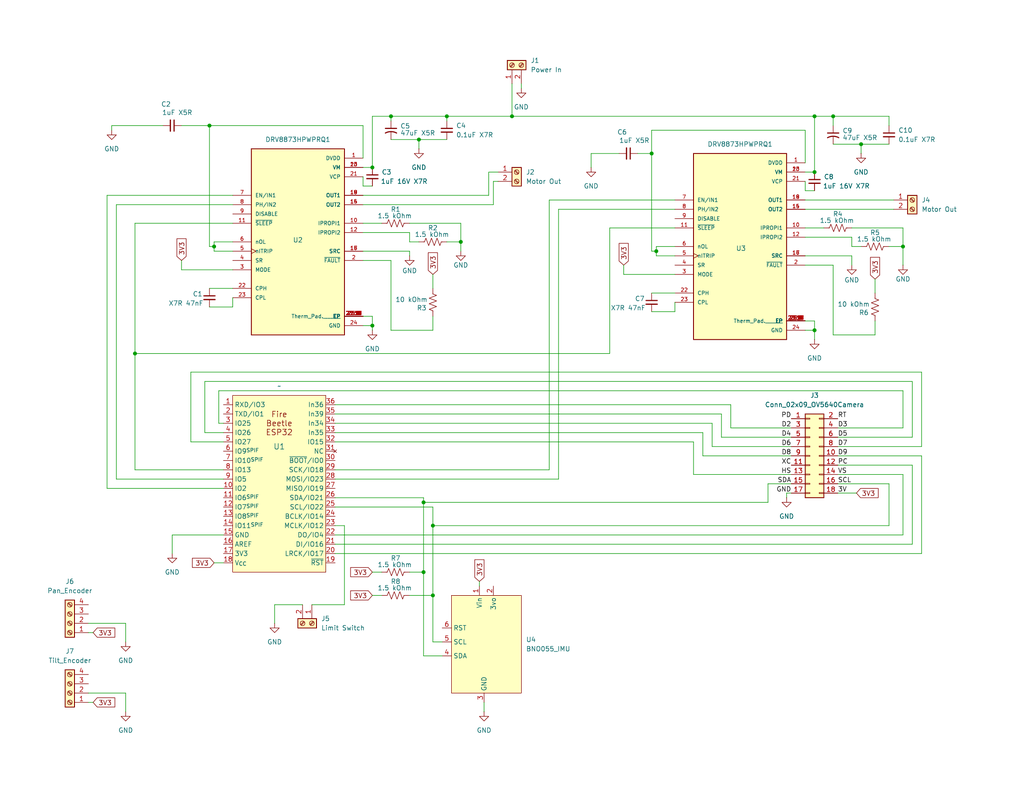
<source format=kicad_sch>
(kicad_sch
	(version 20250114)
	(generator "eeschema")
	(generator_version "9.0")
	(uuid "be963923-3d80-4a5f-a14a-5c37e9029266")
	(paper "A")
	(title_block
		(title "ME 507 - Schematic Draft")
		(date "2025-10-16")
		(company "Cal Poly Mechanical Engineering")
	)
	(lib_symbols
		(symbol "BNO055:BNO055"
			(exclude_from_sim no)
			(in_bom yes)
			(on_board yes)
			(property "Reference" "U4"
				(at 11.43 0.6351 0)
				(effects
					(font
						(size 1.27 1.27)
					)
					(justify left)
				)
			)
			(property "Value" "~"
				(at 11.43 -1.9049 0)
				(effects
					(font
						(size 1.27 1.27)
					)
					(justify left)
				)
			)
			(property "Footprint" ""
				(at 0 0 0)
				(effects
					(font
						(size 1.27 1.27)
					)
					(hide yes)
				)
			)
			(property "Datasheet" ""
				(at 0 0 0)
				(effects
					(font
						(size 1.27 1.27)
					)
					(hide yes)
				)
			)
			(property "Description" ""
				(at 0 0 0)
				(effects
					(font
						(size 1.27 1.27)
					)
					(hide yes)
				)
			)
			(symbol "BNO055_0_1"
				(rectangle
					(start -8.89 12.7)
					(end 10.16 -13.97)
					(stroke
						(width 0)
						(type default)
					)
					(fill
						(type background)
					)
				)
			)
			(symbol "BNO055_1_1"
				(pin input line
					(at -11.43 3.81 0)
					(length 2.54)
					(name "RST"
						(effects
							(font
								(size 1.27 1.27)
							)
						)
					)
					(number "6"
						(effects
							(font
								(size 1.27 1.27)
							)
						)
					)
				)
				(pin bidirectional line
					(at -11.43 0 0)
					(length 2.54)
					(name "SCL"
						(effects
							(font
								(size 1.27 1.27)
							)
						)
					)
					(number "5"
						(effects
							(font
								(size 1.27 1.27)
							)
						)
					)
				)
				(pin bidirectional line
					(at -11.43 -3.81 0)
					(length 2.54)
					(name "SDA"
						(effects
							(font
								(size 1.27 1.27)
							)
						)
					)
					(number "4"
						(effects
							(font
								(size 1.27 1.27)
							)
						)
					)
				)
				(pin power_in line
					(at -1.27 15.24 270)
					(length 2.54)
					(name "Vin"
						(effects
							(font
								(size 1.27 1.27)
							)
						)
					)
					(number "1"
						(effects
							(font
								(size 1.27 1.27)
							)
						)
					)
				)
				(pin power_in line
					(at 0 -16.51 90)
					(length 2.54)
					(name "GND"
						(effects
							(font
								(size 1.27 1.27)
							)
						)
					)
					(number "3"
						(effects
							(font
								(size 1.27 1.27)
							)
						)
					)
				)
				(pin power_out line
					(at 2.54 15.24 270)
					(length 2.54)
					(name "3vo"
						(effects
							(font
								(size 1.27 1.27)
							)
						)
					)
					(number "2"
						(effects
							(font
								(size 1.27 1.27)
							)
						)
					)
				)
			)
			(embedded_fonts no)
		)
		(symbol "Connector:Screw_Terminal_01x02"
			(pin_names
				(offset 1.016)
				(hide yes)
			)
			(exclude_from_sim no)
			(in_bom yes)
			(on_board yes)
			(property "Reference" "J"
				(at 0 2.54 0)
				(effects
					(font
						(size 1.27 1.27)
					)
				)
			)
			(property "Value" "Screw_Terminal_01x02"
				(at 0 -5.08 0)
				(effects
					(font
						(size 1.27 1.27)
					)
				)
			)
			(property "Footprint" ""
				(at 0 0 0)
				(effects
					(font
						(size 1.27 1.27)
					)
					(hide yes)
				)
			)
			(property "Datasheet" "~"
				(at 0 0 0)
				(effects
					(font
						(size 1.27 1.27)
					)
					(hide yes)
				)
			)
			(property "Description" "Generic screw terminal, single row, 01x02, script generated (kicad-library-utils/schlib/autogen/connector/)"
				(at 0 0 0)
				(effects
					(font
						(size 1.27 1.27)
					)
					(hide yes)
				)
			)
			(property "ki_keywords" "screw terminal"
				(at 0 0 0)
				(effects
					(font
						(size 1.27 1.27)
					)
					(hide yes)
				)
			)
			(property "ki_fp_filters" "TerminalBlock*:*"
				(at 0 0 0)
				(effects
					(font
						(size 1.27 1.27)
					)
					(hide yes)
				)
			)
			(symbol "Screw_Terminal_01x02_1_1"
				(rectangle
					(start -1.27 1.27)
					(end 1.27 -3.81)
					(stroke
						(width 0.254)
						(type default)
					)
					(fill
						(type background)
					)
				)
				(polyline
					(pts
						(xy -0.5334 0.3302) (xy 0.3302 -0.508)
					)
					(stroke
						(width 0.1524)
						(type default)
					)
					(fill
						(type none)
					)
				)
				(polyline
					(pts
						(xy -0.5334 -2.2098) (xy 0.3302 -3.048)
					)
					(stroke
						(width 0.1524)
						(type default)
					)
					(fill
						(type none)
					)
				)
				(polyline
					(pts
						(xy -0.3556 0.508) (xy 0.508 -0.3302)
					)
					(stroke
						(width 0.1524)
						(type default)
					)
					(fill
						(type none)
					)
				)
				(polyline
					(pts
						(xy -0.3556 -2.032) (xy 0.508 -2.8702)
					)
					(stroke
						(width 0.1524)
						(type default)
					)
					(fill
						(type none)
					)
				)
				(circle
					(center 0 0)
					(radius 0.635)
					(stroke
						(width 0.1524)
						(type default)
					)
					(fill
						(type none)
					)
				)
				(circle
					(center 0 -2.54)
					(radius 0.635)
					(stroke
						(width 0.1524)
						(type default)
					)
					(fill
						(type none)
					)
				)
				(pin passive line
					(at -5.08 0 0)
					(length 3.81)
					(name "Pin_1"
						(effects
							(font
								(size 1.27 1.27)
							)
						)
					)
					(number "1"
						(effects
							(font
								(size 1.27 1.27)
							)
						)
					)
				)
				(pin passive line
					(at -5.08 -2.54 0)
					(length 3.81)
					(name "Pin_2"
						(effects
							(font
								(size 1.27 1.27)
							)
						)
					)
					(number "2"
						(effects
							(font
								(size 1.27 1.27)
							)
						)
					)
				)
			)
			(embedded_fonts no)
		)
		(symbol "Connector:Screw_Terminal_01x04"
			(pin_names
				(offset 1.016)
				(hide yes)
			)
			(exclude_from_sim no)
			(in_bom yes)
			(on_board yes)
			(property "Reference" "J"
				(at 0 5.08 0)
				(effects
					(font
						(size 1.27 1.27)
					)
				)
			)
			(property "Value" "Screw_Terminal_01x04"
				(at 0 -7.62 0)
				(effects
					(font
						(size 1.27 1.27)
					)
				)
			)
			(property "Footprint" ""
				(at 0 0 0)
				(effects
					(font
						(size 1.27 1.27)
					)
					(hide yes)
				)
			)
			(property "Datasheet" "~"
				(at 0 0 0)
				(effects
					(font
						(size 1.27 1.27)
					)
					(hide yes)
				)
			)
			(property "Description" "Generic screw terminal, single row, 01x04, script generated (kicad-library-utils/schlib/autogen/connector/)"
				(at 0 0 0)
				(effects
					(font
						(size 1.27 1.27)
					)
					(hide yes)
				)
			)
			(property "ki_keywords" "screw terminal"
				(at 0 0 0)
				(effects
					(font
						(size 1.27 1.27)
					)
					(hide yes)
				)
			)
			(property "ki_fp_filters" "TerminalBlock*:*"
				(at 0 0 0)
				(effects
					(font
						(size 1.27 1.27)
					)
					(hide yes)
				)
			)
			(symbol "Screw_Terminal_01x04_1_1"
				(rectangle
					(start -1.27 3.81)
					(end 1.27 -6.35)
					(stroke
						(width 0.254)
						(type default)
					)
					(fill
						(type background)
					)
				)
				(polyline
					(pts
						(xy -0.5334 2.8702) (xy 0.3302 2.032)
					)
					(stroke
						(width 0.1524)
						(type default)
					)
					(fill
						(type none)
					)
				)
				(polyline
					(pts
						(xy -0.5334 0.3302) (xy 0.3302 -0.508)
					)
					(stroke
						(width 0.1524)
						(type default)
					)
					(fill
						(type none)
					)
				)
				(polyline
					(pts
						(xy -0.5334 -2.2098) (xy 0.3302 -3.048)
					)
					(stroke
						(width 0.1524)
						(type default)
					)
					(fill
						(type none)
					)
				)
				(polyline
					(pts
						(xy -0.5334 -4.7498) (xy 0.3302 -5.588)
					)
					(stroke
						(width 0.1524)
						(type default)
					)
					(fill
						(type none)
					)
				)
				(polyline
					(pts
						(xy -0.3556 3.048) (xy 0.508 2.2098)
					)
					(stroke
						(width 0.1524)
						(type default)
					)
					(fill
						(type none)
					)
				)
				(polyline
					(pts
						(xy -0.3556 0.508) (xy 0.508 -0.3302)
					)
					(stroke
						(width 0.1524)
						(type default)
					)
					(fill
						(type none)
					)
				)
				(polyline
					(pts
						(xy -0.3556 -2.032) (xy 0.508 -2.8702)
					)
					(stroke
						(width 0.1524)
						(type default)
					)
					(fill
						(type none)
					)
				)
				(polyline
					(pts
						(xy -0.3556 -4.572) (xy 0.508 -5.4102)
					)
					(stroke
						(width 0.1524)
						(type default)
					)
					(fill
						(type none)
					)
				)
				(circle
					(center 0 2.54)
					(radius 0.635)
					(stroke
						(width 0.1524)
						(type default)
					)
					(fill
						(type none)
					)
				)
				(circle
					(center 0 0)
					(radius 0.635)
					(stroke
						(width 0.1524)
						(type default)
					)
					(fill
						(type none)
					)
				)
				(circle
					(center 0 -2.54)
					(radius 0.635)
					(stroke
						(width 0.1524)
						(type default)
					)
					(fill
						(type none)
					)
				)
				(circle
					(center 0 -5.08)
					(radius 0.635)
					(stroke
						(width 0.1524)
						(type default)
					)
					(fill
						(type none)
					)
				)
				(pin passive line
					(at -5.08 2.54 0)
					(length 3.81)
					(name "Pin_1"
						(effects
							(font
								(size 1.27 1.27)
							)
						)
					)
					(number "1"
						(effects
							(font
								(size 1.27 1.27)
							)
						)
					)
				)
				(pin passive line
					(at -5.08 0 0)
					(length 3.81)
					(name "Pin_2"
						(effects
							(font
								(size 1.27 1.27)
							)
						)
					)
					(number "2"
						(effects
							(font
								(size 1.27 1.27)
							)
						)
					)
				)
				(pin passive line
					(at -5.08 -2.54 0)
					(length 3.81)
					(name "Pin_3"
						(effects
							(font
								(size 1.27 1.27)
							)
						)
					)
					(number "3"
						(effects
							(font
								(size 1.27 1.27)
							)
						)
					)
				)
				(pin passive line
					(at -5.08 -5.08 0)
					(length 3.81)
					(name "Pin_4"
						(effects
							(font
								(size 1.27 1.27)
							)
						)
					)
					(number "4"
						(effects
							(font
								(size 1.27 1.27)
							)
						)
					)
				)
			)
			(embedded_fonts no)
		)
		(symbol "Connector_Generic:Conn_02x09_Odd_Even"
			(pin_names
				(offset 1.016)
				(hide yes)
			)
			(exclude_from_sim no)
			(in_bom yes)
			(on_board yes)
			(property "Reference" "J3"
				(at 1.27 -16.51 0)
				(effects
					(font
						(size 1.27 1.27)
					)
				)
			)
			(property "Value" "Conn_02x09_Odd_Even"
				(at 1.27 -13.97 0)
				(effects
					(font
						(size 1.27 1.27)
					)
				)
			)
			(property "Footprint" ""
				(at 0 0 0)
				(effects
					(font
						(size 1.27 1.27)
					)
					(hide yes)
				)
			)
			(property "Datasheet" "~"
				(at 0 0 0)
				(effects
					(font
						(size 1.27 1.27)
					)
					(hide yes)
				)
			)
			(property "Description" "Generic connector, double row, 02x09, odd/even pin numbering scheme (row 1 odd numbers, row 2 even numbers), script generated (kicad-library-utils/schlib/autogen/connector/)"
				(at 0 0 0)
				(effects
					(font
						(size 1.27 1.27)
					)
					(hide yes)
				)
			)
			(property "ki_keywords" "connector"
				(at 0 0 0)
				(effects
					(font
						(size 1.27 1.27)
					)
					(hide yes)
				)
			)
			(property "ki_fp_filters" "Connector*:*_2x??_*"
				(at 0 0 0)
				(effects
					(font
						(size 1.27 1.27)
					)
					(hide yes)
				)
			)
			(symbol "Conn_02x09_Odd_Even_1_1"
				(rectangle
					(start -1.27 11.43)
					(end 3.81 -11.43)
					(stroke
						(width 0.254)
						(type default)
					)
					(fill
						(type background)
					)
				)
				(rectangle
					(start -1.27 10.287)
					(end 0 10.033)
					(stroke
						(width 0.1524)
						(type default)
					)
					(fill
						(type none)
					)
				)
				(rectangle
					(start -1.27 7.747)
					(end 0 7.493)
					(stroke
						(width 0.1524)
						(type default)
					)
					(fill
						(type none)
					)
				)
				(rectangle
					(start -1.27 5.207)
					(end 0 4.953)
					(stroke
						(width 0.1524)
						(type default)
					)
					(fill
						(type none)
					)
				)
				(rectangle
					(start -1.27 2.667)
					(end 0 2.413)
					(stroke
						(width 0.1524)
						(type default)
					)
					(fill
						(type none)
					)
				)
				(rectangle
					(start -1.27 0.127)
					(end 0 -0.127)
					(stroke
						(width 0.1524)
						(type default)
					)
					(fill
						(type none)
					)
				)
				(rectangle
					(start -1.27 -2.413)
					(end 0 -2.667)
					(stroke
						(width 0.1524)
						(type default)
					)
					(fill
						(type none)
					)
				)
				(rectangle
					(start -1.27 -4.953)
					(end 0 -5.207)
					(stroke
						(width 0.1524)
						(type default)
					)
					(fill
						(type none)
					)
				)
				(rectangle
					(start -1.27 -7.493)
					(end 0 -7.747)
					(stroke
						(width 0.1524)
						(type default)
					)
					(fill
						(type none)
					)
				)
				(rectangle
					(start -1.27 -10.033)
					(end 0 -10.287)
					(stroke
						(width 0.1524)
						(type default)
					)
					(fill
						(type none)
					)
				)
				(rectangle
					(start 3.81 10.287)
					(end 2.54 10.033)
					(stroke
						(width 0.1524)
						(type default)
					)
					(fill
						(type none)
					)
				)
				(rectangle
					(start 3.81 7.747)
					(end 2.54 7.493)
					(stroke
						(width 0.1524)
						(type default)
					)
					(fill
						(type none)
					)
				)
				(rectangle
					(start 3.81 5.207)
					(end 2.54 4.953)
					(stroke
						(width 0.1524)
						(type default)
					)
					(fill
						(type none)
					)
				)
				(rectangle
					(start 3.81 2.667)
					(end 2.54 2.413)
					(stroke
						(width 0.1524)
						(type default)
					)
					(fill
						(type none)
					)
				)
				(rectangle
					(start 3.81 0.127)
					(end 2.54 -0.127)
					(stroke
						(width 0.1524)
						(type default)
					)
					(fill
						(type none)
					)
				)
				(rectangle
					(start 3.81 -2.413)
					(end 2.54 -2.667)
					(stroke
						(width 0.1524)
						(type default)
					)
					(fill
						(type none)
					)
				)
				(rectangle
					(start 3.81 -4.953)
					(end 2.54 -5.207)
					(stroke
						(width 0.1524)
						(type default)
					)
					(fill
						(type none)
					)
				)
				(rectangle
					(start 3.81 -7.493)
					(end 2.54 -7.747)
					(stroke
						(width 0.1524)
						(type default)
					)
					(fill
						(type none)
					)
				)
				(rectangle
					(start 3.81 -10.033)
					(end 2.54 -10.287)
					(stroke
						(width 0.1524)
						(type default)
					)
					(fill
						(type none)
					)
				)
				(pin passive line
					(at -5.08 10.16 0)
					(length 3.81)
					(name "Pin_1"
						(effects
							(font
								(size 1.27 1.27)
							)
						)
					)
					(number "1"
						(effects
							(font
								(size 1.27 1.27)
							)
						)
					)
				)
				(pin passive line
					(at -5.08 7.62 0)
					(length 3.81)
					(name "Pin_3"
						(effects
							(font
								(size 1.27 1.27)
							)
						)
					)
					(number "3"
						(effects
							(font
								(size 1.27 1.27)
							)
						)
					)
				)
				(pin passive line
					(at -5.08 5.08 0)
					(length 3.81)
					(name "Pin_5"
						(effects
							(font
								(size 1.27 1.27)
							)
						)
					)
					(number "5"
						(effects
							(font
								(size 1.27 1.27)
							)
						)
					)
				)
				(pin passive line
					(at -5.08 2.54 0)
					(length 3.81)
					(name "Pin_7"
						(effects
							(font
								(size 1.27 1.27)
							)
						)
					)
					(number "7"
						(effects
							(font
								(size 1.27 1.27)
							)
						)
					)
				)
				(pin passive line
					(at -5.08 0 0)
					(length 3.81)
					(name "Pin_9"
						(effects
							(font
								(size 1.27 1.27)
							)
						)
					)
					(number "9"
						(effects
							(font
								(size 1.27 1.27)
							)
						)
					)
				)
				(pin passive line
					(at -5.08 -2.54 0)
					(length 3.81)
					(name "Pin_11"
						(effects
							(font
								(size 1.27 1.27)
							)
						)
					)
					(number "11"
						(effects
							(font
								(size 1.27 1.27)
							)
						)
					)
				)
				(pin passive line
					(at -5.08 -5.08 0)
					(length 3.81)
					(name "Pin_13"
						(effects
							(font
								(size 1.27 1.27)
							)
						)
					)
					(number "13"
						(effects
							(font
								(size 1.27 1.27)
							)
						)
					)
				)
				(pin passive line
					(at -5.08 -7.62 0)
					(length 3.81)
					(name "Pin_15"
						(effects
							(font
								(size 1.27 1.27)
							)
						)
					)
					(number "15"
						(effects
							(font
								(size 1.27 1.27)
							)
						)
					)
				)
				(pin passive line
					(at -5.08 -10.16 0)
					(length 3.81)
					(name "Pin_17"
						(effects
							(font
								(size 1.27 1.27)
							)
						)
					)
					(number "17"
						(effects
							(font
								(size 1.27 1.27)
							)
						)
					)
				)
				(pin passive line
					(at 7.62 10.16 180)
					(length 3.81)
					(name "Pin_2"
						(effects
							(font
								(size 1.27 1.27)
							)
						)
					)
					(number "2"
						(effects
							(font
								(size 1.27 1.27)
							)
						)
					)
				)
				(pin passive line
					(at 7.62 7.62 180)
					(length 3.81)
					(name "Pin_4"
						(effects
							(font
								(size 1.27 1.27)
							)
						)
					)
					(number "4"
						(effects
							(font
								(size 1.27 1.27)
							)
						)
					)
				)
				(pin passive line
					(at 7.62 5.08 180)
					(length 3.81)
					(name "Pin_6"
						(effects
							(font
								(size 1.27 1.27)
							)
						)
					)
					(number "6"
						(effects
							(font
								(size 1.27 1.27)
							)
						)
					)
				)
				(pin passive line
					(at 7.62 2.54 180)
					(length 3.81)
					(name "Pin_8"
						(effects
							(font
								(size 1.27 1.27)
							)
						)
					)
					(number "8"
						(effects
							(font
								(size 1.27 1.27)
							)
						)
					)
				)
				(pin passive line
					(at 7.62 0 180)
					(length 3.81)
					(name "Pin_10"
						(effects
							(font
								(size 1.27 1.27)
							)
						)
					)
					(number "10"
						(effects
							(font
								(size 1.27 1.27)
							)
						)
					)
				)
				(pin passive line
					(at 7.62 -2.54 180)
					(length 3.81)
					(name "Pin_12"
						(effects
							(font
								(size 1.27 1.27)
							)
						)
					)
					(number "12"
						(effects
							(font
								(size 1.27 1.27)
							)
						)
					)
				)
				(pin passive line
					(at 7.62 -5.08 180)
					(length 3.81)
					(name "Pin_14"
						(effects
							(font
								(size 1.27 1.27)
							)
						)
					)
					(number "14"
						(effects
							(font
								(size 1.27 1.27)
							)
						)
					)
				)
				(pin passive line
					(at 7.62 -7.62 180)
					(length 3.81)
					(name "Pin_16"
						(effects
							(font
								(size 1.27 1.27)
							)
						)
					)
					(number "16"
						(effects
							(font
								(size 1.27 1.27)
							)
						)
					)
				)
				(pin passive line
					(at 7.62 -10.16 180)
					(length 3.81)
					(name "Pin_18"
						(effects
							(font
								(size 1.27 1.27)
							)
						)
					)
					(number "18"
						(effects
							(font
								(size 1.27 1.27)
							)
						)
					)
				)
			)
			(embedded_fonts no)
		)
		(symbol "DRV8873SPWPRQ1_1"
			(pin_names
				(offset 1.016)
			)
			(exclude_from_sim no)
			(in_bom yes)
			(on_board yes)
			(property "Reference" "U2"
				(at 0 30.48 0)
				(effects
					(font
						(size 1.27 1.27)
					)
				)
			)
			(property "Value" "DRV8873HPWPRQ1"
				(at 0 27.94 0)
				(effects
					(font
						(size 1.27 1.27)
					)
				)
			)
			(property "Footprint" "DRV8873SPWPRQ1:IC_DRV8873SPWPRQ1"
				(at -6.35 -58.674 0)
				(effects
					(font
						(size 1.27 1.27)
					)
					(justify bottom)
					(hide yes)
				)
			)
			(property "Datasheet" ""
				(at 0 0 0)
				(effects
					(font
						(size 1.27 1.27)
					)
					(hide yes)
				)
			)
			(property "Description" ""
				(at 0 0 0)
				(effects
					(font
						(size 1.27 1.27)
					)
					(hide yes)
				)
			)
			(property "MF" "Texas Instruments"
				(at -6.35 -58.674 0)
				(effects
					(font
						(size 1.27 1.27)
					)
					(justify bottom)
					(hide yes)
				)
			)
			(property "Description_1" "Automotive, current sensing 40V, 10A H-bridge motor driver with integrated current feedback"
				(at 1.27 -31.496 0)
				(effects
					(font
						(size 1.27 1.27)
					)
					(justify bottom)
					(hide yes)
				)
			)
			(property "Package" "HTSSOP-24 Texas Instruments"
				(at -6.35 -58.674 0)
				(effects
					(font
						(size 1.27 1.27)
					)
					(justify bottom)
					(hide yes)
				)
			)
			(property "Price" "None"
				(at -6.35 -58.674 0)
				(effects
					(font
						(size 1.27 1.27)
					)
					(justify bottom)
					(hide yes)
				)
			)
			(property "Check_prices" "https://www.snapeda.com/parts/DRV8873SPWPRQ1/Texas+Instruments/view-part/?ref=eda"
				(at -2.794 -35.306 0)
				(effects
					(font
						(size 1.27 1.27)
					)
					(justify bottom)
					(hide yes)
				)
			)
			(property "STANDARD" "Manufacturer Recommendations"
				(at -11.176 -44.45 0)
				(effects
					(font
						(size 1.27 1.27)
					)
					(justify bottom)
					(hide yes)
				)
			)
			(property "PARTREV" "A"
				(at -6.35 -58.674 0)
				(effects
					(font
						(size 1.27 1.27)
					)
					(justify bottom)
					(hide yes)
				)
			)
			(property "SnapEDA_Link" "https://www.snapeda.com/parts/DRV8873SPWPRQ1/Texas+Instruments/view-part/?ref=snap"
				(at 3.81 -38.608 0)
				(effects
					(font
						(size 1.27 1.27)
					)
					(justify bottom)
					(hide yes)
				)
			)
			(property "MP" "DRV8873SPWPRQ1"
				(at -13.208 -51.816 0)
				(effects
					(font
						(size 1.27 1.27)
					)
					(justify bottom)
					(hide yes)
				)
			)
			(property "Availability" "In Stock"
				(at -6.35 -58.674 0)
				(effects
					(font
						(size 1.27 1.27)
					)
					(justify bottom)
					(hide yes)
				)
			)
			(property "MANUFACTURER" "TEXAS INSTRUMENTS"
				(at -6.35 -58.674 0)
				(effects
					(font
						(size 1.27 1.27)
					)
					(justify bottom)
					(hide yes)
				)
			)
			(symbol "DRV8873SPWPRQ1_1_0_0"
				(rectangle
					(start -12.7 25.4)
					(end 12.7 -25.4)
					(stroke
						(width 0.254)
						(type default)
					)
					(fill
						(type background)
					)
				)
				(pin input line
					(at -17.78 12.7 0)
					(length 5.08)
					(name "EN/IN1"
						(effects
							(font
								(size 1.016 1.016)
							)
						)
					)
					(number "7"
						(effects
							(font
								(size 1.016 1.016)
							)
						)
					)
				)
				(pin input line
					(at -17.78 10.16 0)
					(length 5.08)
					(name "PH/IN2"
						(effects
							(font
								(size 1.016 1.016)
							)
						)
					)
					(number "8"
						(effects
							(font
								(size 1.016 1.016)
							)
						)
					)
				)
				(pin input line
					(at -17.78 7.62 0)
					(length 5.08)
					(name "DISABLE"
						(effects
							(font
								(size 1.016 1.016)
							)
						)
					)
					(number "9"
						(effects
							(font
								(size 1.016 1.016)
							)
						)
					)
				)
				(pin input line
					(at -17.78 5.08 0)
					(length 5.08)
					(name "~{SLEEP}"
						(effects
							(font
								(size 1.016 1.016)
							)
						)
					)
					(number "11"
						(effects
							(font
								(size 1.016 1.016)
							)
						)
					)
				)
				(pin passive line
					(at -17.78 -12.7 0)
					(length 5.08)
					(name "CPH"
						(effects
							(font
								(size 1.016 1.016)
							)
						)
					)
					(number "22"
						(effects
							(font
								(size 1.016 1.016)
							)
						)
					)
				)
				(pin passive line
					(at -17.78 -15.24 0)
					(length 5.08)
					(name "CPL"
						(effects
							(font
								(size 1.016 1.016)
							)
						)
					)
					(number "23"
						(effects
							(font
								(size 1.016 1.016)
							)
						)
					)
				)
				(pin power_in line
					(at 17.78 22.86 180)
					(length 5.08)
					(name "DVDD"
						(effects
							(font
								(size 1.016 1.016)
							)
						)
					)
					(number "1"
						(effects
							(font
								(size 1.016 1.016)
							)
						)
					)
				)
				(pin power_in line
					(at 17.78 20.32 180)
					(length 5.08)
					(name "VM"
						(effects
							(font
								(size 1.016 1.016)
							)
						)
					)
					(number "13"
						(effects
							(font
								(size 1.016 1.016)
							)
						)
					)
				)
				(pin power_in line
					(at 17.78 20.32 180)
					(length 5.08)
					(name "VM"
						(effects
							(font
								(size 1.016 1.016)
							)
						)
					)
					(number "20"
						(effects
							(font
								(size 1.016 1.016)
							)
						)
					)
				)
				(pin power_in line
					(at 17.78 17.78 180)
					(length 5.08)
					(name "VCP"
						(effects
							(font
								(size 1.016 1.016)
							)
						)
					)
					(number "21"
						(effects
							(font
								(size 1.016 1.016)
							)
						)
					)
				)
				(pin output line
					(at 17.78 12.7 180)
					(length 5.08)
					(name "OUT1"
						(effects
							(font
								(size 1.016 1.016)
							)
						)
					)
					(number "18"
						(effects
							(font
								(size 1.016 1.016)
							)
						)
					)
				)
				(pin output line
					(at 17.78 12.7 180)
					(length 5.08)
					(name "OUT1"
						(effects
							(font
								(size 1.016 1.016)
							)
						)
					)
					(number "19"
						(effects
							(font
								(size 1.016 1.016)
							)
						)
					)
				)
				(pin output line
					(at 17.78 10.16 180)
					(length 5.08)
					(name "OUT2"
						(effects
							(font
								(size 1.016 1.016)
							)
						)
					)
					(number "14"
						(effects
							(font
								(size 1.016 1.016)
							)
						)
					)
				)
				(pin output line
					(at 17.78 10.16 180)
					(length 5.08)
					(name "OUT2"
						(effects
							(font
								(size 1.016 1.016)
							)
						)
					)
					(number "15"
						(effects
							(font
								(size 1.016 1.016)
							)
						)
					)
				)
				(pin output line
					(at 17.78 5.08 180)
					(length 5.08)
					(name "IPROPI1"
						(effects
							(font
								(size 1.016 1.016)
							)
						)
					)
					(number "10"
						(effects
							(font
								(size 1.016 1.016)
							)
						)
					)
				)
				(pin output line
					(at 17.78 2.54 180)
					(length 5.08)
					(name "IPROPI2"
						(effects
							(font
								(size 1.016 1.016)
							)
						)
					)
					(number "12"
						(effects
							(font
								(size 1.016 1.016)
							)
						)
					)
				)
				(pin output line
					(at 17.78 -2.54 180)
					(length 5.08)
					(name "SRC"
						(effects
							(font
								(size 1.016 1.016)
							)
						)
					)
					(number "16"
						(effects
							(font
								(size 1.016 1.016)
							)
						)
					)
				)
				(pin output line
					(at 17.78 -2.54 180)
					(length 5.08)
					(name "SRC"
						(effects
							(font
								(size 1.016 1.016)
							)
						)
					)
					(number "17"
						(effects
							(font
								(size 1.016 1.016)
							)
						)
					)
				)
				(pin output line
					(at 17.78 -5.08 180)
					(length 5.08)
					(name "~{FAULT}"
						(effects
							(font
								(size 1.016 1.016)
							)
						)
					)
					(number "2"
						(effects
							(font
								(size 1.016 1.016)
							)
						)
					)
				)
				(pin power_in line
					(at 17.78 -20.32 180)
					(length 5.08)
					(name "EP"
						(effects
							(font
								(size 1.016 1.016)
							)
						)
					)
					(number "25.1"
						(effects
							(font
								(size 1.016 1.016)
							)
						)
					)
				)
				(pin power_in line
					(at 17.78 -20.32 180)
					(length 5.08)
					(name "EP"
						(effects
							(font
								(size 1.016 1.016)
							)
						)
					)
					(number "25.10"
						(effects
							(font
								(size 1.016 1.016)
							)
						)
					)
				)
				(pin power_in line
					(at 17.78 -20.32 180)
					(length 5.08)
					(name "EP"
						(effects
							(font
								(size 1.016 1.016)
							)
						)
					)
					(number "25.11"
						(effects
							(font
								(size 1.016 1.016)
							)
						)
					)
				)
				(pin power_in line
					(at 17.78 -20.32 180)
					(length 5.08)
					(name "EP"
						(effects
							(font
								(size 1.016 1.016)
							)
						)
					)
					(number "25.12"
						(effects
							(font
								(size 1.016 1.016)
							)
						)
					)
				)
				(pin power_in line
					(at 17.78 -20.32 180)
					(length 5.08)
					(name "EP"
						(effects
							(font
								(size 1.016 1.016)
							)
						)
					)
					(number "25.13"
						(effects
							(font
								(size 1.016 1.016)
							)
						)
					)
				)
				(pin power_in line
					(at 17.78 -20.32 180)
					(length 5.08)
					(name "EP"
						(effects
							(font
								(size 1.016 1.016)
							)
						)
					)
					(number "25.14"
						(effects
							(font
								(size 1.016 1.016)
							)
						)
					)
				)
				(pin power_in line
					(at 17.78 -20.32 180)
					(length 5.08)
					(name "EP"
						(effects
							(font
								(size 1.016 1.016)
							)
						)
					)
					(number "25.15"
						(effects
							(font
								(size 1.016 1.016)
							)
						)
					)
				)
				(pin power_in line
					(at 17.78 -20.32 180)
					(length 5.08)
					(name "EP"
						(effects
							(font
								(size 1.016 1.016)
							)
						)
					)
					(number "25.16"
						(effects
							(font
								(size 1.016 1.016)
							)
						)
					)
				)
				(pin power_in line
					(at 17.78 -20.32 180)
					(length 5.08)
					(name "EP"
						(effects
							(font
								(size 1.016 1.016)
							)
						)
					)
					(number "25.17"
						(effects
							(font
								(size 1.016 1.016)
							)
						)
					)
				)
				(pin power_in line
					(at 17.78 -20.32 180)
					(length 5.08)
					(name "EP"
						(effects
							(font
								(size 1.016 1.016)
							)
						)
					)
					(number "25.18"
						(effects
							(font
								(size 1.016 1.016)
							)
						)
					)
				)
				(pin power_in line
					(at 17.78 -20.32 180)
					(length 5.08)
					(name "EP"
						(effects
							(font
								(size 1.016 1.016)
							)
						)
					)
					(number "25.2"
						(effects
							(font
								(size 1.016 1.016)
							)
						)
					)
				)
				(pin power_in line
					(at 17.78 -20.32 180)
					(length 5.08)
					(name "EP"
						(effects
							(font
								(size 1.016 1.016)
							)
						)
					)
					(number "25.3"
						(effects
							(font
								(size 1.016 1.016)
							)
						)
					)
				)
				(pin power_in line
					(at 17.78 -20.32 180)
					(length 5.08)
					(name "EP"
						(effects
							(font
								(size 1.016 1.016)
							)
						)
					)
					(number "25.4"
						(effects
							(font
								(size 1.016 1.016)
							)
						)
					)
				)
				(pin power_in line
					(at 17.78 -20.32 180)
					(length 5.08)
					(name "EP"
						(effects
							(font
								(size 1.016 1.016)
							)
						)
					)
					(number "25.5"
						(effects
							(font
								(size 1.016 1.016)
							)
						)
					)
				)
				(pin power_in line
					(at 17.78 -20.32 180)
					(length 5.08)
					(name "EP"
						(effects
							(font
								(size 1.016 1.016)
							)
						)
					)
					(number "25.6"
						(effects
							(font
								(size 1.016 1.016)
							)
						)
					)
				)
				(pin power_in line
					(at 17.78 -20.32 180)
					(length 5.08)
					(name "EP"
						(effects
							(font
								(size 1.016 1.016)
							)
						)
					)
					(number "25.7"
						(effects
							(font
								(size 1.016 1.016)
							)
						)
					)
				)
				(pin power_in line
					(at 17.78 -20.32 180)
					(length 5.08)
					(name "EP"
						(effects
							(font
								(size 1.016 1.016)
							)
						)
					)
					(number "25.8"
						(effects
							(font
								(size 1.016 1.016)
							)
						)
					)
				)
				(pin power_in line
					(at 17.78 -20.32 180)
					(length 5.08)
					(name "EP"
						(effects
							(font
								(size 1.016 1.016)
							)
						)
					)
					(number "25.9"
						(effects
							(font
								(size 1.016 1.016)
							)
						)
					)
				)
				(pin power_in line
					(at 17.78 -22.86 180)
					(length 5.08)
					(name "GND"
						(effects
							(font
								(size 1.016 1.016)
							)
						)
					)
					(number "24"
						(effects
							(font
								(size 1.016 1.016)
							)
						)
					)
				)
			)
			(symbol "DRV8873SPWPRQ1_1_1_0"
				(pin input line
					(at -17.78 0 0)
					(length 5.08)
					(name "nOL"
						(effects
							(font
								(size 1.016 1.016)
							)
						)
					)
					(number "6"
						(effects
							(font
								(size 1.016 1.016)
							)
						)
					)
				)
				(pin input clock
					(at -17.78 -2.54 0)
					(length 5.08)
					(name "nITRIP"
						(effects
							(font
								(size 1.016 1.016)
							)
						)
					)
					(number "5"
						(effects
							(font
								(size 1.016 1.016)
							)
						)
					)
				)
				(pin input line
					(at -17.78 -5.08 0)
					(length 5.08)
					(name "SR"
						(effects
							(font
								(size 1.016 1.016)
							)
						)
					)
					(number "4"
						(effects
							(font
								(size 1.016 1.016)
							)
						)
					)
				)
				(pin input line
					(at -17.78 -7.62 0)
					(length 5.08)
					(name "MODE"
						(effects
							(font
								(size 1.016 1.016)
							)
						)
					)
					(number "3"
						(effects
							(font
								(size 1.016 1.016)
							)
						)
					)
				)
				(pin power_in line
					(at 17.78 -20.32 180)
					(length 5.08)
					(name "Therm_Pad.______"
						(effects
							(font
								(size 1.016 1.016)
							)
						)
					)
					(number "25"
						(effects
							(font
								(size 1.016 1.016)
							)
						)
					)
				)
			)
			(embedded_fonts no)
		)
		(symbol "Device:C_Small"
			(pin_numbers
				(hide yes)
			)
			(pin_names
				(offset 0.254)
				(hide yes)
			)
			(exclude_from_sim no)
			(in_bom yes)
			(on_board yes)
			(property "Reference" "C"
				(at 0.254 1.778 0)
				(effects
					(font
						(size 1.27 1.27)
					)
					(justify left)
				)
			)
			(property "Value" "C_Small"
				(at 0.254 -2.032 0)
				(effects
					(font
						(size 1.27 1.27)
					)
					(justify left)
				)
			)
			(property "Footprint" ""
				(at 0 0 0)
				(effects
					(font
						(size 1.27 1.27)
					)
					(hide yes)
				)
			)
			(property "Datasheet" "~"
				(at 0 0 0)
				(effects
					(font
						(size 1.27 1.27)
					)
					(hide yes)
				)
			)
			(property "Description" "Unpolarized capacitor, small symbol"
				(at 0 0 0)
				(effects
					(font
						(size 1.27 1.27)
					)
					(hide yes)
				)
			)
			(property "ki_keywords" "capacitor cap"
				(at 0 0 0)
				(effects
					(font
						(size 1.27 1.27)
					)
					(hide yes)
				)
			)
			(property "ki_fp_filters" "C_*"
				(at 0 0 0)
				(effects
					(font
						(size 1.27 1.27)
					)
					(hide yes)
				)
			)
			(symbol "C_Small_0_1"
				(polyline
					(pts
						(xy -1.524 0.508) (xy 1.524 0.508)
					)
					(stroke
						(width 0.3048)
						(type default)
					)
					(fill
						(type none)
					)
				)
				(polyline
					(pts
						(xy -1.524 -0.508) (xy 1.524 -0.508)
					)
					(stroke
						(width 0.3302)
						(type default)
					)
					(fill
						(type none)
					)
				)
			)
			(symbol "C_Small_1_1"
				(pin passive line
					(at 0 2.54 270)
					(length 2.032)
					(name "~"
						(effects
							(font
								(size 1.27 1.27)
							)
						)
					)
					(number "1"
						(effects
							(font
								(size 1.27 1.27)
							)
						)
					)
				)
				(pin passive line
					(at 0 -2.54 90)
					(length 2.032)
					(name "~"
						(effects
							(font
								(size 1.27 1.27)
							)
						)
					)
					(number "2"
						(effects
							(font
								(size 1.27 1.27)
							)
						)
					)
				)
			)
			(embedded_fonts no)
		)
		(symbol "Device:C_Small_US"
			(pin_numbers
				(hide yes)
			)
			(pin_names
				(offset 0.254)
				(hide yes)
			)
			(exclude_from_sim no)
			(in_bom yes)
			(on_board yes)
			(property "Reference" "C"
				(at 0.254 1.778 0)
				(effects
					(font
						(size 1.27 1.27)
					)
					(justify left)
				)
			)
			(property "Value" "C_Small_US"
				(at 0.254 -2.032 0)
				(effects
					(font
						(size 1.27 1.27)
					)
					(justify left)
				)
			)
			(property "Footprint" ""
				(at 0 0 0)
				(effects
					(font
						(size 1.27 1.27)
					)
					(hide yes)
				)
			)
			(property "Datasheet" ""
				(at 0 0 0)
				(effects
					(font
						(size 1.27 1.27)
					)
					(hide yes)
				)
			)
			(property "Description" "capacitor, small US symbol"
				(at 0 0 0)
				(effects
					(font
						(size 1.27 1.27)
					)
					(hide yes)
				)
			)
			(property "ki_keywords" "cap capacitor"
				(at 0 0 0)
				(effects
					(font
						(size 1.27 1.27)
					)
					(hide yes)
				)
			)
			(property "ki_fp_filters" "C_*"
				(at 0 0 0)
				(effects
					(font
						(size 1.27 1.27)
					)
					(hide yes)
				)
			)
			(symbol "C_Small_US_0_1"
				(polyline
					(pts
						(xy -1.524 0.508) (xy 1.524 0.508)
					)
					(stroke
						(width 0.3048)
						(type default)
					)
					(fill
						(type none)
					)
				)
				(arc
					(start -1.524 -0.762)
					(mid 0 -0.3734)
					(end 1.524 -0.762)
					(stroke
						(width 0.3048)
						(type default)
					)
					(fill
						(type none)
					)
				)
			)
			(symbol "C_Small_US_1_1"
				(pin passive line
					(at 0 2.54 270)
					(length 2.032)
					(name "~"
						(effects
							(font
								(size 1.27 1.27)
							)
						)
					)
					(number "1"
						(effects
							(font
								(size 1.27 1.27)
							)
						)
					)
				)
				(pin passive line
					(at 0 -2.54 90)
					(length 2.032)
					(name "~"
						(effects
							(font
								(size 1.27 1.27)
							)
						)
					)
					(number "2"
						(effects
							(font
								(size 1.27 1.27)
							)
						)
					)
				)
			)
			(embedded_fonts no)
		)
		(symbol "Device:R_US"
			(pin_numbers
				(hide yes)
			)
			(pin_names
				(offset 0)
			)
			(exclude_from_sim no)
			(in_bom yes)
			(on_board yes)
			(property "Reference" "R"
				(at 2.54 0 90)
				(effects
					(font
						(size 1.27 1.27)
					)
				)
			)
			(property "Value" "R_US"
				(at -2.54 0 90)
				(effects
					(font
						(size 1.27 1.27)
					)
				)
			)
			(property "Footprint" ""
				(at 1.016 -0.254 90)
				(effects
					(font
						(size 1.27 1.27)
					)
					(hide yes)
				)
			)
			(property "Datasheet" "~"
				(at 0 0 0)
				(effects
					(font
						(size 1.27 1.27)
					)
					(hide yes)
				)
			)
			(property "Description" "Resistor, US symbol"
				(at 0 0 0)
				(effects
					(font
						(size 1.27 1.27)
					)
					(hide yes)
				)
			)
			(property "ki_keywords" "R res resistor"
				(at 0 0 0)
				(effects
					(font
						(size 1.27 1.27)
					)
					(hide yes)
				)
			)
			(property "ki_fp_filters" "R_*"
				(at 0 0 0)
				(effects
					(font
						(size 1.27 1.27)
					)
					(hide yes)
				)
			)
			(symbol "R_US_0_1"
				(polyline
					(pts
						(xy 0 2.286) (xy 0 2.54)
					)
					(stroke
						(width 0)
						(type default)
					)
					(fill
						(type none)
					)
				)
				(polyline
					(pts
						(xy 0 2.286) (xy 1.016 1.905) (xy 0 1.524) (xy -1.016 1.143) (xy 0 0.762)
					)
					(stroke
						(width 0)
						(type default)
					)
					(fill
						(type none)
					)
				)
				(polyline
					(pts
						(xy 0 0.762) (xy 1.016 0.381) (xy 0 0) (xy -1.016 -0.381) (xy 0 -0.762)
					)
					(stroke
						(width 0)
						(type default)
					)
					(fill
						(type none)
					)
				)
				(polyline
					(pts
						(xy 0 -0.762) (xy 1.016 -1.143) (xy 0 -1.524) (xy -1.016 -1.905) (xy 0 -2.286)
					)
					(stroke
						(width 0)
						(type default)
					)
					(fill
						(type none)
					)
				)
				(polyline
					(pts
						(xy 0 -2.286) (xy 0 -2.54)
					)
					(stroke
						(width 0)
						(type default)
					)
					(fill
						(type none)
					)
				)
			)
			(symbol "R_US_1_1"
				(pin passive line
					(at 0 3.81 270)
					(length 1.27)
					(name "~"
						(effects
							(font
								(size 1.27 1.27)
							)
						)
					)
					(number "1"
						(effects
							(font
								(size 1.27 1.27)
							)
						)
					)
				)
				(pin passive line
					(at 0 -3.81 90)
					(length 1.27)
					(name "~"
						(effects
							(font
								(size 1.27 1.27)
							)
						)
					)
					(number "2"
						(effects
							(font
								(size 1.27 1.27)
							)
						)
					)
				)
			)
			(embedded_fonts no)
		)
		(symbol "ME507F24:FireBeetle-ESP32"
			(exclude_from_sim no)
			(in_bom yes)
			(on_board yes)
			(property "Reference" "U"
				(at -2.2226 9.1862 0)
				(effects
					(font
						(size 1.524 1.524)
					)
				)
			)
			(property "Value" ""
				(at 0 0 0)
				(effects
					(font
						(size 1.27 1.27)
					)
				)
			)
			(property "Footprint" "ME507F24:FireBeetle-ESP32"
				(at 0 1.016 0)
				(effects
					(font
						(size 0.762 0.762)
					)
					(hide yes)
				)
			)
			(property "Datasheet" "https://www.dfrobot.com/product-1590.html"
				(at 0 -1.27 0)
				(effects
					(font
						(size 0.635 0.635)
					)
					(hide yes)
				)
			)
			(property "Description" ""
				(at 0 0 0)
				(effects
					(font
						(size 1.27 1.27)
					)
					(hide yes)
				)
			)
			(symbol "FireBeetle-ESP32_1_1"
				(polyline
					(pts
						(xy -12.7 22.86) (xy 12.7 22.86) (xy 12.7 -25.4) (xy -12.7 -25.4) (xy -12.7 22.86)
					)
					(stroke
						(width 0)
						(type default)
					)
					(fill
						(type background)
					)
				)
				(text "Fire\nBeetle\nESP32"
					(at 0 15.24 0)
					(effects
						(font
							(size 1.524 1.524)
						)
					)
				)
				(pin bidirectional line
					(at -15.24 20.32 0)
					(length 2.54)
					(name "RXD/IO3"
						(effects
							(font
								(size 1.27 1.27)
							)
						)
					)
					(number "1"
						(effects
							(font
								(size 1.27 1.27)
							)
						)
					)
				)
				(pin bidirectional line
					(at -15.24 17.78 0)
					(length 2.54)
					(name "TXD/IO1"
						(effects
							(font
								(size 1.27 1.27)
							)
						)
					)
					(number "2"
						(effects
							(font
								(size 1.27 1.27)
							)
						)
					)
				)
				(pin bidirectional line
					(at -15.24 15.24 0)
					(length 2.54)
					(name "IO25"
						(effects
							(font
								(size 1.27 1.27)
							)
						)
					)
					(number "3"
						(effects
							(font
								(size 1.27 1.27)
							)
						)
					)
				)
				(pin bidirectional line
					(at -15.24 12.7 0)
					(length 2.54)
					(name "IO26"
						(effects
							(font
								(size 1.27 1.27)
							)
						)
					)
					(number "4"
						(effects
							(font
								(size 1.27 1.27)
							)
						)
					)
				)
				(pin bidirectional line
					(at -15.24 10.16 0)
					(length 2.54)
					(name "IO27"
						(effects
							(font
								(size 1.27 1.27)
							)
						)
					)
					(number "5"
						(effects
							(font
								(size 1.27 1.27)
							)
						)
					)
				)
				(pin unspecified line
					(at -15.24 7.62 0)
					(length 2.54)
					(name "IO9^{SPIF}"
						(effects
							(font
								(size 1.27 1.27)
							)
						)
					)
					(number "6"
						(effects
							(font
								(size 1.27 1.27)
							)
						)
					)
				)
				(pin unspecified line
					(at -15.24 5.08 0)
					(length 2.54)
					(name "IO10^{SPIF}"
						(effects
							(font
								(size 1.27 1.27)
							)
						)
					)
					(number "7"
						(effects
							(font
								(size 1.27 1.27)
							)
						)
					)
				)
				(pin bidirectional line
					(at -15.24 2.54 0)
					(length 2.54)
					(name "IO13"
						(effects
							(font
								(size 1.27 1.27)
							)
						)
					)
					(number "8"
						(effects
							(font
								(size 1.27 1.27)
							)
						)
					)
				)
				(pin bidirectional line
					(at -15.24 0 0)
					(length 2.54)
					(name "IO5"
						(effects
							(font
								(size 1.27 1.27)
							)
						)
					)
					(number "9"
						(effects
							(font
								(size 1.27 1.27)
							)
						)
					)
				)
				(pin bidirectional line
					(at -15.24 -2.54 0)
					(length 2.54)
					(name "IO2"
						(effects
							(font
								(size 1.27 1.27)
							)
						)
					)
					(number "10"
						(effects
							(font
								(size 1.27 1.27)
							)
						)
					)
				)
				(pin unspecified line
					(at -15.24 -5.08 0)
					(length 2.54)
					(name "IO6^{SPIF}"
						(effects
							(font
								(size 1.27 1.27)
							)
						)
					)
					(number "11"
						(effects
							(font
								(size 1.27 1.27)
							)
						)
					)
				)
				(pin unspecified line
					(at -15.24 -7.62 0)
					(length 2.54)
					(name "IO7^{SPIF}"
						(effects
							(font
								(size 1.27 1.27)
							)
						)
					)
					(number "12"
						(effects
							(font
								(size 1.27 1.27)
							)
						)
					)
				)
				(pin unspecified line
					(at -15.24 -10.16 0)
					(length 2.54)
					(name "IO8^{SPIF}"
						(effects
							(font
								(size 1.27 1.27)
							)
						)
					)
					(number "13"
						(effects
							(font
								(size 1.27 1.27)
							)
						)
					)
				)
				(pin unspecified line
					(at -15.24 -12.7 0)
					(length 2.54)
					(name "IO11^{SPIF}"
						(effects
							(font
								(size 1.27 1.27)
							)
						)
					)
					(number "14"
						(effects
							(font
								(size 1.27 1.27)
							)
						)
					)
				)
				(pin power_in line
					(at -15.24 -15.24 0)
					(length 2.54)
					(name "GND"
						(effects
							(font
								(size 1.27 1.27)
							)
						)
					)
					(number "15"
						(effects
							(font
								(size 1.27 1.27)
							)
						)
					)
				)
				(pin input line
					(at -15.24 -17.78 0)
					(length 2.54)
					(name "AREF"
						(effects
							(font
								(size 1.27 1.27)
							)
						)
					)
					(number "16"
						(effects
							(font
								(size 1.27 1.27)
							)
						)
					)
				)
				(pin power_out line
					(at -15.24 -20.32 0)
					(length 2.54)
					(name "3V3"
						(effects
							(font
								(size 1.27 1.27)
							)
						)
					)
					(number "17"
						(effects
							(font
								(size 1.27 1.27)
							)
						)
					)
				)
				(pin unspecified line
					(at -15.24 -22.86 0)
					(length 2.54)
					(name "V_{CC}"
						(effects
							(font
								(size 1.27 1.27)
							)
						)
					)
					(number "18"
						(effects
							(font
								(size 1.27 1.27)
							)
						)
					)
				)
				(pin input line
					(at 15.24 20.32 180)
					(length 2.54)
					(name "In36"
						(effects
							(font
								(size 1.27 1.27)
							)
						)
					)
					(number "36"
						(effects
							(font
								(size 1.27 1.27)
							)
						)
					)
				)
				(pin input line
					(at 15.24 17.78 180)
					(length 2.54)
					(name "In39"
						(effects
							(font
								(size 1.27 1.27)
							)
						)
					)
					(number "35"
						(effects
							(font
								(size 1.27 1.27)
							)
						)
					)
				)
				(pin input line
					(at 15.24 15.24 180)
					(length 2.54)
					(name "In34"
						(effects
							(font
								(size 1.27 1.27)
							)
						)
					)
					(number "34"
						(effects
							(font
								(size 1.27 1.27)
							)
						)
					)
				)
				(pin input line
					(at 15.24 12.7 180)
					(length 2.54)
					(name "In35"
						(effects
							(font
								(size 1.27 1.27)
							)
						)
					)
					(number "33"
						(effects
							(font
								(size 1.27 1.27)
							)
						)
					)
				)
				(pin bidirectional line
					(at 15.24 10.16 180)
					(length 2.54)
					(name "IO15"
						(effects
							(font
								(size 1.27 1.27)
							)
						)
					)
					(number "32"
						(effects
							(font
								(size 1.27 1.27)
							)
						)
					)
				)
				(pin no_connect line
					(at 15.24 7.62 180)
					(length 2.54)
					(name "NC"
						(effects
							(font
								(size 1.27 1.27)
							)
						)
					)
					(number "31"
						(effects
							(font
								(size 1.27 1.27)
							)
						)
					)
				)
				(pin bidirectional line
					(at 15.24 5.08 180)
					(length 2.54)
					(name "~{BOOT}/IO0"
						(effects
							(font
								(size 1.27 1.27)
							)
						)
					)
					(number "30"
						(effects
							(font
								(size 1.27 1.27)
							)
						)
					)
				)
				(pin bidirectional line
					(at 15.24 2.54 180)
					(length 2.54)
					(name "SCK/IO18"
						(effects
							(font
								(size 1.27 1.27)
							)
						)
					)
					(number "29"
						(effects
							(font
								(size 1.27 1.27)
							)
						)
					)
				)
				(pin bidirectional line
					(at 15.24 0 180)
					(length 2.54)
					(name "MOSI/IO23"
						(effects
							(font
								(size 1.27 1.27)
							)
						)
					)
					(number "28"
						(effects
							(font
								(size 1.27 1.27)
							)
						)
					)
				)
				(pin bidirectional line
					(at 15.24 -2.54 180)
					(length 2.54)
					(name "MISO/IO19"
						(effects
							(font
								(size 1.27 1.27)
							)
						)
					)
					(number "27"
						(effects
							(font
								(size 1.27 1.27)
							)
						)
					)
				)
				(pin bidirectional line
					(at 15.24 -5.08 180)
					(length 2.54)
					(name "SDA/IO21"
						(effects
							(font
								(size 1.27 1.27)
							)
						)
					)
					(number "26"
						(effects
							(font
								(size 1.27 1.27)
							)
						)
					)
				)
				(pin bidirectional line
					(at 15.24 -7.62 180)
					(length 2.54)
					(name "SCL/IO22"
						(effects
							(font
								(size 1.27 1.27)
							)
						)
					)
					(number "25"
						(effects
							(font
								(size 1.27 1.27)
							)
						)
					)
				)
				(pin bidirectional line
					(at 15.24 -10.16 180)
					(length 2.54)
					(name "BCLK/IO14"
						(effects
							(font
								(size 1.27 1.27)
							)
						)
					)
					(number "24"
						(effects
							(font
								(size 1.27 1.27)
							)
						)
					)
				)
				(pin bidirectional line
					(at 15.24 -12.7 180)
					(length 2.54)
					(name "MCLK/IO12"
						(effects
							(font
								(size 1.27 1.27)
							)
						)
					)
					(number "23"
						(effects
							(font
								(size 1.27 1.27)
							)
						)
					)
				)
				(pin bidirectional line
					(at 15.24 -15.24 180)
					(length 2.54)
					(name "DO/IO4"
						(effects
							(font
								(size 1.27 1.27)
							)
						)
					)
					(number "22"
						(effects
							(font
								(size 1.27 1.27)
							)
						)
					)
				)
				(pin bidirectional line
					(at 15.24 -17.78 180)
					(length 2.54)
					(name "DI/IO16"
						(effects
							(font
								(size 1.27 1.27)
							)
						)
					)
					(number "21"
						(effects
							(font
								(size 1.27 1.27)
							)
						)
					)
				)
				(pin bidirectional line
					(at 15.24 -20.32 180)
					(length 2.54)
					(name "LRCK/IO17"
						(effects
							(font
								(size 1.27 1.27)
							)
						)
					)
					(number "20"
						(effects
							(font
								(size 1.27 1.27)
							)
						)
					)
				)
				(pin bidirectional line
					(at 15.24 -22.86 180)
					(length 2.54)
					(name "~{RST}"
						(effects
							(font
								(size 1.27 1.27)
							)
						)
					)
					(number "19"
						(effects
							(font
								(size 1.27 1.27)
							)
						)
					)
				)
			)
			(embedded_fonts no)
		)
		(symbol "power:GND"
			(power)
			(pin_numbers
				(hide yes)
			)
			(pin_names
				(offset 0)
				(hide yes)
			)
			(exclude_from_sim no)
			(in_bom yes)
			(on_board yes)
			(property "Reference" "#PWR"
				(at 0 -6.35 0)
				(effects
					(font
						(size 1.27 1.27)
					)
					(hide yes)
				)
			)
			(property "Value" "GND"
				(at 0 -3.81 0)
				(effects
					(font
						(size 1.27 1.27)
					)
				)
			)
			(property "Footprint" ""
				(at 0 0 0)
				(effects
					(font
						(size 1.27 1.27)
					)
					(hide yes)
				)
			)
			(property "Datasheet" ""
				(at 0 0 0)
				(effects
					(font
						(size 1.27 1.27)
					)
					(hide yes)
				)
			)
			(property "Description" "Power symbol creates a global label with name \"GND\" , ground"
				(at 0 0 0)
				(effects
					(font
						(size 1.27 1.27)
					)
					(hide yes)
				)
			)
			(property "ki_keywords" "global power"
				(at 0 0 0)
				(effects
					(font
						(size 1.27 1.27)
					)
					(hide yes)
				)
			)
			(symbol "GND_0_1"
				(polyline
					(pts
						(xy 0 0) (xy 0 -1.27) (xy 1.27 -1.27) (xy 0 -2.54) (xy -1.27 -1.27) (xy 0 -1.27)
					)
					(stroke
						(width 0)
						(type default)
					)
					(fill
						(type none)
					)
				)
			)
			(symbol "GND_1_1"
				(pin power_in line
					(at 0 0 270)
					(length 0)
					(name "~"
						(effects
							(font
								(size 1.27 1.27)
							)
						)
					)
					(number "1"
						(effects
							(font
								(size 1.27 1.27)
							)
						)
					)
				)
			)
			(embedded_fonts no)
		)
	)
	(junction
		(at 101.6 88.9)
		(diameter 0)
		(color 0 0 0 0)
		(uuid "0f80b330-7348-4765-8e49-550cbb921fb5")
	)
	(junction
		(at 114.3 38.1)
		(diameter 0)
		(color 0 0 0 0)
		(uuid "1718fae5-800f-4fbc-abbb-6590a8da6306")
	)
	(junction
		(at 101.6 45.72)
		(diameter 0)
		(color 0 0 0 0)
		(uuid "1b87e7fa-69ae-4ca3-929e-8ecfbbd67e04")
	)
	(junction
		(at 121.92 31.75)
		(diameter 0)
		(color 0 0 0 0)
		(uuid "1d004299-dafe-41f1-a173-e76f64b6ede6")
	)
	(junction
		(at 106.68 31.75)
		(diameter 0)
		(color 0 0 0 0)
		(uuid "30980d2d-4488-4424-9c91-518945467849")
	)
	(junction
		(at 234.95 39.37)
		(diameter 0)
		(color 0 0 0 0)
		(uuid "356045f0-b216-4658-bb2a-68bf2a311881")
	)
	(junction
		(at 179.07 68.58)
		(diameter 0)
		(color 0 0 0 0)
		(uuid "50cb3730-66a9-4460-bbe8-972c4f74d8c6")
	)
	(junction
		(at 246.38 67.31)
		(diameter 0)
		(color 0 0 0 0)
		(uuid "59da19af-25d6-4774-abbf-b98e561e345d")
	)
	(junction
		(at 118.11 162.56)
		(diameter 0)
		(color 0 0 0 0)
		(uuid "62d73cdd-070b-4b2d-a4ff-fa7a2e686e39")
	)
	(junction
		(at 227.33 31.75)
		(diameter 0)
		(color 0 0 0 0)
		(uuid "64162e5d-1561-49c7-9821-d66bae96f534")
	)
	(junction
		(at 125.73 66.04)
		(diameter 0)
		(color 0 0 0 0)
		(uuid "68392a9b-f75d-42b2-b417-30ecd6eb4abe")
	)
	(junction
		(at 36.83 96.52)
		(diameter 0)
		(color 0 0 0 0)
		(uuid "6d3f0829-3b30-486d-aaac-6e868ce9a402")
	)
	(junction
		(at 139.7 31.75)
		(diameter 0)
		(color 0 0 0 0)
		(uuid "a9fd5a6a-629a-4478-9f97-a9b842f2de4b")
	)
	(junction
		(at 58.42 67.31)
		(diameter 0)
		(color 0 0 0 0)
		(uuid "afc876d5-ad55-4712-84e6-00e508763a97")
	)
	(junction
		(at 57.15 34.29)
		(diameter 0)
		(color 0 0 0 0)
		(uuid "c43a0e77-63be-4486-9a49-6879263617b1")
	)
	(junction
		(at 115.57 137.16)
		(diameter 0)
		(color 0 0 0 0)
		(uuid "e0d7db69-86a7-499c-8b29-124e7164b914")
	)
	(junction
		(at 118.11 143.51)
		(diameter 0)
		(color 0 0 0 0)
		(uuid "e32c4185-d095-4dc0-b6f5-d074c907eab7")
	)
	(junction
		(at 222.25 46.99)
		(diameter 0)
		(color 0 0 0 0)
		(uuid "eb8dd95e-ced1-4fc0-8297-9382a57dc4e6")
	)
	(junction
		(at 222.25 31.75)
		(diameter 0)
		(color 0 0 0 0)
		(uuid "f19c12a4-62e9-4c36-be7d-c3608b9274f2")
	)
	(junction
		(at 177.8 41.91)
		(diameter 0)
		(color 0 0 0 0)
		(uuid "f44f67a3-848d-4052-818a-a6b8e2d7399d")
	)
	(junction
		(at 222.25 90.17)
		(diameter 0)
		(color 0 0 0 0)
		(uuid "f5d77afa-b649-4eca-b867-571017280f5a")
	)
	(junction
		(at 115.57 156.21)
		(diameter 0)
		(color 0 0 0 0)
		(uuid "f93035a9-d248-47a8-b325-fd0543b1a1bd")
	)
	(wire
		(pts
			(xy 251.46 101.6) (xy 251.46 121.92)
		)
		(stroke
			(width 0)
			(type default)
		)
		(uuid "00813b83-888f-405d-a7b3-26afe93e5ad4")
	)
	(wire
		(pts
			(xy 93.98 165.1) (xy 85.09 165.1)
		)
		(stroke
			(width 0)
			(type default)
		)
		(uuid "02c9e92f-62d8-463c-a3e0-0b544a04c011")
	)
	(wire
		(pts
			(xy 242.57 67.31) (xy 246.38 67.31)
		)
		(stroke
			(width 0)
			(type default)
		)
		(uuid "02ce236f-70e6-4041-89e8-18176d44dda2")
	)
	(wire
		(pts
			(xy 24.13 170.18) (xy 34.29 170.18)
		)
		(stroke
			(width 0)
			(type default)
		)
		(uuid "02de818f-18c6-4529-94f0-1692a3e958e5")
	)
	(wire
		(pts
			(xy 60.96 118.11) (xy 55.88 118.11)
		)
		(stroke
			(width 0)
			(type default)
		)
		(uuid "03cc7c63-8644-455e-9c14-d60db0bc9c78")
	)
	(wire
		(pts
			(xy 101.6 90.17) (xy 101.6 88.9)
		)
		(stroke
			(width 0)
			(type default)
		)
		(uuid "03e7c4bc-6f14-4026-bbe9-d776574360d9")
	)
	(wire
		(pts
			(xy 106.68 31.75) (xy 106.68 33.02)
		)
		(stroke
			(width 0)
			(type default)
		)
		(uuid "0567775b-5d52-40df-9b2f-b12e869929f6")
	)
	(wire
		(pts
			(xy 118.11 86.36) (xy 118.11 90.17)
		)
		(stroke
			(width 0)
			(type default)
		)
		(uuid "05793203-513f-456a-b4a3-b37c2221ea3a")
	)
	(wire
		(pts
			(xy 91.44 113.03) (xy 196.85 113.03)
		)
		(stroke
			(width 0)
			(type default)
		)
		(uuid "064c6167-577b-4a5a-9637-519eaae99d5c")
	)
	(wire
		(pts
			(xy 63.5 83.82) (xy 63.5 81.28)
		)
		(stroke
			(width 0)
			(type default)
		)
		(uuid "08dc4b21-4f68-405b-959e-7f9086ef3567")
	)
	(wire
		(pts
			(xy 166.37 96.52) (xy 36.83 96.52)
		)
		(stroke
			(width 0)
			(type default)
		)
		(uuid "092fafb1-4e4f-4c0e-bf02-a3e1c8e6b140")
	)
	(wire
		(pts
			(xy 227.33 31.75) (xy 227.33 34.29)
		)
		(stroke
			(width 0)
			(type default)
		)
		(uuid "0b7e58b8-fe12-40ac-b996-b764312ea7ee")
	)
	(wire
		(pts
			(xy 118.11 143.51) (xy 118.11 162.56)
		)
		(stroke
			(width 0)
			(type default)
		)
		(uuid "0c1a685d-0e0e-45ea-afd7-891dc526aaa3")
	)
	(wire
		(pts
			(xy 132.08 194.31) (xy 132.08 191.77)
		)
		(stroke
			(width 0)
			(type default)
		)
		(uuid "0c40bb43-7d73-4388-a8b1-913d468269ac")
	)
	(wire
		(pts
			(xy 194.31 121.92) (xy 215.9 121.92)
		)
		(stroke
			(width 0)
			(type default)
		)
		(uuid "12d566cd-bf18-476b-81a7-f88cc9ce9ce8")
	)
	(wire
		(pts
			(xy 101.6 31.75) (xy 106.68 31.75)
		)
		(stroke
			(width 0)
			(type default)
		)
		(uuid "12efe583-3daa-40a7-b708-7e14a290c246")
	)
	(wire
		(pts
			(xy 118.11 162.56) (xy 118.11 175.26)
		)
		(stroke
			(width 0)
			(type default)
		)
		(uuid "13976312-32f1-43f6-ae65-44cd6544a901")
	)
	(wire
		(pts
			(xy 228.6 129.54) (xy 246.38 129.54)
		)
		(stroke
			(width 0)
			(type default)
		)
		(uuid "13b0cd5d-7e0e-4267-8c95-b57a9135b8f8")
	)
	(wire
		(pts
			(xy 125.73 60.96) (xy 125.73 66.04)
		)
		(stroke
			(width 0)
			(type default)
		)
		(uuid "1727a9a5-2adf-4fb5-857a-258be1f74439")
	)
	(wire
		(pts
			(xy 173.99 41.91) (xy 177.8 41.91)
		)
		(stroke
			(width 0)
			(type default)
		)
		(uuid "1a120d14-588d-4837-8437-6e6a1fe78fc6")
	)
	(wire
		(pts
			(xy 91.44 120.65) (xy 189.23 120.65)
		)
		(stroke
			(width 0)
			(type default)
		)
		(uuid "1a657387-0b49-4067-8b87-5e706e353585")
	)
	(wire
		(pts
			(xy 99.06 86.36) (xy 101.6 86.36)
		)
		(stroke
			(width 0)
			(type default)
		)
		(uuid "1c1f39ba-553e-44ca-b681-a78dbbe9c699")
	)
	(wire
		(pts
			(xy 184.15 85.09) (xy 177.8 85.09)
		)
		(stroke
			(width 0)
			(type default)
		)
		(uuid "1c826be9-7c52-4723-8503-27fa1d46c1f1")
	)
	(wire
		(pts
			(xy 189.23 129.54) (xy 215.9 129.54)
		)
		(stroke
			(width 0)
			(type default)
		)
		(uuid "1d000f63-0b03-4666-8721-71d08cdb0a94")
	)
	(wire
		(pts
			(xy 118.11 74.93) (xy 118.11 78.74)
		)
		(stroke
			(width 0)
			(type default)
		)
		(uuid "1d221e76-f4ef-41ea-926f-f556ed9c2963")
	)
	(wire
		(pts
			(xy 184.15 80.01) (xy 177.8 80.01)
		)
		(stroke
			(width 0)
			(type default)
		)
		(uuid "1d4b2fc1-2c9c-4197-905d-b47352d9ea9d")
	)
	(wire
		(pts
			(xy 219.71 90.17) (xy 222.25 90.17)
		)
		(stroke
			(width 0)
			(type default)
		)
		(uuid "1f00ee98-c3d3-45da-98cf-75aed05f7fba")
	)
	(wire
		(pts
			(xy 248.92 127) (xy 228.6 127)
		)
		(stroke
			(width 0)
			(type default)
		)
		(uuid "22764237-f3d5-4158-a958-93b33015ea59")
	)
	(wire
		(pts
			(xy 57.15 67.31) (xy 58.42 67.31)
		)
		(stroke
			(width 0)
			(type default)
		)
		(uuid "237c0e48-83d1-4f1a-9339-73da72b4c3ff")
	)
	(wire
		(pts
			(xy 170.18 74.93) (xy 184.15 74.93)
		)
		(stroke
			(width 0)
			(type default)
		)
		(uuid "24c0a39b-b9fe-4267-83cd-b1a05700c306")
	)
	(wire
		(pts
			(xy 219.71 54.61) (xy 243.84 54.61)
		)
		(stroke
			(width 0)
			(type default)
		)
		(uuid "24f6014a-abb6-4b9d-8737-a3805f3fb53b")
	)
	(wire
		(pts
			(xy 114.3 38.1) (xy 114.3 40.64)
		)
		(stroke
			(width 0)
			(type default)
		)
		(uuid "25f0688d-9071-4b88-8d13-724510d9a4ea")
	)
	(wire
		(pts
			(xy 189.23 120.65) (xy 189.23 129.54)
		)
		(stroke
			(width 0)
			(type default)
		)
		(uuid "26dbc1d2-6c6b-4ff8-a892-c414b38b977b")
	)
	(wire
		(pts
			(xy 91.44 128.27) (xy 149.86 128.27)
		)
		(stroke
			(width 0)
			(type default)
		)
		(uuid "290cf607-ee59-4786-83eb-98e91b8268e7")
	)
	(wire
		(pts
			(xy 91.44 130.81) (xy 152.4 130.81)
		)
		(stroke
			(width 0)
			(type default)
		)
		(uuid "292b917f-67a6-4e59-a033-d1d0b3f45733")
	)
	(wire
		(pts
			(xy 242.57 31.75) (xy 242.57 34.29)
		)
		(stroke
			(width 0)
			(type default)
		)
		(uuid "299143ed-dd18-422b-91fa-656ad5f8c241")
	)
	(wire
		(pts
			(xy 34.29 189.23) (xy 24.13 189.23)
		)
		(stroke
			(width 0)
			(type default)
		)
		(uuid "2a0d5d19-f358-4a8e-82c4-29b83d510df8")
	)
	(wire
		(pts
			(xy 199.39 116.84) (xy 215.9 116.84)
		)
		(stroke
			(width 0)
			(type default)
		)
		(uuid "2a31edfd-dd84-4b61-a44a-9c9327ad1497")
	)
	(wire
		(pts
			(xy 196.85 113.03) (xy 196.85 119.38)
		)
		(stroke
			(width 0)
			(type default)
		)
		(uuid "2ac0fe85-cd5e-4bf7-8236-7709f1d79964")
	)
	(wire
		(pts
			(xy 248.92 104.14) (xy 248.92 119.38)
		)
		(stroke
			(width 0)
			(type default)
		)
		(uuid "2cb44edf-2bd9-465c-a82e-21686e216482")
	)
	(wire
		(pts
			(xy 60.96 146.05) (xy 46.99 146.05)
		)
		(stroke
			(width 0)
			(type default)
		)
		(uuid "2d8aee10-22e0-4baa-8ef6-2cdd5e1ce7b3")
	)
	(wire
		(pts
			(xy 194.31 115.57) (xy 194.31 121.92)
		)
		(stroke
			(width 0)
			(type default)
		)
		(uuid "2e3611bc-3e23-4eee-a980-15aeb59e1ee1")
	)
	(wire
		(pts
			(xy 246.38 72.39) (xy 246.38 67.31)
		)
		(stroke
			(width 0)
			(type default)
		)
		(uuid "2e6b22e7-ff1f-4bfc-b601-3c8dc1f5c9c7")
	)
	(wire
		(pts
			(xy 232.41 69.85) (xy 232.41 72.39)
		)
		(stroke
			(width 0)
			(type default)
		)
		(uuid "2ecfe82a-445a-4c0c-81da-491ef134c104")
	)
	(wire
		(pts
			(xy 118.11 138.43) (xy 118.11 143.51)
		)
		(stroke
			(width 0)
			(type default)
		)
		(uuid "2f2b1cbf-effb-48e2-8150-132796b4159a")
	)
	(wire
		(pts
			(xy 31.75 130.81) (xy 60.96 130.81)
		)
		(stroke
			(width 0)
			(type default)
		)
		(uuid "306be652-c257-433b-a278-bf37a2459722")
	)
	(wire
		(pts
			(xy 227.33 72.39) (xy 219.71 72.39)
		)
		(stroke
			(width 0)
			(type default)
		)
		(uuid "3155cbc4-9b0b-49fd-b79c-79cb95bf4c92")
	)
	(wire
		(pts
			(xy 99.06 63.5) (xy 111.76 63.5)
		)
		(stroke
			(width 0)
			(type default)
		)
		(uuid "31ea0271-d620-4e86-8817-f4917cbf0bc5")
	)
	(wire
		(pts
			(xy 34.29 175.26) (xy 34.29 170.18)
		)
		(stroke
			(width 0)
			(type default)
		)
		(uuid "34d21841-60c2-4828-9913-b98f8ad7b711")
	)
	(wire
		(pts
			(xy 215.9 134.62) (xy 214.63 134.62)
		)
		(stroke
			(width 0)
			(type default)
		)
		(uuid "351714da-1f09-4562-b4d5-26af6b17b4c1")
	)
	(wire
		(pts
			(xy 91.44 110.49) (xy 199.39 110.49)
		)
		(stroke
			(width 0)
			(type default)
		)
		(uuid "36593938-b1fb-4e4e-97cf-bf507e5e3f10")
	)
	(wire
		(pts
			(xy 99.06 60.96) (xy 104.14 60.96)
		)
		(stroke
			(width 0)
			(type default)
		)
		(uuid "37180b7a-e299-4147-b693-bdf6c29bebaf")
	)
	(wire
		(pts
			(xy 152.4 57.15) (xy 152.4 130.81)
		)
		(stroke
			(width 0)
			(type default)
		)
		(uuid "38e58ee9-bdec-42dc-94d0-20567aaa2987")
	)
	(wire
		(pts
			(xy 246.38 116.84) (xy 228.6 116.84)
		)
		(stroke
			(width 0)
			(type default)
		)
		(uuid "3930471e-80ac-4cd8-91aa-8cf828577435")
	)
	(wire
		(pts
			(xy 228.6 132.08) (xy 242.57 132.08)
		)
		(stroke
			(width 0)
			(type default)
		)
		(uuid "3c4300a5-1586-4ddc-89d6-94040e92e59a")
	)
	(wire
		(pts
			(xy 222.25 31.75) (xy 222.25 46.99)
		)
		(stroke
			(width 0)
			(type default)
		)
		(uuid "401f45cd-ccaf-44b3-9cf4-7c79573e46b4")
	)
	(wire
		(pts
			(xy 134.62 55.88) (xy 99.06 55.88)
		)
		(stroke
			(width 0)
			(type default)
		)
		(uuid "4179a1e4-6ab1-4576-b685-37a25d07e53f")
	)
	(wire
		(pts
			(xy 161.29 41.91) (xy 168.91 41.91)
		)
		(stroke
			(width 0)
			(type default)
		)
		(uuid "41b2abfd-0654-42e4-af52-f03539f5f7d5")
	)
	(wire
		(pts
			(xy 184.15 54.61) (xy 149.86 54.61)
		)
		(stroke
			(width 0)
			(type default)
		)
		(uuid "41e4666d-2683-4d88-8a39-6fd0b3d60b03")
	)
	(wire
		(pts
			(xy 161.29 41.91) (xy 161.29 45.72)
		)
		(stroke
			(width 0)
			(type default)
		)
		(uuid "43943ace-8db8-48f3-8e84-f1e9d667c984")
	)
	(wire
		(pts
			(xy 111.76 162.56) (xy 118.11 162.56)
		)
		(stroke
			(width 0)
			(type default)
		)
		(uuid "44d26d72-a235-477e-83ab-87ad75da395e")
	)
	(wire
		(pts
			(xy 246.38 146.05) (xy 246.38 129.54)
		)
		(stroke
			(width 0)
			(type default)
		)
		(uuid "4653eb2b-f591-4c63-b0eb-c05653417ba4")
	)
	(wire
		(pts
			(xy 242.57 143.51) (xy 118.11 143.51)
		)
		(stroke
			(width 0)
			(type default)
		)
		(uuid "487d1c22-6f6f-417a-9ff9-791c741be4a3")
	)
	(wire
		(pts
			(xy 82.55 165.1) (xy 74.93 165.1)
		)
		(stroke
			(width 0)
			(type default)
		)
		(uuid "4b295383-3526-45b1-bc62-58d9ae6cb55f")
	)
	(wire
		(pts
			(xy 238.76 76.2) (xy 238.76 80.01)
		)
		(stroke
			(width 0)
			(type default)
		)
		(uuid "4bda2b20-af54-495a-8a8a-b3d7e5daf8a9")
	)
	(wire
		(pts
			(xy 227.33 39.37) (xy 234.95 39.37)
		)
		(stroke
			(width 0)
			(type default)
		)
		(uuid "4d741da2-c977-4498-8b9f-6c88f2fa0321")
	)
	(wire
		(pts
			(xy 46.99 146.05) (xy 46.99 151.13)
		)
		(stroke
			(width 0)
			(type default)
		)
		(uuid "4dbc8b62-e642-435e-b81b-b6118fb7c0e0")
	)
	(wire
		(pts
			(xy 246.38 106.68) (xy 246.38 116.84)
		)
		(stroke
			(width 0)
			(type default)
		)
		(uuid "4f22a446-a1b3-487e-9fc6-5306dce8f10c")
	)
	(wire
		(pts
			(xy 209.55 132.08) (xy 215.9 132.08)
		)
		(stroke
			(width 0)
			(type default)
		)
		(uuid "52abeb59-dc37-4685-8f06-7c780f3a9c10")
	)
	(wire
		(pts
			(xy 227.33 31.75) (xy 242.57 31.75)
		)
		(stroke
			(width 0)
			(type default)
		)
		(uuid "52e072d9-3ebd-45b1-a3dd-b0a4ec623ba9")
	)
	(wire
		(pts
			(xy 91.44 118.11) (xy 191.77 118.11)
		)
		(stroke
			(width 0)
			(type default)
		)
		(uuid "52e8b405-9a93-4e4e-8a5f-fbec9664ea11")
	)
	(wire
		(pts
			(xy 120.65 179.07) (xy 115.57 179.07)
		)
		(stroke
			(width 0)
			(type default)
		)
		(uuid "58259320-e7b9-44aa-a91c-c0984168bac0")
	)
	(wire
		(pts
			(xy 227.33 91.44) (xy 238.76 91.44)
		)
		(stroke
			(width 0)
			(type default)
		)
		(uuid "5ba7597f-38d6-4a9c-8e9a-aba5d26c3519")
	)
	(wire
		(pts
			(xy 91.44 148.59) (xy 248.92 148.59)
		)
		(stroke
			(width 0)
			(type default)
		)
		(uuid "5c859859-4b97-40e1-a217-930725254b5f")
	)
	(wire
		(pts
			(xy 184.15 85.09) (xy 184.15 82.55)
		)
		(stroke
			(width 0)
			(type default)
		)
		(uuid "5ca6f38c-ba36-44cf-aeb4-910632dd7c31")
	)
	(wire
		(pts
			(xy 251.46 151.13) (xy 251.46 124.46)
		)
		(stroke
			(width 0)
			(type default)
		)
		(uuid "5cf38a42-852b-4c91-90fb-e40a1e3c278f")
	)
	(wire
		(pts
			(xy 115.57 135.89) (xy 91.44 135.89)
		)
		(stroke
			(width 0)
			(type default)
		)
		(uuid "5e4348c7-1a75-488b-9e3b-71d4f2afa457")
	)
	(wire
		(pts
			(xy 29.21 53.34) (xy 29.21 133.35)
		)
		(stroke
			(width 0)
			(type default)
		)
		(uuid "60e4f2d5-70a7-4d34-a35e-4af230a67f2f")
	)
	(wire
		(pts
			(xy 99.06 50.8) (xy 101.6 50.8)
		)
		(stroke
			(width 0)
			(type default)
		)
		(uuid "61968d91-287b-4e16-887c-36e1e354eaa4")
	)
	(wire
		(pts
			(xy 139.7 22.86) (xy 139.7 31.75)
		)
		(stroke
			(width 0)
			(type default)
		)
		(uuid "61b82177-1ab0-4d66-b1c9-9c539a63949c")
	)
	(wire
		(pts
			(xy 248.92 148.59) (xy 248.92 127)
		)
		(stroke
			(width 0)
			(type default)
		)
		(uuid "6280e8ae-0bf0-4ef9-b95a-5cb71e129419")
	)
	(wire
		(pts
			(xy 101.6 31.75) (xy 101.6 45.72)
		)
		(stroke
			(width 0)
			(type default)
		)
		(uuid "65ede058-40c5-4d28-a9c7-644c86e9ebbf")
	)
	(wire
		(pts
			(xy 58.42 66.04) (xy 58.42 67.31)
		)
		(stroke
			(width 0)
			(type default)
		)
		(uuid "6667edc7-5609-4a56-aa3d-58ef2934e48d")
	)
	(wire
		(pts
			(xy 179.07 68.58) (xy 179.07 69.85)
		)
		(stroke
			(width 0)
			(type default)
		)
		(uuid "670ac7ef-2e0a-44eb-99ec-99cfdee8db1f")
	)
	(wire
		(pts
			(xy 74.93 165.1) (xy 74.93 170.18)
		)
		(stroke
			(width 0)
			(type default)
		)
		(uuid "68f489a8-0032-46f4-8509-e63348906629")
	)
	(wire
		(pts
			(xy 58.42 68.58) (xy 63.5 68.58)
		)
		(stroke
			(width 0)
			(type default)
		)
		(uuid "6b836927-13c5-4920-adfe-418e3a9653e3")
	)
	(wire
		(pts
			(xy 115.57 156.21) (xy 115.57 137.16)
		)
		(stroke
			(width 0)
			(type default)
		)
		(uuid "6d6e1e4b-762d-4e83-8a3f-c6e85af197aa")
	)
	(wire
		(pts
			(xy 63.5 55.88) (xy 31.75 55.88)
		)
		(stroke
			(width 0)
			(type default)
		)
		(uuid "6e849594-156f-41ca-b7d7-6113030c0d1b")
	)
	(wire
		(pts
			(xy 60.96 128.27) (xy 36.83 128.27)
		)
		(stroke
			(width 0)
			(type default)
		)
		(uuid "71264cfa-6396-48a3-97fe-7ac46821b8eb")
	)
	(wire
		(pts
			(xy 63.5 60.96) (xy 36.83 60.96)
		)
		(stroke
			(width 0)
			(type default)
		)
		(uuid "716477c9-3b30-4975-b2e5-7dca9b20286f")
	)
	(wire
		(pts
			(xy 179.07 69.85) (xy 184.15 69.85)
		)
		(stroke
			(width 0)
			(type default)
		)
		(uuid "71779148-2e63-4475-94a1-89b6b35f3fb2")
	)
	(wire
		(pts
			(xy 49.53 34.29) (xy 57.15 34.29)
		)
		(stroke
			(width 0)
			(type default)
		)
		(uuid "74392ed9-831f-4cb3-9ffe-8370df7e971e")
	)
	(wire
		(pts
			(xy 234.95 39.37) (xy 234.95 41.91)
		)
		(stroke
			(width 0)
			(type default)
		)
		(uuid "7625a915-5177-4951-b54f-fe11fa6ea838")
	)
	(wire
		(pts
			(xy 222.25 31.75) (xy 227.33 31.75)
		)
		(stroke
			(width 0)
			(type default)
		)
		(uuid "77b9d4e9-b2f3-4c6c-871e-69ec01c20e07")
	)
	(wire
		(pts
			(xy 57.15 34.29) (xy 57.15 67.31)
		)
		(stroke
			(width 0)
			(type default)
		)
		(uuid "7dca2443-805c-409e-8831-598a2019a7f8")
	)
	(wire
		(pts
			(xy 111.76 66.04) (xy 114.3 66.04)
		)
		(stroke
			(width 0)
			(type default)
		)
		(uuid "7f89ae6b-6ba0-42a4-85d6-c07995d7e68c")
	)
	(wire
		(pts
			(xy 99.06 68.58) (xy 111.76 68.58)
		)
		(stroke
			(width 0)
			(type default)
		)
		(uuid "80950cf1-3afd-4bd6-bb94-0c34f423bb53")
	)
	(wire
		(pts
			(xy 29.21 133.35) (xy 60.96 133.35)
		)
		(stroke
			(width 0)
			(type default)
		)
		(uuid "80eae67f-1f70-472c-b262-2aeec433301b")
	)
	(wire
		(pts
			(xy 251.46 121.92) (xy 228.6 121.92)
		)
		(stroke
			(width 0)
			(type default)
		)
		(uuid "814f3983-74f5-4041-8822-65689efd2640")
	)
	(wire
		(pts
			(xy 177.8 68.58) (xy 179.07 68.58)
		)
		(stroke
			(width 0)
			(type default)
		)
		(uuid "819b03a6-34f0-49b0-a85b-f4e3384beab2")
	)
	(wire
		(pts
			(xy 199.39 110.49) (xy 199.39 116.84)
		)
		(stroke
			(width 0)
			(type default)
		)
		(uuid "84b19d05-9834-4576-ac24-09bab0818059")
	)
	(wire
		(pts
			(xy 63.5 78.74) (xy 57.15 78.74)
		)
		(stroke
			(width 0)
			(type default)
		)
		(uuid "85621bbe-8a42-49a1-a46b-c8375873d32b")
	)
	(wire
		(pts
			(xy 133.35 46.99) (xy 135.89 46.99)
		)
		(stroke
			(width 0)
			(type default)
		)
		(uuid "8634bb83-907f-4c47-b9db-a60d840a460a")
	)
	(wire
		(pts
			(xy 91.44 143.51) (xy 93.98 143.51)
		)
		(stroke
			(width 0)
			(type default)
		)
		(uuid "86d84c2a-e0d6-4046-97e3-642872d2c023")
	)
	(wire
		(pts
			(xy 228.6 119.38) (xy 248.92 119.38)
		)
		(stroke
			(width 0)
			(type default)
		)
		(uuid "879313e9-1132-4c89-8d82-ac45179f5087")
	)
	(wire
		(pts
			(xy 114.3 38.1) (xy 121.92 38.1)
		)
		(stroke
			(width 0)
			(type default)
		)
		(uuid "88fdddea-cd90-4076-876e-9e09ae3a1963")
	)
	(wire
		(pts
			(xy 121.92 31.75) (xy 121.92 33.02)
		)
		(stroke
			(width 0)
			(type default)
		)
		(uuid "890a5c1d-0dbd-47bd-bce3-85fa7b37a32f")
	)
	(wire
		(pts
			(xy 31.75 55.88) (xy 31.75 130.81)
		)
		(stroke
			(width 0)
			(type default)
		)
		(uuid "8b05c514-2d79-45aa-956d-e3f8c4e3e176")
	)
	(wire
		(pts
			(xy 99.06 88.9) (xy 101.6 88.9)
		)
		(stroke
			(width 0)
			(type default)
		)
		(uuid "8b401991-2942-4975-aa1c-3269b4ede020")
	)
	(wire
		(pts
			(xy 133.35 53.34) (xy 99.06 53.34)
		)
		(stroke
			(width 0)
			(type default)
		)
		(uuid "8b77a7a4-199e-4238-8844-39f47291ae4b")
	)
	(wire
		(pts
			(xy 63.5 66.04) (xy 58.42 66.04)
		)
		(stroke
			(width 0)
			(type default)
		)
		(uuid "8c93e3ba-69d0-4304-88e9-e3c27179da7a")
	)
	(wire
		(pts
			(xy 219.71 87.63) (xy 222.25 87.63)
		)
		(stroke
			(width 0)
			(type default)
		)
		(uuid "8d032d7d-a012-4b36-97ab-29605dac3208")
	)
	(wire
		(pts
			(xy 49.53 71.12) (xy 49.53 73.66)
		)
		(stroke
			(width 0)
			(type default)
		)
		(uuid "8f30018c-fcf9-4d5c-80fd-1800b2ae4b5a")
	)
	(wire
		(pts
			(xy 219.71 35.56) (xy 219.71 44.45)
		)
		(stroke
			(width 0)
			(type default)
		)
		(uuid "9107b862-05b3-4fac-94d6-6bb5e5b6101a")
	)
	(wire
		(pts
			(xy 166.37 62.23) (xy 184.15 62.23)
		)
		(stroke
			(width 0)
			(type default)
		)
		(uuid "91f3a55b-64e7-441a-920b-b89f5a9e9d7f")
	)
	(wire
		(pts
			(xy 246.38 62.23) (xy 246.38 67.31)
		)
		(stroke
			(width 0)
			(type default)
		)
		(uuid "921058ad-4ce4-4773-b0d8-311857ddf8b1")
	)
	(wire
		(pts
			(xy 170.18 72.39) (xy 170.18 74.93)
		)
		(stroke
			(width 0)
			(type default)
		)
		(uuid "92219a08-bdc4-4d45-8265-1ff05fe4fb05")
	)
	(wire
		(pts
			(xy 219.71 69.85) (xy 232.41 69.85)
		)
		(stroke
			(width 0)
			(type default)
		)
		(uuid "92a64509-f3da-47a5-9b79-1f89c061bb4c")
	)
	(wire
		(pts
			(xy 214.63 134.62) (xy 214.63 135.89)
		)
		(stroke
			(width 0)
			(type default)
		)
		(uuid "948c4bbb-6f6c-4844-95a3-fd00e805bfd1")
	)
	(wire
		(pts
			(xy 36.83 96.52) (xy 36.83 128.27)
		)
		(stroke
			(width 0)
			(type default)
		)
		(uuid "94c70377-ea96-4485-8b46-1d8528c7c7f1")
	)
	(wire
		(pts
			(xy 111.76 156.21) (xy 115.57 156.21)
		)
		(stroke
			(width 0)
			(type default)
		)
		(uuid "95c7c60e-3931-4045-9609-8e48f63a2ab2")
	)
	(wire
		(pts
			(xy 24.13 172.72) (xy 25.4 172.72)
		)
		(stroke
			(width 0)
			(type default)
		)
		(uuid "95ecb127-91d2-4b72-bcba-862c699a0f7d")
	)
	(wire
		(pts
			(xy 242.57 132.08) (xy 242.57 143.51)
		)
		(stroke
			(width 0)
			(type default)
		)
		(uuid "962f2c9d-c523-4a04-bace-f9884eba3a3e")
	)
	(wire
		(pts
			(xy 196.85 119.38) (xy 215.9 119.38)
		)
		(stroke
			(width 0)
			(type default)
		)
		(uuid "9689a7f9-2469-415e-bede-751b54a49703")
	)
	(wire
		(pts
			(xy 91.44 115.57) (xy 194.31 115.57)
		)
		(stroke
			(width 0)
			(type default)
		)
		(uuid "97b91ea2-0a2e-4939-9d87-d5236389cbc0")
	)
	(wire
		(pts
			(xy 59.69 106.68) (xy 246.38 106.68)
		)
		(stroke
			(width 0)
			(type default)
		)
		(uuid "99003459-77e6-4de2-8c01-5838630bbc4c")
	)
	(wire
		(pts
			(xy 101.6 156.21) (xy 104.14 156.21)
		)
		(stroke
			(width 0)
			(type default)
		)
		(uuid "9a0619d9-3c74-4908-b506-bc4a5eab4351")
	)
	(wire
		(pts
			(xy 91.44 151.13) (xy 251.46 151.13)
		)
		(stroke
			(width 0)
			(type default)
		)
		(uuid "9bac6c00-c1f8-4d48-918e-53b77ad85d0d")
	)
	(wire
		(pts
			(xy 142.24 22.86) (xy 142.24 24.13)
		)
		(stroke
			(width 0)
			(type default)
		)
		(uuid "9bad348f-192a-4232-9faf-3518d372b328")
	)
	(wire
		(pts
			(xy 30.48 34.29) (xy 44.45 34.29)
		)
		(stroke
			(width 0)
			(type default)
		)
		(uuid "9f337ffc-a1e0-46ca-a1b3-f45ff517a284")
	)
	(wire
		(pts
			(xy 36.83 60.96) (xy 36.83 96.52)
		)
		(stroke
			(width 0)
			(type default)
		)
		(uuid "a1881ce0-860d-49d3-ac46-44a2ab5c84ec")
	)
	(wire
		(pts
			(xy 99.06 34.29) (xy 99.06 43.18)
		)
		(stroke
			(width 0)
			(type default)
		)
		(uuid "a4c48789-66c4-4d4f-80f1-08fca6b1c110")
	)
	(wire
		(pts
			(xy 106.68 31.75) (xy 121.92 31.75)
		)
		(stroke
			(width 0)
			(type default)
		)
		(uuid "a5fc7269-e632-47e9-9f6d-10fa770ec30e")
	)
	(wire
		(pts
			(xy 251.46 124.46) (xy 228.6 124.46)
		)
		(stroke
			(width 0)
			(type default)
		)
		(uuid "a6573647-c14b-4de6-92ed-167dc8f8c350")
	)
	(wire
		(pts
			(xy 238.76 87.63) (xy 238.76 91.44)
		)
		(stroke
			(width 0)
			(type default)
		)
		(uuid "a9ff8884-1749-4b4c-9e63-031b368399a6")
	)
	(wire
		(pts
			(xy 232.41 64.77) (xy 232.41 67.31)
		)
		(stroke
			(width 0)
			(type default)
		)
		(uuid "aa46437c-e844-497e-b3d8-09970d627b93")
	)
	(wire
		(pts
			(xy 59.69 115.57) (xy 59.69 106.68)
		)
		(stroke
			(width 0)
			(type default)
		)
		(uuid "ab9ee303-9c51-42cc-af14-e2cd64b201b4")
	)
	(wire
		(pts
			(xy 52.07 120.65) (xy 52.07 101.6)
		)
		(stroke
			(width 0)
			(type default)
		)
		(uuid "abd1c683-da23-486d-ba30-13b586d7eb5f")
	)
	(wire
		(pts
			(xy 63.5 53.34) (xy 29.21 53.34)
		)
		(stroke
			(width 0)
			(type default)
		)
		(uuid "ae8b87cf-92ee-4737-a78c-27fb94ca3e3c")
	)
	(wire
		(pts
			(xy 49.53 73.66) (xy 63.5 73.66)
		)
		(stroke
			(width 0)
			(type default)
		)
		(uuid "b0eada48-5cb4-41e9-a5d8-ba70c0a5393b")
	)
	(wire
		(pts
			(xy 60.96 115.57) (xy 59.69 115.57)
		)
		(stroke
			(width 0)
			(type default)
		)
		(uuid "b1b96cf1-4bc6-4056-8821-c2d2678bd894")
	)
	(wire
		(pts
			(xy 111.76 68.58) (xy 111.76 69.85)
		)
		(stroke
			(width 0)
			(type default)
		)
		(uuid "b1db418d-f7fa-4e5c-96a9-f3f929ad6503")
	)
	(wire
		(pts
			(xy 166.37 62.23) (xy 166.37 96.52)
		)
		(stroke
			(width 0)
			(type default)
		)
		(uuid "b2660b15-e194-4886-a28a-1568854e693f")
	)
	(wire
		(pts
			(xy 57.15 34.29) (xy 99.06 34.29)
		)
		(stroke
			(width 0)
			(type default)
		)
		(uuid "b2e52cc9-c03b-4cd8-85ab-d4529e06cba1")
	)
	(wire
		(pts
			(xy 34.29 194.31) (xy 34.29 189.23)
		)
		(stroke
			(width 0)
			(type default)
		)
		(uuid "b53e6aa9-5388-4f5a-9af4-70f467d204d8")
	)
	(wire
		(pts
			(xy 227.33 72.39) (xy 227.33 91.44)
		)
		(stroke
			(width 0)
			(type default)
		)
		(uuid "b54fc25e-5eff-4cbd-a465-fa64562ac6af")
	)
	(wire
		(pts
			(xy 179.07 67.31) (xy 179.07 68.58)
		)
		(stroke
			(width 0)
			(type default)
		)
		(uuid "b579470d-4e24-4fb9-9141-ec2b1eca7961")
	)
	(wire
		(pts
			(xy 125.73 66.04) (xy 125.73 68.58)
		)
		(stroke
			(width 0)
			(type default)
		)
		(uuid "b5bb51fb-7df9-4c4b-ba1a-f19a4daf83a5")
	)
	(wire
		(pts
			(xy 30.48 34.29) (xy 30.48 35.56)
		)
		(stroke
			(width 0)
			(type default)
		)
		(uuid "b5dbcb94-eec9-4c0e-bca4-2854e4aebae7")
	)
	(wire
		(pts
			(xy 133.35 46.99) (xy 133.35 53.34)
		)
		(stroke
			(width 0)
			(type default)
		)
		(uuid "b9c0cfa6-0c7a-466e-bda2-b02046e21c92")
	)
	(wire
		(pts
			(xy 63.5 83.82) (xy 57.15 83.82)
		)
		(stroke
			(width 0)
			(type default)
		)
		(uuid "bb0c6045-efb1-47a9-a677-4bf09e99a8d9")
	)
	(wire
		(pts
			(xy 222.25 92.71) (xy 222.25 90.17)
		)
		(stroke
			(width 0)
			(type default)
		)
		(uuid "bb46440a-b7a7-4452-bb03-1f63d45f8bde")
	)
	(wire
		(pts
			(xy 60.96 120.65) (xy 52.07 120.65)
		)
		(stroke
			(width 0)
			(type default)
		)
		(uuid "bb5c0bbc-1cb4-496c-86e4-773938b05a53")
	)
	(wire
		(pts
			(xy 99.06 45.72) (xy 101.6 45.72)
		)
		(stroke
			(width 0)
			(type default)
		)
		(uuid "bf28bdb3-2815-4dd7-bd95-33b8b9eb1105")
	)
	(wire
		(pts
			(xy 106.68 90.17) (xy 118.11 90.17)
		)
		(stroke
			(width 0)
			(type default)
		)
		(uuid "bf4ca621-b6e6-4498-87f5-4ba40bfe481b")
	)
	(wire
		(pts
			(xy 115.57 137.16) (xy 209.55 137.16)
		)
		(stroke
			(width 0)
			(type default)
		)
		(uuid "c63d7e2f-b37a-407d-893f-db78a72fd534")
	)
	(wire
		(pts
			(xy 191.77 118.11) (xy 191.77 124.46)
		)
		(stroke
			(width 0)
			(type default)
		)
		(uuid "c662ebc9-c9d2-4abc-a670-9dee79446ad3")
	)
	(wire
		(pts
			(xy 219.71 49.53) (xy 219.71 52.07)
		)
		(stroke
			(width 0)
			(type default)
		)
		(uuid "c6a768b2-206d-4739-8b99-fa94641a7130")
	)
	(wire
		(pts
			(xy 115.57 156.21) (xy 115.57 179.07)
		)
		(stroke
			(width 0)
			(type default)
		)
		(uuid "c7cae981-8551-468c-aff4-6e801706c9c5")
	)
	(wire
		(pts
			(xy 228.6 134.62) (xy 233.68 134.62)
		)
		(stroke
			(width 0)
			(type default)
		)
		(uuid "c8ca10ca-7b4e-4750-8f40-c460fa8c2ba0")
	)
	(wire
		(pts
			(xy 60.96 153.67) (xy 58.42 153.67)
		)
		(stroke
			(width 0)
			(type default)
		)
		(uuid "c90bbda4-657c-4fff-9eec-f58eb8a2a442")
	)
	(wire
		(pts
			(xy 115.57 135.89) (xy 115.57 137.16)
		)
		(stroke
			(width 0)
			(type default)
		)
		(uuid "ca057f86-51e7-4721-91f4-83cc71a6e3cd")
	)
	(wire
		(pts
			(xy 222.25 31.75) (xy 139.7 31.75)
		)
		(stroke
			(width 0)
			(type default)
		)
		(uuid "cb2eb9c1-4f1a-4b10-b19f-b52197f985dd")
	)
	(wire
		(pts
			(xy 24.13 191.77) (xy 25.4 191.77)
		)
		(stroke
			(width 0)
			(type default)
		)
		(uuid "cb45b6a2-1891-4933-a06b-75408c72087b")
	)
	(wire
		(pts
			(xy 219.71 62.23) (xy 224.79 62.23)
		)
		(stroke
			(width 0)
			(type default)
		)
		(uuid "cbe22d0e-d436-4e74-985a-d002c4950c07")
	)
	(wire
		(pts
			(xy 234.95 39.37) (xy 242.57 39.37)
		)
		(stroke
			(width 0)
			(type default)
		)
		(uuid "cc297b80-a8f4-4326-8ba4-4bc67a4a0218")
	)
	(wire
		(pts
			(xy 121.92 66.04) (xy 125.73 66.04)
		)
		(stroke
			(width 0)
			(type default)
		)
		(uuid "ccb3eaeb-0aed-465b-b249-05f2ccd50dd2")
	)
	(wire
		(pts
			(xy 101.6 162.56) (xy 104.14 162.56)
		)
		(stroke
			(width 0)
			(type default)
		)
		(uuid "cd9e0a63-6441-4c35-96b6-a700f2711359")
	)
	(wire
		(pts
			(xy 106.68 38.1) (xy 114.3 38.1)
		)
		(stroke
			(width 0)
			(type default)
		)
		(uuid "d4481944-f8a6-4235-84f7-bb24bc2e9743")
	)
	(wire
		(pts
			(xy 52.07 101.6) (xy 251.46 101.6)
		)
		(stroke
			(width 0)
			(type default)
		)
		(uuid "d456b30f-40c7-44d4-9475-f98b9f48c340")
	)
	(wire
		(pts
			(xy 58.42 67.31) (xy 58.42 68.58)
		)
		(stroke
			(width 0)
			(type default)
		)
		(uuid "d586760d-4f3b-4cda-b450-e0034a10c68d")
	)
	(wire
		(pts
			(xy 219.71 64.77) (xy 232.41 64.77)
		)
		(stroke
			(width 0)
			(type default)
		)
		(uuid "dbc48a2a-11bb-4a3a-97bc-c15e15fdcf3f")
	)
	(wire
		(pts
			(xy 99.06 48.26) (xy 99.06 50.8)
		)
		(stroke
			(width 0)
			(type default)
		)
		(uuid "dd85001b-1cc6-434f-abcd-7f7dbab11d67")
	)
	(wire
		(pts
			(xy 232.41 67.31) (xy 234.95 67.31)
		)
		(stroke
			(width 0)
			(type default)
		)
		(uuid "e06bd9ec-0966-4216-9f99-7ab02ffdd374")
	)
	(wire
		(pts
			(xy 177.8 35.56) (xy 219.71 35.56)
		)
		(stroke
			(width 0)
			(type default)
		)
		(uuid "e12a0fe1-8946-435d-a816-dfd153cddd13")
	)
	(wire
		(pts
			(xy 209.55 137.16) (xy 209.55 132.08)
		)
		(stroke
			(width 0)
			(type default)
		)
		(uuid "e134982e-826d-4975-9a20-34bce36cd11d")
	)
	(wire
		(pts
			(xy 149.86 128.27) (xy 149.86 54.61)
		)
		(stroke
			(width 0)
			(type default)
		)
		(uuid "e136e32e-d366-4394-a895-179c211e7223")
	)
	(wire
		(pts
			(xy 106.68 71.12) (xy 99.06 71.12)
		)
		(stroke
			(width 0)
			(type default)
		)
		(uuid "e148ed97-b697-4e62-bc4c-a22ce48f787b")
	)
	(wire
		(pts
			(xy 111.76 63.5) (xy 111.76 66.04)
		)
		(stroke
			(width 0)
			(type default)
		)
		(uuid "e292093c-fd47-418f-8f84-bd3ed189edfe")
	)
	(wire
		(pts
			(xy 177.8 41.91) (xy 177.8 35.56)
		)
		(stroke
			(width 0)
			(type default)
		)
		(uuid "e60438db-9e28-4fd3-bb7a-819917656d04")
	)
	(wire
		(pts
			(xy 118.11 138.43) (xy 91.44 138.43)
		)
		(stroke
			(width 0)
			(type default)
		)
		(uuid "e83f4045-26b7-4bd6-b7f1-a4f992ad212f")
	)
	(wire
		(pts
			(xy 55.88 104.14) (xy 248.92 104.14)
		)
		(stroke
			(width 0)
			(type default)
		)
		(uuid "e8dcb889-ea5b-4488-90e6-d55a1dfe50a3")
	)
	(wire
		(pts
			(xy 101.6 86.36) (xy 101.6 88.9)
		)
		(stroke
			(width 0)
			(type default)
		)
		(uuid "e92265fe-c2aa-4b5c-83da-bdc6e0fbd705")
	)
	(wire
		(pts
			(xy 91.44 146.05) (xy 246.38 146.05)
		)
		(stroke
			(width 0)
			(type default)
		)
		(uuid "ed5f663d-7caa-4d50-b6d5-1f936123157a")
	)
	(wire
		(pts
			(xy 219.71 46.99) (xy 222.25 46.99)
		)
		(stroke
			(width 0)
			(type default)
		)
		(uuid "ee869f86-1db7-41de-9c26-d3b7c03e73f5")
	)
	(wire
		(pts
			(xy 184.15 57.15) (xy 152.4 57.15)
		)
		(stroke
			(width 0)
			(type default)
		)
		(uuid "f10ef09e-85b3-44d9-98ca-671105ce44fb")
	)
	(wire
		(pts
			(xy 111.76 60.96) (xy 125.73 60.96)
		)
		(stroke
			(width 0)
			(type default)
		)
		(uuid "f139a6c5-c999-4037-a4a4-f416957d3847")
	)
	(wire
		(pts
			(xy 130.81 160.02) (xy 130.81 158.75)
		)
		(stroke
			(width 0)
			(type default)
		)
		(uuid "f1c3aa24-261f-4829-ad00-1439d16e4b5f")
	)
	(wire
		(pts
			(xy 184.15 67.31) (xy 179.07 67.31)
		)
		(stroke
			(width 0)
			(type default)
		)
		(uuid "f256d97f-1075-408d-a7a6-b4eb8c980c09")
	)
	(wire
		(pts
			(xy 232.41 62.23) (xy 246.38 62.23)
		)
		(stroke
			(width 0)
			(type default)
		)
		(uuid "f48b11e0-492e-4728-8754-b353a45280af")
	)
	(wire
		(pts
			(xy 222.25 87.63) (xy 222.25 90.17)
		)
		(stroke
			(width 0)
			(type default)
		)
		(uuid "f4cacdb8-52eb-483d-b13d-155b4cc11df8")
	)
	(wire
		(pts
			(xy 219.71 57.15) (xy 243.84 57.15)
		)
		(stroke
			(width 0)
			(type default)
		)
		(uuid "f4d2af74-65c7-4cc2-bafa-44dd858e9563")
	)
	(wire
		(pts
			(xy 118.11 175.26) (xy 120.65 175.26)
		)
		(stroke
			(width 0)
			(type default)
		)
		(uuid "f4e722b7-7645-4c4a-b1e4-39fff2c9dc8f")
	)
	(wire
		(pts
			(xy 191.77 124.46) (xy 215.9 124.46)
		)
		(stroke
			(width 0)
			(type default)
		)
		(uuid "f56f98c1-2edf-4855-8d87-998641def954")
	)
	(wire
		(pts
			(xy 106.68 71.12) (xy 106.68 90.17)
		)
		(stroke
			(width 0)
			(type default)
		)
		(uuid "f663971b-1b66-4ae5-b496-8ee0d9520573")
	)
	(wire
		(pts
			(xy 134.62 49.53) (xy 135.89 49.53)
		)
		(stroke
			(width 0)
			(type default)
		)
		(uuid "f81073fb-808a-491f-804c-f8d1757d1c5b")
	)
	(wire
		(pts
			(xy 121.92 31.75) (xy 139.7 31.75)
		)
		(stroke
			(width 0)
			(type default)
		)
		(uuid "f8d2c801-ac1d-4653-aaae-290b85048a15")
	)
	(wire
		(pts
			(xy 219.71 52.07) (xy 222.25 52.07)
		)
		(stroke
			(width 0)
			(type default)
		)
		(uuid "f90db944-bd1a-4187-8706-9bcb469aeb93")
	)
	(wire
		(pts
			(xy 93.98 143.51) (xy 93.98 165.1)
		)
		(stroke
			(width 0)
			(type default)
		)
		(uuid "f9ae22da-e5bc-4800-ba13-2b9b29c23cef")
	)
	(wire
		(pts
			(xy 177.8 41.91) (xy 177.8 68.58)
		)
		(stroke
			(width 0)
			(type default)
		)
		(uuid "fc2e695d-f01b-4f3c-aac3-2e6c7c2cfa4c")
	)
	(wire
		(pts
			(xy 134.62 49.53) (xy 134.62 55.88)
		)
		(stroke
			(width 0)
			(type default)
		)
		(uuid "fd39cd54-00fb-40de-8b88-a6fa135dbb7c")
	)
	(wire
		(pts
			(xy 55.88 118.11) (xy 55.88 104.14)
		)
		(stroke
			(width 0)
			(type default)
		)
		(uuid "ff944d4a-a539-4759-ab0a-991db75a62af")
	)
	(label "D7"
		(at 228.6 121.92 0)
		(effects
			(font
				(size 1.27 1.27)
			)
			(justify left bottom)
		)
		(uuid "0ce9d0de-f31d-4bbb-94fb-96d542e32e61")
	)
	(label "D9"
		(at 228.6 124.46 0)
		(effects
			(font
				(size 1.27 1.27)
			)
			(justify left bottom)
		)
		(uuid "0fcdf5f1-bbf6-4aa6-beaf-bdda7b73c179")
	)
	(label "D2"
		(at 215.9 116.84 180)
		(effects
			(font
				(size 1.27 1.27)
			)
			(justify right bottom)
		)
		(uuid "130fdee5-2635-44d2-90c9-5c66d31eeb3c")
	)
	(label "D8"
		(at 215.9 124.46 180)
		(effects
			(font
				(size 1.27 1.27)
			)
			(justify right bottom)
		)
		(uuid "26534998-26d6-4420-8847-47614dede4c8")
	)
	(label "GND"
		(at 215.9 134.62 180)
		(effects
			(font
				(size 1.27 1.27)
			)
			(justify right bottom)
		)
		(uuid "2fd1435a-fb08-4309-a4b0-4106a0030c2d")
	)
	(label "D5"
		(at 228.6 119.38 0)
		(effects
			(font
				(size 1.27 1.27)
			)
			(justify left bottom)
		)
		(uuid "4b9d1a09-8689-40fb-a61d-2da6673c0ebe")
	)
	(label ""
		(at 227.33 135.89 0)
		(effects
			(font
				(size 1.27 1.27)
			)
			(justify left bottom)
		)
		(uuid "5361a928-3c11-4fc3-8f6d-e74fefc4da11")
	)
	(label "SDA"
		(at 215.9 132.08 180)
		(effects
			(font
				(size 1.27 1.27)
			)
			(justify right bottom)
		)
		(uuid "60df0fea-c6d4-4736-8c8f-43b117ec56fe")
	)
	(label "D6"
		(at 215.9 121.92 180)
		(effects
			(font
				(size 1.27 1.27)
			)
			(justify right bottom)
		)
		(uuid "6b8a3021-41d0-452b-a831-355f11f44ad4")
	)
	(label "RT"
		(at 228.6 114.3 0)
		(effects
			(font
				(size 1.27 1.27)
			)
			(justify left bottom)
		)
		(uuid "7d26140a-1bf1-4c97-8967-3c652aae91a4")
	)
	(label "3V"
		(at 228.6 134.62 0)
		(effects
			(font
				(size 1.27 1.27)
			)
			(justify left bottom)
		)
		(uuid "83f4cdbc-4ddb-4d95-9e89-f776404add7a")
	)
	(label "HS"
		(at 215.9 129.54 180)
		(effects
			(font
				(size 1.27 1.27)
			)
			(justify right bottom)
		)
		(uuid "9af60f16-b8e2-4408-8f29-080109abc050")
	)
	(label "SCL"
		(at 228.6 132.08 0)
		(effects
			(font
				(size 1.27 1.27)
			)
			(justify left bottom)
		)
		(uuid "a70ad279-5489-45c8-a198-bcd65d39d9fa")
	)
	(label "XC"
		(at 215.9 127 180)
		(effects
			(font
				(size 1.27 1.27)
			)
			(justify right bottom)
		)
		(uuid "a9a83af5-8cd3-405e-8df6-53ad06ee6f5b")
	)
	(label "D3"
		(at 228.6 116.84 0)
		(effects
			(font
				(size 1.27 1.27)
			)
			(justify left bottom)
		)
		(uuid "adf123c4-020d-408f-bc08-74b502a53c7e")
	)
	(label "PD"
		(at 215.9 114.3 180)
		(effects
			(font
				(size 1.27 1.27)
			)
			(justify right bottom)
		)
		(uuid "b2206925-d0b5-49fb-875c-fa586618773d")
	)
	(label "VS"
		(at 228.6 129.54 0)
		(effects
			(font
				(size 1.27 1.27)
			)
			(justify left bottom)
		)
		(uuid "b38fa5d9-f936-4b21-8cc7-5a8e7777489a")
	)
	(label "PC"
		(at 228.6 127 0)
		(effects
			(font
				(size 1.27 1.27)
			)
			(justify left bottom)
		)
		(uuid "e3664ca2-830c-4238-ab8d-eaa82c17ade6")
	)
	(label "D4"
		(at 215.9 119.38 180)
		(effects
			(font
				(size 1.27 1.27)
			)
			(justify right bottom)
		)
		(uuid "f952c35d-e578-4085-bd49-d0d327a1ae83")
	)
	(global_label "3V3"
		(shape input)
		(at 25.4 191.77 0)
		(fields_autoplaced yes)
		(effects
			(font
				(size 1.27 1.27)
			)
			(justify left)
		)
		(uuid "0de3b129-a8de-4525-9cc8-3fa3bdcc514a")
		(property "Intersheetrefs" "${INTERSHEET_REFS}"
			(at 31.8928 191.77 0)
			(effects
				(font
					(size 1.27 1.27)
				)
				(justify left)
				(hide yes)
			)
		)
	)
	(global_label "3V3"
		(shape input)
		(at 25.4 172.72 0)
		(fields_autoplaced yes)
		(effects
			(font
				(size 1.27 1.27)
			)
			(justify left)
		)
		(uuid "55ad1993-9161-4fcc-a719-d114e30342e9")
		(property "Intersheetrefs" "${INTERSHEET_REFS}"
			(at 31.8928 172.72 0)
			(effects
				(font
					(size 1.27 1.27)
				)
				(justify left)
				(hide yes)
			)
		)
	)
	(global_label "3V3"
		(shape input)
		(at 233.68 134.62 0)
		(fields_autoplaced yes)
		(effects
			(font
				(size 1.27 1.27)
			)
			(justify left)
		)
		(uuid "61270327-1a5e-46df-8989-a89881ae5b11")
		(property "Intersheetrefs" "${INTERSHEET_REFS}"
			(at 239.931 134.62 0)
			(effects
				(font
					(size 1.27 1.27)
				)
				(justify left)
				(hide yes)
			)
		)
	)
	(global_label "3V3"
		(shape input)
		(at 58.42 153.67 180)
		(fields_autoplaced yes)
		(effects
			(font
				(size 1.27 1.27)
			)
			(justify right)
		)
		(uuid "64eaffa2-e2ca-42d5-9b87-da28f19b0b76")
		(property "Intersheetrefs" "${INTERSHEET_REFS}"
			(at 52.169 153.67 0)
			(effects
				(font
					(size 1.27 1.27)
				)
				(justify right)
				(hide yes)
			)
		)
	)
	(global_label "3V3"
		(shape input)
		(at 170.18 72.39 90)
		(fields_autoplaced yes)
		(effects
			(font
				(size 1.27 1.27)
			)
			(justify left)
		)
		(uuid "6c9c9e15-10f7-4435-aceb-e8c834afd1ca")
		(property "Intersheetrefs" "${INTERSHEET_REFS}"
			(at 170.18 66.139 90)
			(effects
				(font
					(size 1.27 1.27)
				)
				(justify left)
				(hide yes)
			)
		)
	)
	(global_label "3V3"
		(shape input)
		(at 130.81 158.75 90)
		(fields_autoplaced yes)
		(effects
			(font
				(size 1.27 1.27)
			)
			(justify left)
		)
		(uuid "980d46d1-e669-4556-a6b5-903925546145")
		(property "Intersheetrefs" "${INTERSHEET_REFS}"
			(at 130.81 152.499 90)
			(effects
				(font
					(size 1.27 1.27)
				)
				(justify left)
				(hide yes)
			)
		)
	)
	(global_label "3V3"
		(shape input)
		(at 118.11 74.93 90)
		(fields_autoplaced yes)
		(effects
			(font
				(size 1.27 1.27)
			)
			(justify left)
		)
		(uuid "98e7f162-64a8-466d-99db-261cae84e66d")
		(property "Intersheetrefs" "${INTERSHEET_REFS}"
			(at 118.11 68.679 90)
			(effects
				(font
					(size 1.27 1.27)
				)
				(justify left)
				(hide yes)
			)
		)
	)
	(global_label "3V3"
		(shape input)
		(at 49.53 71.12 90)
		(fields_autoplaced yes)
		(effects
			(font
				(size 1.27 1.27)
			)
			(justify left)
		)
		(uuid "a75a5a73-2cf1-4f44-9486-978068a1c708")
		(property "Intersheetrefs" "${INTERSHEET_REFS}"
			(at 49.53 64.869 90)
			(effects
				(font
					(size 1.27 1.27)
				)
				(justify left)
				(hide yes)
			)
		)
	)
	(global_label "3V3"
		(shape input)
		(at 238.76 76.2 90)
		(fields_autoplaced yes)
		(effects
			(font
				(size 1.27 1.27)
			)
			(justify left)
		)
		(uuid "bfc5d8f6-af4f-45c0-af86-d2980f0a6383")
		(property "Intersheetrefs" "${INTERSHEET_REFS}"
			(at 238.76 69.949 90)
			(effects
				(font
					(size 1.27 1.27)
				)
				(justify left)
				(hide yes)
			)
		)
	)
	(global_label "3V3"
		(shape input)
		(at 101.6 162.56 180)
		(fields_autoplaced yes)
		(effects
			(font
				(size 1.27 1.27)
			)
			(justify right)
		)
		(uuid "df5aa315-479e-4562-b28a-5392ae6c1ed8")
		(property "Intersheetrefs" "${INTERSHEET_REFS}"
			(at 95.349 162.56 0)
			(effects
				(font
					(size 1.27 1.27)
				)
				(justify right)
				(hide yes)
			)
		)
	)
	(global_label "3V3"
		(shape input)
		(at 101.6 156.21 180)
		(fields_autoplaced yes)
		(effects
			(font
				(size 1.27 1.27)
			)
			(justify right)
		)
		(uuid "fb7ce4e9-60c3-4289-b678-675eed1d930d")
		(property "Intersheetrefs" "${INTERSHEET_REFS}"
			(at 95.349 156.21 0)
			(effects
				(font
					(size 1.27 1.27)
				)
				(justify right)
				(hide yes)
			)
		)
	)
	(symbol
		(lib_id "Device:C_Small")
		(at 46.99 34.29 270)
		(unit 1)
		(exclude_from_sim no)
		(in_bom yes)
		(on_board yes)
		(dnp no)
		(uuid "0231ca3f-47c5-45a8-9bd9-59ca2467c8c2")
		(property "Reference" "C2"
			(at 43.942 28.448 90)
			(effects
				(font
					(size 1.27 1.27)
				)
				(justify left)
			)
		)
		(property "Value" "1uF X5R"
			(at 44.196 30.734 90)
			(effects
				(font
					(size 1.27 1.27)
				)
				(justify left)
			)
		)
		(property "Footprint" "Capacitor_SMD:C_0805_2012Metric_Pad1.18x1.45mm_HandSolder"
			(at 46.99 34.29 0)
			(effects
				(font
					(size 1.27 1.27)
				)
				(hide yes)
			)
		)
		(property "Datasheet" "~"
			(at 46.99 34.29 0)
			(effects
				(font
					(size 1.27 1.27)
				)
				(hide yes)
			)
		)
		(property "Description" "Unpolarized capacitor, small symbol"
			(at 46.99 34.29 0)
			(effects
				(font
					(size 1.27 1.27)
				)
				(hide yes)
			)
		)
		(pin "2"
			(uuid "c01cdfda-f124-4206-ac74-422a95d083f6")
		)
		(pin "1"
			(uuid "7054ac6f-15f3-4296-9d70-d66e0eca49ad")
		)
		(instances
			(project ""
				(path "/be963923-3d80-4a5f-a14a-5c37e9029266"
					(reference "C2")
					(unit 1)
				)
			)
		)
	)
	(symbol
		(lib_id "Connector:Screw_Terminal_01x02")
		(at 248.92 54.61 0)
		(unit 1)
		(exclude_from_sim no)
		(in_bom yes)
		(on_board yes)
		(dnp no)
		(fields_autoplaced yes)
		(uuid "06314912-bd4d-4e33-9612-8922befed7b7")
		(property "Reference" "J4"
			(at 251.46 54.6099 0)
			(effects
				(font
					(size 1.27 1.27)
				)
				(justify left)
			)
		)
		(property "Value" "Motor Out"
			(at 251.46 57.1499 0)
			(effects
				(font
					(size 1.27 1.27)
				)
				(justify left)
			)
		)
		(property "Footprint" "TerminalBlock_Phoenix:TerminalBlock_Phoenix_MKDS-1,5-2_1x02_P5.00mm_Horizontal"
			(at 248.92 54.61 0)
			(effects
				(font
					(size 1.27 1.27)
				)
				(hide yes)
			)
		)
		(property "Datasheet" "~"
			(at 248.92 54.61 0)
			(effects
				(font
					(size 1.27 1.27)
				)
				(hide yes)
			)
		)
		(property "Description" "Generic screw terminal, single row, 01x02, script generated (kicad-library-utils/schlib/autogen/connector/)"
			(at 248.92 54.61 0)
			(effects
				(font
					(size 1.27 1.27)
				)
				(hide yes)
			)
		)
		(pin "2"
			(uuid "1fdb1470-0e89-4a7a-a971-1f1695ab595e")
		)
		(pin "1"
			(uuid "6b381d3d-4fd4-4a92-81d6-3b100ea8b0f1")
		)
		(instances
			(project "JohhnyRourke_BillyHawkins"
				(path "/be963923-3d80-4a5f-a14a-5c37e9029266"
					(reference "J4")
					(unit 1)
				)
			)
		)
	)
	(symbol
		(lib_name "DRV8873SPWPRQ1_1")
		(lib_id "DRV8873SPWPRQ1:DRV8873SPWPRQ1")
		(at 81.28 66.04 0)
		(unit 1)
		(exclude_from_sim no)
		(in_bom yes)
		(on_board yes)
		(dnp no)
		(uuid "08c1a5be-f788-4f7c-bc94-577ea3f12377")
		(property "Reference" "U2"
			(at 81.28 65.532 0)
			(effects
				(font
					(size 1.27 1.27)
				)
			)
		)
		(property "Value" "DRV8873HPWPRQ1"
			(at 81.28 38.1 0)
			(effects
				(font
					(size 1.27 1.27)
				)
			)
		)
		(property "Footprint" "DRV8873SPWPRQ1:IC_DRV8873SPWPRQ1"
			(at 74.93 124.714 0)
			(effects
				(font
					(size 1.27 1.27)
				)
				(justify bottom)
				(hide yes)
			)
		)
		(property "Datasheet" ""
			(at 81.28 66.04 0)
			(effects
				(font
					(size 1.27 1.27)
				)
				(hide yes)
			)
		)
		(property "Description" ""
			(at 81.28 66.04 0)
			(effects
				(font
					(size 1.27 1.27)
				)
				(hide yes)
			)
		)
		(property "MF" "Texas Instruments"
			(at 74.93 124.714 0)
			(effects
				(font
					(size 1.27 1.27)
				)
				(justify bottom)
				(hide yes)
			)
		)
		(property "Description_1" "Automotive, current sensing 40V, 10A H-bridge motor driver with integrated current feedback"
			(at 82.55 97.536 0)
			(effects
				(font
					(size 1.27 1.27)
				)
				(justify bottom)
				(hide yes)
			)
		)
		(property "Package" "HTSSOP-24 Texas Instruments"
			(at 74.93 124.714 0)
			(effects
				(font
					(size 1.27 1.27)
				)
				(justify bottom)
				(hide yes)
			)
		)
		(property "Price" "None"
			(at 74.93 124.714 0)
			(effects
				(font
					(size 1.27 1.27)
				)
				(justify bottom)
				(hide yes)
			)
		)
		(property "Check_prices" "https://www.snapeda.com/parts/DRV8873SPWPRQ1/Texas+Instruments/view-part/?ref=eda"
			(at 78.486 101.346 0)
			(effects
				(font
					(size 1.27 1.27)
				)
				(justify bottom)
				(hide yes)
			)
		)
		(property "STANDARD" "Manufacturer Recommendations"
			(at 70.104 110.49 0)
			(effects
				(font
					(size 1.27 1.27)
				)
				(justify bottom)
				(hide yes)
			)
		)
		(property "PARTREV" "A"
			(at 74.93 124.714 0)
			(effects
				(font
					(size 1.27 1.27)
				)
				(justify bottom)
				(hide yes)
			)
		)
		(property "SnapEDA_Link" "https://www.snapeda.com/parts/DRV8873SPWPRQ1/Texas+Instruments/view-part/?ref=snap"
			(at 85.09 104.648 0)
			(effects
				(font
					(size 1.27 1.27)
				)
				(justify bottom)
				(hide yes)
			)
		)
		(property "MP" "DRV8873SPWPRQ1"
			(at 68.072 117.856 0)
			(effects
				(font
					(size 1.27 1.27)
				)
				(justify bottom)
				(hide yes)
			)
		)
		(property "Availability" "In Stock"
			(at 74.93 124.714 0)
			(effects
				(font
					(size 1.27 1.27)
				)
				(justify bottom)
				(hide yes)
			)
		)
		(property "MANUFACTURER" "TEXAS INSTRUMENTS"
			(at 74.93 124.714 0)
			(effects
				(font
					(size 1.27 1.27)
				)
				(justify bottom)
				(hide yes)
			)
		)
		(pin "13"
			(uuid "a057eb32-7599-407e-9ff9-38f803d7e8eb")
		)
		(pin "20"
			(uuid "457b14a4-6509-4a29-b3d5-17bf4544357a")
		)
		(pin "21"
			(uuid "abea82fb-4ee5-4276-83df-7be52245cc6b")
		)
		(pin "18"
			(uuid "37a19a2f-4233-4f49-aab4-014bbf061b70")
		)
		(pin "19"
			(uuid "3a5f3943-55ed-4872-ae53-202e919c1214")
		)
		(pin "14"
			(uuid "e33f3192-c692-4615-b4aa-12a5d3255ea9")
		)
		(pin "15"
			(uuid "5e64b2c7-41f4-4f2c-9405-a9ac66298a4c")
		)
		(pin "10"
			(uuid "99085ba2-f5fc-49df-95fe-ca7189e34596")
		)
		(pin "12"
			(uuid "5632e7e8-404d-43c4-ba25-398eab36a236")
		)
		(pin "16"
			(uuid "ff9aa1b4-c3a8-4459-991c-a7c7fcf5ae55")
		)
		(pin "17"
			(uuid "10c2cbac-0e4d-4534-b981-0b751501fb6d")
		)
		(pin "2"
			(uuid "4ffa761e-2f82-4735-ac46-1bce33904abb")
		)
		(pin "7"
			(uuid "f3776e13-0f1f-435a-8b1d-1201a045c9d2")
		)
		(pin "8"
			(uuid "46897ef7-cbc9-4387-8553-9590e8647342")
		)
		(pin "9"
			(uuid "8f0840e8-ef7e-4ca1-b16f-5ebba27a73b0")
		)
		(pin "11"
			(uuid "6eb33db2-f03c-43a2-be7f-ab19dc8bffb4")
		)
		(pin "22"
			(uuid "f0650c8e-2b05-4c35-b2a6-35085c36b90a")
		)
		(pin "23"
			(uuid "eb7465af-091c-475c-b4b3-546cf3c59744")
		)
		(pin "1"
			(uuid "f3f614bb-0674-4f60-9a31-50f99c14e0c3")
		)
		(pin "25.3"
			(uuid "445df03e-4c95-488b-b81e-9a7a3a14b1b8")
		)
		(pin "25.2"
			(uuid "2b1955ea-61ba-4543-b1c4-e3183c85c054")
		)
		(pin "25.18"
			(uuid "6d59c7b1-c4cd-415d-99f2-97de73725f3f")
		)
		(pin "25.17"
			(uuid "e62b8612-4b48-449b-92bd-ba7a5ea012be")
		)
		(pin "25.16"
			(uuid "9fa3b57d-37f5-460f-bef8-e69a33623561")
		)
		(pin "25.15"
			(uuid "f4e48a4c-12db-4648-a253-06a56cc028bd")
		)
		(pin "25.14"
			(uuid "5414d2e2-a991-4d29-b759-991f87640fb7")
		)
		(pin "25.13"
			(uuid "16eb2ae7-07da-4763-a789-217de03df967")
		)
		(pin "25.12"
			(uuid "ce51093e-304a-41fd-8b46-05e64f4e620b")
		)
		(pin "25.11"
			(uuid "ae2a8818-aede-4931-87d8-e5a62dc165c4")
		)
		(pin "25.10"
			(uuid "6591a24d-6343-4489-9369-8a38aef64297")
		)
		(pin "25.1"
			(uuid "1fe83dfa-95a1-4d68-9bdf-48de29a21389")
		)
		(pin "25"
			(uuid "b9b319af-0f6d-4830-9655-b446d5f6ec24")
		)
		(pin "25.5"
			(uuid "b08304f2-bfb3-4d44-bd28-713329ffef6f")
		)
		(pin "25.6"
			(uuid "d4bd7790-67d1-4340-8f65-f85d4fca6290")
		)
		(pin "25.7"
			(uuid "ad821e62-7b6f-4088-93f2-1063bb4b4b05")
		)
		(pin "25.8"
			(uuid "362c784f-d354-40ec-ac90-6d91669c7e41")
		)
		(pin "25.9"
			(uuid "81db1e55-d595-462c-9aa9-d8895d43641e")
		)
		(pin "24"
			(uuid "09753ad7-afef-40c2-a941-b6f040a99331")
		)
		(pin "6"
			(uuid "c5ff49f3-a8e0-42fd-807b-3e5de6527031")
		)
		(pin "5"
			(uuid "ceacc43e-0fb7-4fef-983c-9102c2341dd2")
		)
		(pin "4"
			(uuid "42a4b6bc-32e4-4b67-84ad-c410fe723e5a")
		)
		(pin "3"
			(uuid "784899fe-1c21-47e4-93df-fbf417e36e57")
		)
		(pin "25.4"
			(uuid "2fa5d7ee-6255-4539-8132-4da4a330317e")
		)
		(instances
			(project ""
				(path "/be963923-3d80-4a5f-a14a-5c37e9029266"
					(reference "U2")
					(unit 1)
				)
			)
		)
	)
	(symbol
		(lib_id "power:GND")
		(at 214.63 135.89 0)
		(unit 1)
		(exclude_from_sim no)
		(in_bom yes)
		(on_board yes)
		(dnp no)
		(fields_autoplaced yes)
		(uuid "0babe24d-540d-4227-a99b-dfcd3ab763ef")
		(property "Reference" "#PWR013"
			(at 214.63 142.24 0)
			(effects
				(font
					(size 1.27 1.27)
				)
				(hide yes)
			)
		)
		(property "Value" "GND"
			(at 214.63 140.97 0)
			(effects
				(font
					(size 1.27 1.27)
				)
			)
		)
		(property "Footprint" ""
			(at 214.63 135.89 0)
			(effects
				(font
					(size 1.27 1.27)
				)
				(hide yes)
			)
		)
		(property "Datasheet" ""
			(at 214.63 135.89 0)
			(effects
				(font
					(size 1.27 1.27)
				)
				(hide yes)
			)
		)
		(property "Description" "Power symbol creates a global label with name \"GND\" , ground"
			(at 214.63 135.89 0)
			(effects
				(font
					(size 1.27 1.27)
				)
				(hide yes)
			)
		)
		(pin "1"
			(uuid "6cfc4c42-49a1-42e4-9e44-8312777f89cb")
		)
		(instances
			(project ""
				(path "/be963923-3d80-4a5f-a14a-5c37e9029266"
					(reference "#PWR013")
					(unit 1)
				)
			)
		)
	)
	(symbol
		(lib_id "Device:C_Small")
		(at 242.57 36.83 0)
		(unit 1)
		(exclude_from_sim no)
		(in_bom yes)
		(on_board yes)
		(dnp no)
		(uuid "0c13018d-c711-40b2-9a26-dd0d4c2dc7e9")
		(property "Reference" "C10"
			(at 245.11 35.5662 0)
			(effects
				(font
					(size 1.27 1.27)
				)
				(justify left)
			)
		)
		(property "Value" "0.1uF X7R"
			(at 245.11 38.1062 0)
			(effects
				(font
					(size 1.27 1.27)
				)
				(justify left)
			)
		)
		(property "Footprint" "Capacitor_SMD:C_0805_2012Metric_Pad1.18x1.45mm_HandSolder"
			(at 242.57 36.83 0)
			(effects
				(font
					(size 1.27 1.27)
				)
				(hide yes)
			)
		)
		(property "Datasheet" "~"
			(at 242.57 36.83 0)
			(effects
				(font
					(size 1.27 1.27)
				)
				(hide yes)
			)
		)
		(property "Description" "Unpolarized capacitor, small symbol"
			(at 242.57 36.83 0)
			(effects
				(font
					(size 1.27 1.27)
				)
				(hide yes)
			)
		)
		(pin "2"
			(uuid "ed62e957-7a97-469d-a6b5-6de0c94c007b")
		)
		(pin "1"
			(uuid "2be3b605-04b8-483a-aa6e-3b1242f4dcdc")
		)
		(instances
			(project "JohhnyRourke_BillyHawkins"
				(path "/be963923-3d80-4a5f-a14a-5c37e9029266"
					(reference "C10")
					(unit 1)
				)
			)
		)
	)
	(symbol
		(lib_id "power:GND")
		(at 111.76 69.85 0)
		(unit 1)
		(exclude_from_sim no)
		(in_bom yes)
		(on_board yes)
		(dnp no)
		(uuid "13834db5-d4d5-43e5-b138-79043b533391")
		(property "Reference" "#PWR06"
			(at 111.76 76.2 0)
			(effects
				(font
					(size 1.27 1.27)
				)
				(hide yes)
			)
		)
		(property "Value" "GND"
			(at 111.76 73.914 0)
			(effects
				(font
					(size 1.27 1.27)
				)
			)
		)
		(property "Footprint" ""
			(at 111.76 69.85 0)
			(effects
				(font
					(size 1.27 1.27)
				)
				(hide yes)
			)
		)
		(property "Datasheet" ""
			(at 111.76 69.85 0)
			(effects
				(font
					(size 1.27 1.27)
				)
				(hide yes)
			)
		)
		(property "Description" "Power symbol creates a global label with name \"GND\" , ground"
			(at 111.76 69.85 0)
			(effects
				(font
					(size 1.27 1.27)
				)
				(hide yes)
			)
		)
		(pin "1"
			(uuid "d6e3cbfc-d6fe-4adf-8d75-51c5dc46a3f7")
		)
		(instances
			(project "Untitled"
				(path "/be963923-3d80-4a5f-a14a-5c37e9029266"
					(reference "#PWR06")
					(unit 1)
				)
			)
		)
	)
	(symbol
		(lib_id "power:GND")
		(at 34.29 175.26 0)
		(unit 1)
		(exclude_from_sim no)
		(in_bom yes)
		(on_board yes)
		(dnp no)
		(fields_autoplaced yes)
		(uuid "145b3d23-6072-4731-8083-b0c5d0b12cb6")
		(property "Reference" "#PWR017"
			(at 34.29 181.61 0)
			(effects
				(font
					(size 1.27 1.27)
				)
				(hide yes)
			)
		)
		(property "Value" "GND"
			(at 34.29 180.34 0)
			(effects
				(font
					(size 1.27 1.27)
				)
			)
		)
		(property "Footprint" ""
			(at 34.29 175.26 0)
			(effects
				(font
					(size 1.27 1.27)
				)
				(hide yes)
			)
		)
		(property "Datasheet" ""
			(at 34.29 175.26 0)
			(effects
				(font
					(size 1.27 1.27)
				)
				(hide yes)
			)
		)
		(property "Description" "Power symbol creates a global label with name \"GND\" , ground"
			(at 34.29 175.26 0)
			(effects
				(font
					(size 1.27 1.27)
				)
				(hide yes)
			)
		)
		(pin "1"
			(uuid "4eba484a-38ef-4f05-8308-84a8ec3aa743")
		)
		(instances
			(project "JohhnyRourke_BillyHawkins"
				(path "/be963923-3d80-4a5f-a14a-5c37e9029266"
					(reference "#PWR017")
					(unit 1)
				)
			)
		)
	)
	(symbol
		(lib_name "DRV8873SPWPRQ1_1")
		(lib_id "DRV8873SPWPRQ1:DRV8873SPWPRQ1")
		(at 201.93 67.31 0)
		(unit 1)
		(exclude_from_sim no)
		(in_bom yes)
		(on_board yes)
		(dnp no)
		(uuid "18911ba9-1480-4204-bcc0-963c1d0b589d")
		(property "Reference" "U3"
			(at 202.184 67.818 0)
			(effects
				(font
					(size 1.27 1.27)
				)
			)
		)
		(property "Value" "DRV8873HPWPRQ1"
			(at 201.93 39.37 0)
			(effects
				(font
					(size 1.27 1.27)
				)
			)
		)
		(property "Footprint" "DRV8873SPWPRQ1:IC_DRV8873SPWPRQ1"
			(at 195.58 125.984 0)
			(effects
				(font
					(size 1.27 1.27)
				)
				(justify bottom)
				(hide yes)
			)
		)
		(property "Datasheet" ""
			(at 201.93 67.31 0)
			(effects
				(font
					(size 1.27 1.27)
				)
				(hide yes)
			)
		)
		(property "Description" ""
			(at 201.93 67.31 0)
			(effects
				(font
					(size 1.27 1.27)
				)
				(hide yes)
			)
		)
		(property "MF" "Texas Instruments"
			(at 195.58 125.984 0)
			(effects
				(font
					(size 1.27 1.27)
				)
				(justify bottom)
				(hide yes)
			)
		)
		(property "Description_1" "Automotive, current sensing 40V, 10A H-bridge motor driver with integrated current feedback"
			(at 203.2 98.806 0)
			(effects
				(font
					(size 1.27 1.27)
				)
				(justify bottom)
				(hide yes)
			)
		)
		(property "Package" "HTSSOP-24 Texas Instruments"
			(at 195.58 125.984 0)
			(effects
				(font
					(size 1.27 1.27)
				)
				(justify bottom)
				(hide yes)
			)
		)
		(property "Price" "None"
			(at 195.58 125.984 0)
			(effects
				(font
					(size 1.27 1.27)
				)
				(justify bottom)
				(hide yes)
			)
		)
		(property "Check_prices" "https://www.snapeda.com/parts/DRV8873SPWPRQ1/Texas+Instruments/view-part/?ref=eda"
			(at 199.136 102.616 0)
			(effects
				(font
					(size 1.27 1.27)
				)
				(justify bottom)
				(hide yes)
			)
		)
		(property "STANDARD" "Manufacturer Recommendations"
			(at 190.754 111.76 0)
			(effects
				(font
					(size 1.27 1.27)
				)
				(justify bottom)
				(hide yes)
			)
		)
		(property "PARTREV" "A"
			(at 195.58 125.984 0)
			(effects
				(font
					(size 1.27 1.27)
				)
				(justify bottom)
				(hide yes)
			)
		)
		(property "SnapEDA_Link" "https://www.snapeda.com/parts/DRV8873SPWPRQ1/Texas+Instruments/view-part/?ref=snap"
			(at 205.74 105.918 0)
			(effects
				(font
					(size 1.27 1.27)
				)
				(justify bottom)
				(hide yes)
			)
		)
		(property "MP" "DRV8873SPWPRQ1"
			(at 188.722 119.126 0)
			(effects
				(font
					(size 1.27 1.27)
				)
				(justify bottom)
				(hide yes)
			)
		)
		(property "Availability" "In Stock"
			(at 195.58 125.984 0)
			(effects
				(font
					(size 1.27 1.27)
				)
				(justify bottom)
				(hide yes)
			)
		)
		(property "MANUFACTURER" "TEXAS INSTRUMENTS"
			(at 195.58 125.984 0)
			(effects
				(font
					(size 1.27 1.27)
				)
				(justify bottom)
				(hide yes)
			)
		)
		(pin "13"
			(uuid "53bbedfc-32cc-4831-8380-fdc711682187")
		)
		(pin "20"
			(uuid "02969734-f3b7-4885-915f-74aa3d73159c")
		)
		(pin "21"
			(uuid "b94566f1-1992-46dd-906b-e2275e3f9230")
		)
		(pin "18"
			(uuid "6e856337-9847-46bd-a634-63df3e4e0135")
		)
		(pin "19"
			(uuid "e36ed711-db8e-40c7-8650-588395c28923")
		)
		(pin "14"
			(uuid "5a9bf0aa-df0b-4fbd-bec4-14195a51fb51")
		)
		(pin "15"
			(uuid "73b82d2e-ac9a-4c81-a120-379210ab5f2f")
		)
		(pin "10"
			(uuid "18efd529-4e86-4970-b56a-2755e090e453")
		)
		(pin "12"
			(uuid "45ba899e-5fcb-4fb7-bde9-f1560fbbdd8f")
		)
		(pin "16"
			(uuid "fd8b3330-69a6-4b5c-ba2d-2e0cac46e68a")
		)
		(pin "17"
			(uuid "aaacabf2-05c8-4379-8d0b-c145d3c1da02")
		)
		(pin "2"
			(uuid "15e0fdb8-a3f5-4276-84a2-1b4a369ec7e8")
		)
		(pin "7"
			(uuid "23284599-b289-4f82-a01d-ab1f8add4d6d")
		)
		(pin "8"
			(uuid "c0a4a475-be85-4fe6-bf49-4f425c443525")
		)
		(pin "9"
			(uuid "b153c1ee-cab0-456d-9924-a68c2e733dcf")
		)
		(pin "11"
			(uuid "9a83fcd1-2f6e-47a2-9029-52225bc93ca9")
		)
		(pin "22"
			(uuid "c780ee56-56de-4f40-acd3-7685222a1149")
		)
		(pin "23"
			(uuid "4357a36a-830f-4144-976b-e270b300ad2e")
		)
		(pin "1"
			(uuid "54a3bd90-9a42-4977-8dfb-33467bbdaffa")
		)
		(pin "25.3"
			(uuid "be157c09-f1ac-4e39-b812-6a282dbd378c")
		)
		(pin "25.2"
			(uuid "91a07277-5daa-44d6-90f3-e297019d406c")
		)
		(pin "25.18"
			(uuid "713c2dad-7b07-41d1-b460-4226bcae7aca")
		)
		(pin "25.17"
			(uuid "c607d07e-df81-455d-b9e7-fe1d5c1eb2a2")
		)
		(pin "25.16"
			(uuid "c810c384-897d-45d5-bed3-fb137ffabf71")
		)
		(pin "25.15"
			(uuid "96bc1c6a-254f-425b-bf56-3125fcf3fd10")
		)
		(pin "25.14"
			(uuid "1fda2c81-7fec-4156-85d6-210fd19ea8af")
		)
		(pin "25.13"
			(uuid "47008c40-bd6d-4c2d-844a-a04a6facb543")
		)
		(pin "25.12"
			(uuid "63c9cbf9-1412-47af-aa14-c53a802ea066")
		)
		(pin "25.11"
			(uuid "b2b053ba-9df8-49b6-a938-d9d8a2c6055f")
		)
		(pin "25.10"
			(uuid "bfe529bc-d67a-4eb2-844a-08410057f680")
		)
		(pin "25.1"
			(uuid "bc03c2bf-6398-4a90-a551-e1f4728d2a6f")
		)
		(pin "25"
			(uuid "f205705e-4692-439f-93a1-4c3af668eb83")
		)
		(pin "25.5"
			(uuid "c3520f0b-8dee-4e4a-97e2-863413e29895")
		)
		(pin "25.6"
			(uuid "bfb76b58-a46f-47dc-90f6-0a073d38a96c")
		)
		(pin "25.7"
			(uuid "05c6740e-01ad-493a-aa2d-c8ec93efb284")
		)
		(pin "25.8"
			(uuid "e8b71d32-d853-4c0d-8a58-eb482d7f21f6")
		)
		(pin "25.9"
			(uuid "3154a6ed-7529-4936-9f67-3b9e48473ef1")
		)
		(pin "24"
			(uuid "d0bb6784-9736-4664-933c-dee25772774d")
		)
		(pin "6"
			(uuid "464fef5a-828d-43b9-9ca8-0465e7bf0541")
		)
		(pin "5"
			(uuid "f26da179-4104-422c-9e1c-73fe8408c241")
		)
		(pin "4"
			(uuid "c1d26e0f-8cc7-4a8b-a48b-ce28f98f3105")
		)
		(pin "3"
			(uuid "2f1deafb-5392-4798-b2a6-d286842e0253")
		)
		(pin "25.4"
			(uuid "98320b22-aec2-4f50-831f-4ef41f4585ea")
		)
		(instances
			(project "JohhnyRourke_BillyHawkins"
				(path "/be963923-3d80-4a5f-a14a-5c37e9029266"
					(reference "U3")
					(unit 1)
				)
			)
		)
	)
	(symbol
		(lib_id "Device:C_Small_US")
		(at 106.68 35.56 0)
		(unit 1)
		(exclude_from_sim no)
		(in_bom yes)
		(on_board yes)
		(dnp no)
		(uuid "26552d8b-5a0b-490c-8e22-ddac87307a69")
		(property "Reference" "C5"
			(at 109.22 34.4169 0)
			(effects
				(font
					(size 1.27 1.27)
				)
				(justify left)
			)
		)
		(property "Value" "47uF X5R"
			(at 109.22 36.322 0)
			(effects
				(font
					(size 1.27 1.27)
				)
				(justify left)
			)
		)
		(property "Footprint" "Capacitor_SMD:C_1206_3216Metric_Pad1.33x1.80mm_HandSolder"
			(at 106.68 35.56 0)
			(effects
				(font
					(size 1.27 1.27)
				)
				(hide yes)
			)
		)
		(property "Datasheet" ""
			(at 106.68 35.56 0)
			(effects
				(font
					(size 1.27 1.27)
				)
				(hide yes)
			)
		)
		(property "Description" "capacitor, small US symbol"
			(at 106.68 35.56 0)
			(effects
				(font
					(size 1.27 1.27)
				)
				(hide yes)
			)
		)
		(pin "2"
			(uuid "1183d174-44c2-4991-8e5c-06681d63b92f")
		)
		(pin "1"
			(uuid "9a48f047-6820-44a8-ad3f-7211c1a493e3")
		)
		(instances
			(project ""
				(path "/be963923-3d80-4a5f-a14a-5c37e9029266"
					(reference "C5")
					(unit 1)
				)
			)
		)
	)
	(symbol
		(lib_id "Device:C_Small")
		(at 222.25 49.53 0)
		(unit 1)
		(exclude_from_sim no)
		(in_bom yes)
		(on_board yes)
		(dnp no)
		(uuid "3315e608-8701-45ed-9e76-4f34633464a3")
		(property "Reference" "C8"
			(at 224.79 48.2662 0)
			(effects
				(font
					(size 1.27 1.27)
				)
				(justify left)
			)
		)
		(property "Value" "1uF 16V X7R"
			(at 224.536 50.8 0)
			(effects
				(font
					(size 1.27 1.27)
				)
				(justify left)
			)
		)
		(property "Footprint" "Capacitor_SMD:C_0805_2012Metric_Pad1.18x1.45mm_HandSolder"
			(at 222.25 49.53 0)
			(effects
				(font
					(size 1.27 1.27)
				)
				(hide yes)
			)
		)
		(property "Datasheet" "~"
			(at 222.25 49.53 0)
			(effects
				(font
					(size 1.27 1.27)
				)
				(hide yes)
			)
		)
		(property "Description" "Unpolarized capacitor, small symbol"
			(at 222.25 49.53 0)
			(effects
				(font
					(size 1.27 1.27)
				)
				(hide yes)
			)
		)
		(pin "2"
			(uuid "7e20603f-418c-4a49-9690-efe3773309aa")
		)
		(pin "1"
			(uuid "50058ce0-2ce4-4bc6-9d02-1318313b7ef0")
		)
		(instances
			(project "JohhnyRourke_BillyHawkins"
				(path "/be963923-3d80-4a5f-a14a-5c37e9029266"
					(reference "C8")
					(unit 1)
				)
			)
		)
	)
	(symbol
		(lib_id "Device:R_US")
		(at 118.11 66.04 90)
		(unit 1)
		(exclude_from_sim no)
		(in_bom yes)
		(on_board yes)
		(dnp no)
		(uuid "34185fb0-195f-4acf-b096-4d094924113e")
		(property "Reference" "R2"
			(at 118.11 62.23 90)
			(effects
				(font
					(size 1.27 1.27)
				)
			)
		)
		(property "Value" "1.5 kOhm"
			(at 117.856 64.008 90)
			(effects
				(font
					(size 1.27 1.27)
				)
			)
		)
		(property "Footprint" "Resistor_SMD:R_0805_2012Metric_Pad1.20x1.40mm_HandSolder"
			(at 118.364 65.024 90)
			(effects
				(font
					(size 1.27 1.27)
				)
				(hide yes)
			)
		)
		(property "Datasheet" "~"
			(at 118.11 66.04 0)
			(effects
				(font
					(size 1.27 1.27)
				)
				(hide yes)
			)
		)
		(property "Description" "Resistor, US symbol"
			(at 118.11 66.04 0)
			(effects
				(font
					(size 1.27 1.27)
				)
				(hide yes)
			)
		)
		(property "Field5" ""
			(at 118.11 66.04 90)
			(effects
				(font
					(size 1.27 1.27)
				)
				(hide yes)
			)
		)
		(pin "1"
			(uuid "80aa3414-b02d-41fc-b16b-da2a04f321ff")
		)
		(pin "2"
			(uuid "07a11f27-d841-4f37-b1ba-bcdd1bac1923")
		)
		(instances
			(project "Untitled"
				(path "/be963923-3d80-4a5f-a14a-5c37e9029266"
					(reference "R2")
					(unit 1)
				)
			)
		)
	)
	(symbol
		(lib_id "Device:R_US")
		(at 118.11 82.55 180)
		(unit 1)
		(exclude_from_sim no)
		(in_bom yes)
		(on_board yes)
		(dnp no)
		(uuid "356906d7-e3a5-4bba-90b9-b22eb67212c9")
		(property "Reference" "R3"
			(at 115.062 84.074 0)
			(effects
				(font
					(size 1.27 1.27)
				)
			)
		)
		(property "Value" "10 kOhm"
			(at 112.268 81.788 0)
			(effects
				(font
					(size 1.27 1.27)
				)
			)
		)
		(property "Footprint" "Resistor_SMD:R_0805_2012Metric_Pad1.20x1.40mm_HandSolder"
			(at 117.094 82.296 90)
			(effects
				(font
					(size 1.27 1.27)
				)
				(hide yes)
			)
		)
		(property "Datasheet" "~"
			(at 118.11 82.55 0)
			(effects
				(font
					(size 1.27 1.27)
				)
				(hide yes)
			)
		)
		(property "Description" "Resistor, US symbol"
			(at 118.11 82.55 0)
			(effects
				(font
					(size 1.27 1.27)
				)
				(hide yes)
			)
		)
		(pin "1"
			(uuid "13db8a1a-6628-43e9-9fdf-d5db2a1293c7")
		)
		(pin "2"
			(uuid "baa71eda-1a44-4ef8-a61c-88e01c0332b3")
		)
		(instances
			(project "Untitled"
				(path "/be963923-3d80-4a5f-a14a-5c37e9029266"
					(reference "R3")
					(unit 1)
				)
			)
		)
	)
	(symbol
		(lib_id "Connector:Screw_Terminal_01x04")
		(at 19.05 189.23 180)
		(unit 1)
		(exclude_from_sim no)
		(in_bom yes)
		(on_board yes)
		(dnp no)
		(fields_autoplaced yes)
		(uuid "374c8d86-41ab-4e18-b2fb-4e7a68357601")
		(property "Reference" "J7"
			(at 19.05 177.8 0)
			(effects
				(font
					(size 1.27 1.27)
				)
			)
		)
		(property "Value" "Tilt_Encoder"
			(at 19.05 180.34 0)
			(effects
				(font
					(size 1.27 1.27)
				)
			)
		)
		(property "Footprint" ""
			(at 19.05 189.23 0)
			(effects
				(font
					(size 1.27 1.27)
				)
				(hide yes)
			)
		)
		(property "Datasheet" "~"
			(at 19.05 189.23 0)
			(effects
				(font
					(size 1.27 1.27)
				)
				(hide yes)
			)
		)
		(property "Description" "Generic screw terminal, single row, 01x04, script generated (kicad-library-utils/schlib/autogen/connector/)"
			(at 19.05 189.23 0)
			(effects
				(font
					(size 1.27 1.27)
				)
				(hide yes)
			)
		)
		(pin "1"
			(uuid "77c242cd-bd45-4b76-bac3-5b608f90f303")
		)
		(pin "3"
			(uuid "f8b7cfe3-fb6b-4761-8c2a-8530d9e3b429")
		)
		(pin "2"
			(uuid "b0952b45-65c7-426e-a01e-646f0f268806")
		)
		(pin "4"
			(uuid "a129de04-4c66-4608-a59b-9e6c38eb4c64")
		)
		(instances
			(project "JohhnyRourke_BillyHawkins"
				(path "/be963923-3d80-4a5f-a14a-5c37e9029266"
					(reference "J7")
					(unit 1)
				)
			)
		)
	)
	(symbol
		(lib_id "Connector:Screw_Terminal_01x04")
		(at 19.05 170.18 180)
		(unit 1)
		(exclude_from_sim no)
		(in_bom yes)
		(on_board yes)
		(dnp no)
		(fields_autoplaced yes)
		(uuid "3d094277-5df4-4a3b-9cfe-92133dd4437f")
		(property "Reference" "J6"
			(at 19.05 158.75 0)
			(effects
				(font
					(size 1.27 1.27)
				)
			)
		)
		(property "Value" "Pan_Encoder"
			(at 19.05 161.29 0)
			(effects
				(font
					(size 1.27 1.27)
				)
			)
		)
		(property "Footprint" ""
			(at 19.05 170.18 0)
			(effects
				(font
					(size 1.27 1.27)
				)
				(hide yes)
			)
		)
		(property "Datasheet" "~"
			(at 19.05 170.18 0)
			(effects
				(font
					(size 1.27 1.27)
				)
				(hide yes)
			)
		)
		(property "Description" "Generic screw terminal, single row, 01x04, script generated (kicad-library-utils/schlib/autogen/connector/)"
			(at 19.05 170.18 0)
			(effects
				(font
					(size 1.27 1.27)
				)
				(hide yes)
			)
		)
		(pin "1"
			(uuid "281a7aea-8fba-4fcf-8987-366f3fea0c48")
		)
		(pin "3"
			(uuid "13853164-a715-46e3-bcfa-836f69b89ad5")
		)
		(pin "2"
			(uuid "73d003f8-6d43-416b-aae0-b51044052e53")
		)
		(pin "4"
			(uuid "4f3276da-853b-4513-8282-2dc768beba94")
		)
		(instances
			(project ""
				(path "/be963923-3d80-4a5f-a14a-5c37e9029266"
					(reference "J6")
					(unit 1)
				)
			)
		)
	)
	(symbol
		(lib_id "power:GND")
		(at 142.24 24.13 0)
		(unit 1)
		(exclude_from_sim no)
		(in_bom yes)
		(on_board yes)
		(dnp no)
		(fields_autoplaced yes)
		(uuid "41c53498-d9a0-486e-8f19-74691e52571e")
		(property "Reference" "#PWR04"
			(at 142.24 30.48 0)
			(effects
				(font
					(size 1.27 1.27)
				)
				(hide yes)
			)
		)
		(property "Value" "GND"
			(at 142.24 29.21 0)
			(effects
				(font
					(size 1.27 1.27)
				)
			)
		)
		(property "Footprint" ""
			(at 142.24 24.13 0)
			(effects
				(font
					(size 1.27 1.27)
				)
				(hide yes)
			)
		)
		(property "Datasheet" ""
			(at 142.24 24.13 0)
			(effects
				(font
					(size 1.27 1.27)
				)
				(hide yes)
			)
		)
		(property "Description" "Power symbol creates a global label with name \"GND\" , ground"
			(at 142.24 24.13 0)
			(effects
				(font
					(size 1.27 1.27)
				)
				(hide yes)
			)
		)
		(pin "1"
			(uuid "e828a14f-d4ac-41e3-b1e7-edb1922a2660")
		)
		(instances
			(project ""
				(path "/be963923-3d80-4a5f-a14a-5c37e9029266"
					(reference "#PWR04")
					(unit 1)
				)
			)
		)
	)
	(symbol
		(lib_id "ME507F24:FireBeetle-ESP32")
		(at 76.2 130.81 0)
		(unit 1)
		(exclude_from_sim no)
		(in_bom yes)
		(on_board yes)
		(dnp no)
		(uuid "488f92aa-5c37-42e9-82cf-7e3e33b7ce52")
		(property "Reference" "U1"
			(at 76.2 121.92 0)
			(effects
				(font
					(size 1.524 1.524)
				)
			)
		)
		(property "Value" "~"
			(at 76.2 105.41 0)
			(effects
				(font
					(size 1.27 1.27)
				)
			)
		)
		(property "Footprint" "ME507F24:FireBeetle-ESP32"
			(at 76.2 129.794 0)
			(effects
				(font
					(size 0.762 0.762)
				)
				(hide yes)
			)
		)
		(property "Datasheet" "https://www.dfrobot.com/product-1590.html"
			(at 76.2 132.08 0)
			(effects
				(font
					(size 0.635 0.635)
				)
				(hide yes)
			)
		)
		(property "Description" ""
			(at 76.2 130.81 0)
			(effects
				(font
					(size 1.27 1.27)
				)
				(hide yes)
			)
		)
		(pin "6"
			(uuid "97d4e1f1-01ff-402d-9b14-d1be03ee55e5")
		)
		(pin "5"
			(uuid "c3d2bd69-b6a5-466c-a8aa-ea4d39385200")
		)
		(pin "4"
			(uuid "17f96807-524d-4aae-83ec-27c6797441f8")
		)
		(pin "3"
			(uuid "1188ee0a-b61d-4171-8356-56b3f037ce80")
		)
		(pin "2"
			(uuid "268ae910-711d-4fb0-b00c-321d0d2d110c")
		)
		(pin "1"
			(uuid "02e30408-fcb5-482b-b221-94e932ec04de")
		)
		(pin "7"
			(uuid "4b2dba17-f8dc-4eac-b301-6b05acb0c394")
		)
		(pin "8"
			(uuid "f7cac31a-db82-4e41-811f-ec2a9fe6d753")
		)
		(pin "9"
			(uuid "4aab0588-a44b-4845-b92d-55c26d870358")
		)
		(pin "10"
			(uuid "bd7c6089-105b-46f6-87ad-be43704600a3")
		)
		(pin "11"
			(uuid "e5ebb994-e45b-41d2-a1fd-acfda3c99f17")
		)
		(pin "12"
			(uuid "22e0799f-d26a-473e-9772-61e07cd94c74")
		)
		(pin "13"
			(uuid "200502d9-8777-4d4d-be3a-94430255bb34")
		)
		(pin "14"
			(uuid "29db3659-041c-46de-bb2d-032fabda3d85")
		)
		(pin "15"
			(uuid "2c47def3-5223-4210-9833-79c5313dc0de")
		)
		(pin "16"
			(uuid "52aa7f0f-9e1b-4301-8095-fed62947446c")
		)
		(pin "17"
			(uuid "56fc0009-40b5-4193-a8b4-e8d1db5d4b8e")
		)
		(pin "18"
			(uuid "97520802-2cd1-4b0c-acfa-387424500a29")
		)
		(pin "36"
			(uuid "b3de66c2-90c9-419d-afb2-f3ae4bbccefb")
		)
		(pin "34"
			(uuid "c3ca9014-401a-4dff-964f-c507c1dbe12a")
		)
		(pin "32"
			(uuid "e00b6a67-8957-4af4-9b00-1cd989421cc1")
		)
		(pin "33"
			(uuid "244963fd-bcd4-4144-880b-09828e67229f")
		)
		(pin "29"
			(uuid "32fbfff1-0ebc-402e-a53b-da640a51e231")
		)
		(pin "28"
			(uuid "c7be7bb6-f071-42de-8722-c95764642f01")
		)
		(pin "31"
			(uuid "74133313-9fd8-4c90-a230-ff41e49cf5fe")
		)
		(pin "25"
			(uuid "20bd5c8f-d985-449c-8026-93c25b4d2e86")
		)
		(pin "30"
			(uuid "765c5eac-443a-48da-a171-01941b9efe79")
		)
		(pin "24"
			(uuid "87db884e-6eda-4ee5-b1ed-9ad509f9822b")
		)
		(pin "27"
			(uuid "04fe7f26-adcc-4a5c-a748-186328deb9cc")
		)
		(pin "21"
			(uuid "8789a297-d816-4067-995f-3479d5854d24")
		)
		(pin "26"
			(uuid "d2f9e39d-3c31-48e4-9c63-62a0bd5949b6")
		)
		(pin "20"
			(uuid "f0626fb4-2418-4123-955d-472899db3b83")
		)
		(pin "23"
			(uuid "d1645c42-5e7e-44fe-8915-d7bfbb5782ff")
		)
		(pin "22"
			(uuid "a6054687-2073-4b10-8d0c-0a0d7539b83a")
		)
		(pin "19"
			(uuid "65fa840e-9aad-40ec-82e1-97c4ecf8c743")
		)
		(pin "35"
			(uuid "c0d52b73-9c87-4ff7-9e47-dae98a428582")
		)
		(instances
			(project ""
				(path "/be963923-3d80-4a5f-a14a-5c37e9029266"
					(reference "U1")
					(unit 1)
				)
			)
		)
	)
	(symbol
		(lib_id "Device:R_US")
		(at 107.95 156.21 90)
		(unit 1)
		(exclude_from_sim no)
		(in_bom yes)
		(on_board yes)
		(dnp no)
		(uuid "4e4615e5-052e-49da-a236-01314c00dab9")
		(property "Reference" "R7"
			(at 107.95 152.4 90)
			(effects
				(font
					(size 1.27 1.27)
				)
			)
		)
		(property "Value" "1.5 kOhm"
			(at 107.696 154.178 90)
			(effects
				(font
					(size 1.27 1.27)
				)
			)
		)
		(property "Footprint" "Resistor_SMD:R_0805_2012Metric_Pad1.20x1.40mm_HandSolder"
			(at 108.204 155.194 90)
			(effects
				(font
					(size 1.27 1.27)
				)
				(hide yes)
			)
		)
		(property "Datasheet" "~"
			(at 107.95 156.21 0)
			(effects
				(font
					(size 1.27 1.27)
				)
				(hide yes)
			)
		)
		(property "Description" "Resistor, US symbol"
			(at 107.95 156.21 0)
			(effects
				(font
					(size 1.27 1.27)
				)
				(hide yes)
			)
		)
		(pin "1"
			(uuid "2423703a-11ef-4335-a941-863e3a50edbb")
		)
		(pin "2"
			(uuid "47fa8f33-1cd2-4923-acb7-803d93fde40c")
		)
		(instances
			(project "JohhnyRourke_BillyHawkins"
				(path "/be963923-3d80-4a5f-a14a-5c37e9029266"
					(reference "R7")
					(unit 1)
				)
			)
		)
	)
	(symbol
		(lib_id "Connector:Screw_Terminal_01x02")
		(at 139.7 17.78 90)
		(unit 1)
		(exclude_from_sim no)
		(in_bom yes)
		(on_board yes)
		(dnp no)
		(fields_autoplaced yes)
		(uuid "503434d7-674c-4bb1-a69c-6ce4f32a195a")
		(property "Reference" "J1"
			(at 144.78 16.5099 90)
			(effects
				(font
					(size 1.27 1.27)
				)
				(justify right)
			)
		)
		(property "Value" "Power In"
			(at 144.78 19.0499 90)
			(effects
				(font
					(size 1.27 1.27)
				)
				(justify right)
			)
		)
		(property "Footprint" "TerminalBlock_Phoenix:TerminalBlock_Phoenix_MKDS-1,5-2_1x02_P5.00mm_Horizontal"
			(at 139.7 17.78 0)
			(effects
				(font
					(size 1.27 1.27)
				)
				(hide yes)
			)
		)
		(property "Datasheet" "~"
			(at 139.7 17.78 0)
			(effects
				(font
					(size 1.27 1.27)
				)
				(hide yes)
			)
		)
		(property "Description" "Generic screw terminal, single row, 01x02, script generated (kicad-library-utils/schlib/autogen/connector/)"
			(at 139.7 17.78 0)
			(effects
				(font
					(size 1.27 1.27)
				)
				(hide yes)
			)
		)
		(pin "2"
			(uuid "af24874b-157c-4d46-8739-4aae4accbd43")
		)
		(pin "1"
			(uuid "bb11aaa8-75aa-4dc0-9416-ee1d2cc0ee06")
		)
		(instances
			(project ""
				(path "/be963923-3d80-4a5f-a14a-5c37e9029266"
					(reference "J1")
					(unit 1)
				)
			)
		)
	)
	(symbol
		(lib_id "Device:R_US")
		(at 107.95 162.56 90)
		(unit 1)
		(exclude_from_sim no)
		(in_bom yes)
		(on_board yes)
		(dnp no)
		(uuid "5c1d5fb2-5164-4020-943b-501d3c2996dc")
		(property "Reference" "R8"
			(at 107.95 158.75 90)
			(effects
				(font
					(size 1.27 1.27)
				)
			)
		)
		(property "Value" "1.5 kOhm"
			(at 107.696 160.528 90)
			(effects
				(font
					(size 1.27 1.27)
				)
			)
		)
		(property "Footprint" "Resistor_SMD:R_0805_2012Metric_Pad1.20x1.40mm_HandSolder"
			(at 108.204 161.544 90)
			(effects
				(font
					(size 1.27 1.27)
				)
				(hide yes)
			)
		)
		(property "Datasheet" "~"
			(at 107.95 162.56 0)
			(effects
				(font
					(size 1.27 1.27)
				)
				(hide yes)
			)
		)
		(property "Description" "Resistor, US symbol"
			(at 107.95 162.56 0)
			(effects
				(font
					(size 1.27 1.27)
				)
				(hide yes)
			)
		)
		(pin "1"
			(uuid "1f2e4e1b-5762-4154-a0f4-79a6f704158c")
		)
		(pin "2"
			(uuid "859718e5-f363-4c41-b81b-f83a41f3f061")
		)
		(instances
			(project "JohhnyRourke_BillyHawkins"
				(path "/be963923-3d80-4a5f-a14a-5c37e9029266"
					(reference "R8")
					(unit 1)
				)
			)
		)
	)
	(symbol
		(lib_id "BNO055:BNO055")
		(at 132.08 175.26 0)
		(unit 1)
		(exclude_from_sim no)
		(in_bom yes)
		(on_board yes)
		(dnp no)
		(fields_autoplaced yes)
		(uuid "5e037d80-9350-44b9-96a9-1e63af33ad96")
		(property "Reference" "U4"
			(at 143.51 174.6249 0)
			(effects
				(font
					(size 1.27 1.27)
				)
				(justify left)
			)
		)
		(property "Value" "BNO055_IMU"
			(at 143.51 177.1649 0)
			(effects
				(font
					(size 1.27 1.27)
				)
				(justify left)
			)
		)
		(property "Footprint" ""
			(at 132.08 175.26 0)
			(effects
				(font
					(size 1.27 1.27)
				)
				(hide yes)
			)
		)
		(property "Datasheet" ""
			(at 132.08 175.26 0)
			(effects
				(font
					(size 1.27 1.27)
				)
				(hide yes)
			)
		)
		(property "Description" ""
			(at 132.08 175.26 0)
			(effects
				(font
					(size 1.27 1.27)
				)
				(hide yes)
			)
		)
		(pin "5"
			(uuid "458624f6-928b-4655-a5b7-d318be492f19")
		)
		(pin "1"
			(uuid "9531f040-2132-408e-9d4d-775f658c8ebd")
		)
		(pin "6"
			(uuid "14aad74a-ebeb-4f55-a6e1-d4cfeae2f9ff")
		)
		(pin "4"
			(uuid "99a857e0-0fdf-4a99-b56b-96bf04708014")
		)
		(pin "3"
			(uuid "9a16c320-7b43-4ad9-bfb6-fc240193a5d1")
		)
		(pin "2"
			(uuid "1d09a709-c712-4854-ab02-47257f7f63ae")
		)
		(instances
			(project ""
				(path "/be963923-3d80-4a5f-a14a-5c37e9029266"
					(reference "U4")
					(unit 1)
				)
			)
		)
	)
	(symbol
		(lib_id "Device:R_US")
		(at 238.76 67.31 90)
		(unit 1)
		(exclude_from_sim no)
		(in_bom yes)
		(on_board yes)
		(dnp no)
		(uuid "5fc581eb-9549-4862-98ce-2a4a8f025d0b")
		(property "Reference" "R5"
			(at 238.76 63.5 90)
			(effects
				(font
					(size 1.27 1.27)
				)
			)
		)
		(property "Value" "1.5 kOhm"
			(at 238.506 65.278 90)
			(effects
				(font
					(size 1.27 1.27)
				)
			)
		)
		(property "Footprint" "Resistor_SMD:R_0805_2012Metric_Pad1.20x1.40mm_HandSolder"
			(at 239.014 66.294 90)
			(effects
				(font
					(size 1.27 1.27)
				)
				(hide yes)
			)
		)
		(property "Datasheet" "~"
			(at 238.76 67.31 0)
			(effects
				(font
					(size 1.27 1.27)
				)
				(hide yes)
			)
		)
		(property "Description" "Resistor, US symbol"
			(at 238.76 67.31 0)
			(effects
				(font
					(size 1.27 1.27)
				)
				(hide yes)
			)
		)
		(property "Field5" ""
			(at 238.76 67.31 90)
			(effects
				(font
					(size 1.27 1.27)
				)
				(hide yes)
			)
		)
		(pin "1"
			(uuid "b68fe2e7-763e-47b0-9879-b5b3d577036d")
		)
		(pin "2"
			(uuid "64efd0d9-fb9c-4597-a3a0-a6ef02b69667")
		)
		(instances
			(project "JohhnyRourke_BillyHawkins"
				(path "/be963923-3d80-4a5f-a14a-5c37e9029266"
					(reference "R5")
					(unit 1)
				)
			)
		)
	)
	(symbol
		(lib_id "Device:C_Small")
		(at 101.6 48.26 0)
		(unit 1)
		(exclude_from_sim no)
		(in_bom yes)
		(on_board yes)
		(dnp no)
		(uuid "671cfab6-4d9e-46c8-b5eb-1785c1c9bbf2")
		(property "Reference" "C3"
			(at 104.14 46.9962 0)
			(effects
				(font
					(size 1.27 1.27)
				)
				(justify left)
			)
		)
		(property "Value" "1uF 16V X7R"
			(at 103.886 49.53 0)
			(effects
				(font
					(size 1.27 1.27)
				)
				(justify left)
			)
		)
		(property "Footprint" "Capacitor_SMD:C_0805_2012Metric_Pad1.18x1.45mm_HandSolder"
			(at 101.6 48.26 0)
			(effects
				(font
					(size 1.27 1.27)
				)
				(hide yes)
			)
		)
		(property "Datasheet" "~"
			(at 101.6 48.26 0)
			(effects
				(font
					(size 1.27 1.27)
				)
				(hide yes)
			)
		)
		(property "Description" "Unpolarized capacitor, small symbol"
			(at 101.6 48.26 0)
			(effects
				(font
					(size 1.27 1.27)
				)
				(hide yes)
			)
		)
		(pin "2"
			(uuid "25c4cabd-87d1-450c-a89e-0aa2b25cf275")
		)
		(pin "1"
			(uuid "79641f2b-cc99-4a19-aef7-3884ea4e1734")
		)
		(instances
			(project ""
				(path "/be963923-3d80-4a5f-a14a-5c37e9029266"
					(reference "C3")
					(unit 1)
				)
			)
		)
	)
	(symbol
		(lib_id "Device:R_US")
		(at 228.6 62.23 90)
		(unit 1)
		(exclude_from_sim no)
		(in_bom yes)
		(on_board yes)
		(dnp no)
		(uuid "6c8dc785-bf80-4cc0-8d79-57e21a6ffe2e")
		(property "Reference" "R4"
			(at 228.6 58.42 90)
			(effects
				(font
					(size 1.27 1.27)
				)
			)
		)
		(property "Value" "1.5 kOhm"
			(at 228.346 60.198 90)
			(effects
				(font
					(size 1.27 1.27)
				)
			)
		)
		(property "Footprint" "Resistor_SMD:R_0805_2012Metric_Pad1.20x1.40mm_HandSolder"
			(at 228.854 61.214 90)
			(effects
				(font
					(size 1.27 1.27)
				)
				(hide yes)
			)
		)
		(property "Datasheet" "~"
			(at 228.6 62.23 0)
			(effects
				(font
					(size 1.27 1.27)
				)
				(hide yes)
			)
		)
		(property "Description" "Resistor, US symbol"
			(at 228.6 62.23 0)
			(effects
				(font
					(size 1.27 1.27)
				)
				(hide yes)
			)
		)
		(pin "1"
			(uuid "7936ac6c-7e72-44fe-80a3-adc2ba6fcfb6")
		)
		(pin "2"
			(uuid "246177aa-d2da-4a7e-85c4-c93cabe4fb5b")
		)
		(instances
			(project "JohhnyRourke_BillyHawkins"
				(path "/be963923-3d80-4a5f-a14a-5c37e9029266"
					(reference "R4")
					(unit 1)
				)
			)
		)
	)
	(symbol
		(lib_id "power:GND")
		(at 222.25 92.71 0)
		(unit 1)
		(exclude_from_sim no)
		(in_bom yes)
		(on_board yes)
		(dnp no)
		(fields_autoplaced yes)
		(uuid "72502d59-6990-4139-9200-9ffdfd5b2b8f")
		(property "Reference" "#PWR08"
			(at 222.25 99.06 0)
			(effects
				(font
					(size 1.27 1.27)
				)
				(hide yes)
			)
		)
		(property "Value" "GND"
			(at 222.25 97.79 0)
			(effects
				(font
					(size 1.27 1.27)
				)
			)
		)
		(property "Footprint" ""
			(at 222.25 92.71 0)
			(effects
				(font
					(size 1.27 1.27)
				)
				(hide yes)
			)
		)
		(property "Datasheet" ""
			(at 222.25 92.71 0)
			(effects
				(font
					(size 1.27 1.27)
				)
				(hide yes)
			)
		)
		(property "Description" "Power symbol creates a global label with name \"GND\" , ground"
			(at 222.25 92.71 0)
			(effects
				(font
					(size 1.27 1.27)
				)
				(hide yes)
			)
		)
		(pin "1"
			(uuid "0c4466e0-ce37-4b75-9a4e-58a9e2c54f8e")
		)
		(instances
			(project "JohhnyRourke_BillyHawkins"
				(path "/be963923-3d80-4a5f-a14a-5c37e9029266"
					(reference "#PWR08")
					(unit 1)
				)
			)
		)
	)
	(symbol
		(lib_id "power:GND")
		(at 232.41 72.39 0)
		(unit 1)
		(exclude_from_sim no)
		(in_bom yes)
		(on_board yes)
		(dnp no)
		(uuid "73e30ef8-b919-4509-bb68-aa999e90fad6")
		(property "Reference" "#PWR09"
			(at 232.41 78.74 0)
			(effects
				(font
					(size 1.27 1.27)
				)
				(hide yes)
			)
		)
		(property "Value" "GND"
			(at 232.41 76.454 0)
			(effects
				(font
					(size 1.27 1.27)
				)
			)
		)
		(property "Footprint" ""
			(at 232.41 72.39 0)
			(effects
				(font
					(size 1.27 1.27)
				)
				(hide yes)
			)
		)
		(property "Datasheet" ""
			(at 232.41 72.39 0)
			(effects
				(font
					(size 1.27 1.27)
				)
				(hide yes)
			)
		)
		(property "Description" "Power symbol creates a global label with name \"GND\" , ground"
			(at 232.41 72.39 0)
			(effects
				(font
					(size 1.27 1.27)
				)
				(hide yes)
			)
		)
		(pin "1"
			(uuid "6110de3a-27ef-4a21-8e5c-cbaaa25323cd")
		)
		(instances
			(project "JohhnyRourke_BillyHawkins"
				(path "/be963923-3d80-4a5f-a14a-5c37e9029266"
					(reference "#PWR09")
					(unit 1)
				)
			)
		)
	)
	(symbol
		(lib_id "power:GND")
		(at 101.6 90.17 0)
		(unit 1)
		(exclude_from_sim no)
		(in_bom yes)
		(on_board yes)
		(dnp no)
		(fields_autoplaced yes)
		(uuid "79c97a53-c7ae-4164-87fa-1b00bfdc6bdc")
		(property "Reference" "#PWR02"
			(at 101.6 96.52 0)
			(effects
				(font
					(size 1.27 1.27)
				)
				(hide yes)
			)
		)
		(property "Value" "GND"
			(at 101.6 95.25 0)
			(effects
				(font
					(size 1.27 1.27)
				)
			)
		)
		(property "Footprint" ""
			(at 101.6 90.17 0)
			(effects
				(font
					(size 1.27 1.27)
				)
				(hide yes)
			)
		)
		(property "Datasheet" ""
			(at 101.6 90.17 0)
			(effects
				(font
					(size 1.27 1.27)
				)
				(hide yes)
			)
		)
		(property "Description" "Power symbol creates a global label with name \"GND\" , ground"
			(at 101.6 90.17 0)
			(effects
				(font
					(size 1.27 1.27)
				)
				(hide yes)
			)
		)
		(pin "1"
			(uuid "4bfe0c47-231a-43ff-bf01-f875e0678e16")
		)
		(instances
			(project "Untitled"
				(path "/be963923-3d80-4a5f-a14a-5c37e9029266"
					(reference "#PWR02")
					(unit 1)
				)
			)
		)
	)
	(symbol
		(lib_id "Device:R_US")
		(at 107.95 60.96 90)
		(unit 1)
		(exclude_from_sim no)
		(in_bom yes)
		(on_board yes)
		(dnp no)
		(uuid "8225ec05-c713-427e-a903-2fa4edf46ef4")
		(property "Reference" "R1"
			(at 107.95 57.15 90)
			(effects
				(font
					(size 1.27 1.27)
				)
			)
		)
		(property "Value" "1.5 kOhm"
			(at 107.696 58.928 90)
			(effects
				(font
					(size 1.27 1.27)
				)
			)
		)
		(property "Footprint" "Resistor_SMD:R_0805_2012Metric_Pad1.20x1.40mm_HandSolder"
			(at 108.204 59.944 90)
			(effects
				(font
					(size 1.27 1.27)
				)
				(hide yes)
			)
		)
		(property "Datasheet" "~"
			(at 107.95 60.96 0)
			(effects
				(font
					(size 1.27 1.27)
				)
				(hide yes)
			)
		)
		(property "Description" "Resistor, US symbol"
			(at 107.95 60.96 0)
			(effects
				(font
					(size 1.27 1.27)
				)
				(hide yes)
			)
		)
		(pin "1"
			(uuid "ca7e36fa-80b9-41a9-bea7-9c7a162e957e")
		)
		(pin "2"
			(uuid "ddc2d549-739b-406d-8087-119138a6566e")
		)
		(instances
			(project ""
				(path "/be963923-3d80-4a5f-a14a-5c37e9029266"
					(reference "R1")
					(unit 1)
				)
			)
		)
	)
	(symbol
		(lib_id "Connector:Screw_Terminal_01x02")
		(at 85.09 170.18 270)
		(unit 1)
		(exclude_from_sim no)
		(in_bom yes)
		(on_board yes)
		(dnp no)
		(fields_autoplaced yes)
		(uuid "8341e067-3546-4296-bb80-09479a7eeb3b")
		(property "Reference" "J5"
			(at 87.63 168.9099 90)
			(effects
				(font
					(size 1.27 1.27)
				)
				(justify left)
			)
		)
		(property "Value" "Limit Switch"
			(at 87.63 171.4499 90)
			(effects
				(font
					(size 1.27 1.27)
				)
				(justify left)
			)
		)
		(property "Footprint" ""
			(at 85.09 170.18 0)
			(effects
				(font
					(size 1.27 1.27)
				)
				(hide yes)
			)
		)
		(property "Datasheet" "~"
			(at 85.09 170.18 0)
			(effects
				(font
					(size 1.27 1.27)
				)
				(hide yes)
			)
		)
		(property "Description" "Generic screw terminal, single row, 01x02, script generated (kicad-library-utils/schlib/autogen/connector/)"
			(at 85.09 170.18 0)
			(effects
				(font
					(size 1.27 1.27)
				)
				(hide yes)
			)
		)
		(pin "2"
			(uuid "1d74820d-5589-419c-b4c2-9c2d4f4d3b07")
		)
		(pin "1"
			(uuid "31a8cb6b-d0a2-4a23-a9ee-444a54396436")
		)
		(instances
			(project ""
				(path "/be963923-3d80-4a5f-a14a-5c37e9029266"
					(reference "J5")
					(unit 1)
				)
			)
		)
	)
	(symbol
		(lib_id "power:GND")
		(at 161.29 45.72 0)
		(unit 1)
		(exclude_from_sim no)
		(in_bom yes)
		(on_board yes)
		(dnp no)
		(fields_autoplaced yes)
		(uuid "87b70428-b86e-4da9-a743-977e50269bc1")
		(property "Reference" "#PWR07"
			(at 161.29 52.07 0)
			(effects
				(font
					(size 1.27 1.27)
				)
				(hide yes)
			)
		)
		(property "Value" "GND"
			(at 161.29 50.8 0)
			(effects
				(font
					(size 1.27 1.27)
				)
			)
		)
		(property "Footprint" ""
			(at 161.29 45.72 0)
			(effects
				(font
					(size 1.27 1.27)
				)
				(hide yes)
			)
		)
		(property "Datasheet" ""
			(at 161.29 45.72 0)
			(effects
				(font
					(size 1.27 1.27)
				)
				(hide yes)
			)
		)
		(property "Description" "Power symbol creates a global label with name \"GND\" , ground"
			(at 161.29 45.72 0)
			(effects
				(font
					(size 1.27 1.27)
				)
				(hide yes)
			)
		)
		(pin "1"
			(uuid "a6aff398-36c2-4282-b86d-74aa7a83421e")
		)
		(instances
			(project "JohhnyRourke_BillyHawkins"
				(path "/be963923-3d80-4a5f-a14a-5c37e9029266"
					(reference "#PWR07")
					(unit 1)
				)
			)
		)
	)
	(symbol
		(lib_id "power:GND")
		(at 34.29 194.31 0)
		(unit 1)
		(exclude_from_sim no)
		(in_bom yes)
		(on_board yes)
		(dnp no)
		(fields_autoplaced yes)
		(uuid "8ae4d440-d2e2-4400-9842-adfe1de01b86")
		(property "Reference" "#PWR016"
			(at 34.29 200.66 0)
			(effects
				(font
					(size 1.27 1.27)
				)
				(hide yes)
			)
		)
		(property "Value" "GND"
			(at 34.29 199.39 0)
			(effects
				(font
					(size 1.27 1.27)
				)
			)
		)
		(property "Footprint" ""
			(at 34.29 194.31 0)
			(effects
				(font
					(size 1.27 1.27)
				)
				(hide yes)
			)
		)
		(property "Datasheet" ""
			(at 34.29 194.31 0)
			(effects
				(font
					(size 1.27 1.27)
				)
				(hide yes)
			)
		)
		(property "Description" "Power symbol creates a global label with name \"GND\" , ground"
			(at 34.29 194.31 0)
			(effects
				(font
					(size 1.27 1.27)
				)
				(hide yes)
			)
		)
		(pin "1"
			(uuid "44656fb2-d506-4893-b0c1-859570994060")
		)
		(instances
			(project "JohhnyRourke_BillyHawkins"
				(path "/be963923-3d80-4a5f-a14a-5c37e9029266"
					(reference "#PWR016")
					(unit 1)
				)
			)
		)
	)
	(symbol
		(lib_id "Connector_Generic:Conn_02x09_Odd_Even")
		(at 220.98 124.46 0)
		(unit 1)
		(exclude_from_sim no)
		(in_bom yes)
		(on_board yes)
		(dnp no)
		(fields_autoplaced yes)
		(uuid "8deb9645-2343-45d4-83fc-620cce6f8607")
		(property "Reference" "J3"
			(at 222.25 107.95 0)
			(effects
				(font
					(size 1.27 1.27)
				)
			)
		)
		(property "Value" "Conn_02x09_OV5640Camera"
			(at 222.25 110.49 0)
			(effects
				(font
					(size 1.27 1.27)
				)
			)
		)
		(property "Footprint" ""
			(at 220.98 124.46 0)
			(effects
				(font
					(size 1.27 1.27)
				)
				(hide yes)
			)
		)
		(property "Datasheet" "~"
			(at 220.98 124.46 0)
			(effects
				(font
					(size 1.27 1.27)
				)
				(hide yes)
			)
		)
		(property "Description" "Generic connector, double row, 02x09, odd/even pin numbering scheme (row 1 odd numbers, row 2 even numbers), script generated (kicad-library-utils/schlib/autogen/connector/)"
			(at 220.98 124.46 0)
			(effects
				(font
					(size 1.27 1.27)
				)
				(hide yes)
			)
		)
		(pin "16"
			(uuid "69126acc-62c2-4ca5-b132-83e0266fbbb2")
		)
		(pin "11"
			(uuid "6b08733e-1b6a-46ba-a963-162cedee297d")
		)
		(pin "7"
			(uuid "562caa8d-88d7-4a49-8e8d-1007d5174c4f")
		)
		(pin "2"
			(uuid "22afd6ff-d53d-4287-9cc1-639cacc0e61a")
		)
		(pin "1"
			(uuid "810d0581-81cd-404b-89e0-f22339dab17f")
		)
		(pin "3"
			(uuid "bb1e63fe-15d3-43ce-8745-13aded279769")
		)
		(pin "17"
			(uuid "2171d76e-18b9-4139-a4d9-b9524202ab6e")
		)
		(pin "6"
			(uuid "3a09bdab-8a90-468e-ae2c-60216d127b6f")
		)
		(pin "4"
			(uuid "04e489b3-9365-46a2-97ab-e60b7b16e1ba")
		)
		(pin "14"
			(uuid "c8f32f1e-e71d-487b-af22-875a17f6b1f2")
		)
		(pin "18"
			(uuid "5e286cdb-97c6-4e44-86e9-6c35b773ae48")
		)
		(pin "12"
			(uuid "4c1f45bb-9629-47f7-bbfc-3eae149ebea9")
		)
		(pin "13"
			(uuid "ab15210b-787d-4052-8832-0ad98d12e328")
		)
		(pin "15"
			(uuid "4d5c7b50-2874-4f31-b4fe-d13fd2ccfe10")
		)
		(pin "5"
			(uuid "1df32f55-c30c-46b7-8686-e8d594e4bf6c")
		)
		(pin "9"
			(uuid "9bc2fd43-3712-4f1a-874f-d5ef46a1f3c7")
		)
		(pin "8"
			(uuid "6307bb85-6aa6-4229-928b-4adab007cbf4")
		)
		(pin "10"
			(uuid "e6f88293-8557-437c-96d4-2951f3246dc8")
		)
		(instances
			(project ""
				(path "/be963923-3d80-4a5f-a14a-5c37e9029266"
					(reference "J3")
					(unit 1)
				)
			)
		)
	)
	(symbol
		(lib_id "Device:C_Small")
		(at 57.15 81.28 0)
		(unit 1)
		(exclude_from_sim no)
		(in_bom yes)
		(on_board yes)
		(dnp no)
		(uuid "9318f3cd-d689-496d-ade3-439ac290253e")
		(property "Reference" "C1"
			(at 52.578 80.264 0)
			(effects
				(font
					(size 1.27 1.27)
				)
				(justify left)
			)
		)
		(property "Value" "X7R 47nF"
			(at 45.974 82.804 0)
			(effects
				(font
					(size 1.27 1.27)
				)
				(justify left)
			)
		)
		(property "Footprint" "Capacitor_SMD:C_0805_2012Metric_Pad1.18x1.45mm_HandSolder"
			(at 57.15 81.28 0)
			(effects
				(font
					(size 1.27 1.27)
				)
				(hide yes)
			)
		)
		(property "Datasheet" "~"
			(at 57.15 81.28 0)
			(effects
				(font
					(size 1.27 1.27)
				)
				(hide yes)
			)
		)
		(property "Description" "Unpolarized capacitor, small symbol"
			(at 57.15 81.28 0)
			(effects
				(font
					(size 1.27 1.27)
				)
				(hide yes)
			)
		)
		(pin "2"
			(uuid "bde45510-4dae-44cf-b20d-2acfac7f6fc6")
		)
		(pin "1"
			(uuid "ce5caf52-cc3d-4f71-8e72-03b52c0dbb47")
		)
		(instances
			(project "Untitled"
				(path "/be963923-3d80-4a5f-a14a-5c37e9029266"
					(reference "C1")
					(unit 1)
				)
			)
		)
	)
	(symbol
		(lib_id "power:GND")
		(at 74.93 170.18 0)
		(unit 1)
		(exclude_from_sim no)
		(in_bom yes)
		(on_board yes)
		(dnp no)
		(fields_autoplaced yes)
		(uuid "9344f9c9-2678-47c5-a89b-4990d5386ff0")
		(property "Reference" "#PWR015"
			(at 74.93 176.53 0)
			(effects
				(font
					(size 1.27 1.27)
				)
				(hide yes)
			)
		)
		(property "Value" "GND"
			(at 74.93 175.26 0)
			(effects
				(font
					(size 1.27 1.27)
				)
			)
		)
		(property "Footprint" ""
			(at 74.93 170.18 0)
			(effects
				(font
					(size 1.27 1.27)
				)
				(hide yes)
			)
		)
		(property "Datasheet" ""
			(at 74.93 170.18 0)
			(effects
				(font
					(size 1.27 1.27)
				)
				(hide yes)
			)
		)
		(property "Description" "Power symbol creates a global label with name \"GND\" , ground"
			(at 74.93 170.18 0)
			(effects
				(font
					(size 1.27 1.27)
				)
				(hide yes)
			)
		)
		(pin "1"
			(uuid "cc3b23dc-1512-4be3-af40-c802053a4e7d")
		)
		(instances
			(project "JohhnyRourke_BillyHawkins"
				(path "/be963923-3d80-4a5f-a14a-5c37e9029266"
					(reference "#PWR015")
					(unit 1)
				)
			)
		)
	)
	(symbol
		(lib_id "power:GND")
		(at 46.99 151.13 0)
		(unit 1)
		(exclude_from_sim no)
		(in_bom yes)
		(on_board yes)
		(dnp no)
		(fields_autoplaced yes)
		(uuid "967f626c-bad3-478a-a917-57f383a34e0f")
		(property "Reference" "#PWR014"
			(at 46.99 157.48 0)
			(effects
				(font
					(size 1.27 1.27)
				)
				(hide yes)
			)
		)
		(property "Value" "GND"
			(at 46.99 156.21 0)
			(effects
				(font
					(size 1.27 1.27)
				)
			)
		)
		(property "Footprint" ""
			(at 46.99 151.13 0)
			(effects
				(font
					(size 1.27 1.27)
				)
				(hide yes)
			)
		)
		(property "Datasheet" ""
			(at 46.99 151.13 0)
			(effects
				(font
					(size 1.27 1.27)
				)
				(hide yes)
			)
		)
		(property "Description" "Power symbol creates a global label with name \"GND\" , ground"
			(at 46.99 151.13 0)
			(effects
				(font
					(size 1.27 1.27)
				)
				(hide yes)
			)
		)
		(pin "1"
			(uuid "781b73e2-3d41-4031-a373-0fc34505e22c")
		)
		(instances
			(project "JohhnyRourke_BillyHawkins"
				(path "/be963923-3d80-4a5f-a14a-5c37e9029266"
					(reference "#PWR014")
					(unit 1)
				)
			)
		)
	)
	(symbol
		(lib_id "power:GND")
		(at 132.08 194.31 0)
		(unit 1)
		(exclude_from_sim no)
		(in_bom yes)
		(on_board yes)
		(dnp no)
		(fields_autoplaced yes)
		(uuid "97f123b5-acea-4abd-805c-7d367abe2508")
		(property "Reference" "#PWR012"
			(at 132.08 200.66 0)
			(effects
				(font
					(size 1.27 1.27)
				)
				(hide yes)
			)
		)
		(property "Value" "GND"
			(at 132.08 199.39 0)
			(effects
				(font
					(size 1.27 1.27)
				)
			)
		)
		(property "Footprint" ""
			(at 132.08 194.31 0)
			(effects
				(font
					(size 1.27 1.27)
				)
				(hide yes)
			)
		)
		(property "Datasheet" ""
			(at 132.08 194.31 0)
			(effects
				(font
					(size 1.27 1.27)
				)
				(hide yes)
			)
		)
		(property "Description" "Power symbol creates a global label with name \"GND\" , ground"
			(at 132.08 194.31 0)
			(effects
				(font
					(size 1.27 1.27)
				)
				(hide yes)
			)
		)
		(pin "1"
			(uuid "4ad20665-57dc-43e9-925c-1083090f8af0")
		)
		(instances
			(project "JohhnyRourke_BillyHawkins"
				(path "/be963923-3d80-4a5f-a14a-5c37e9029266"
					(reference "#PWR012")
					(unit 1)
				)
			)
		)
	)
	(symbol
		(lib_id "Device:C_Small")
		(at 121.92 35.56 0)
		(unit 1)
		(exclude_from_sim no)
		(in_bom yes)
		(on_board yes)
		(dnp no)
		(uuid "a1902a98-8d28-46bc-b5fa-6d9b4b84273d")
		(property "Reference" "C4"
			(at 124.46 34.2962 0)
			(effects
				(font
					(size 1.27 1.27)
				)
				(justify left)
			)
		)
		(property "Value" "0.1uF X7R"
			(at 124.46 36.8362 0)
			(effects
				(font
					(size 1.27 1.27)
				)
				(justify left)
			)
		)
		(property "Footprint" "Capacitor_SMD:C_0805_2012Metric_Pad1.18x1.45mm_HandSolder"
			(at 121.92 35.56 0)
			(effects
				(font
					(size 1.27 1.27)
				)
				(hide yes)
			)
		)
		(property "Datasheet" "~"
			(at 121.92 35.56 0)
			(effects
				(font
					(size 1.27 1.27)
				)
				(hide yes)
			)
		)
		(property "Description" "Unpolarized capacitor, small symbol"
			(at 121.92 35.56 0)
			(effects
				(font
					(size 1.27 1.27)
				)
				(hide yes)
			)
		)
		(pin "2"
			(uuid "825f96ba-9184-413f-95b9-c12715359052")
		)
		(pin "1"
			(uuid "84523db5-b773-45b7-b8a3-6b1b6e164580")
		)
		(instances
			(project "Untitled"
				(path "/be963923-3d80-4a5f-a14a-5c37e9029266"
					(reference "C4")
					(unit 1)
				)
			)
		)
	)
	(symbol
		(lib_id "Connector:Screw_Terminal_01x02")
		(at 140.97 46.99 0)
		(unit 1)
		(exclude_from_sim no)
		(in_bom yes)
		(on_board yes)
		(dnp no)
		(fields_autoplaced yes)
		(uuid "ab077064-2d86-43a5-ae84-776c5941d773")
		(property "Reference" "J2"
			(at 143.51 46.9899 0)
			(effects
				(font
					(size 1.27 1.27)
				)
				(justify left)
			)
		)
		(property "Value" "Motor Out"
			(at 143.51 49.5299 0)
			(effects
				(font
					(size 1.27 1.27)
				)
				(justify left)
			)
		)
		(property "Footprint" "TerminalBlock_Phoenix:TerminalBlock_Phoenix_MKDS-1,5-2_1x02_P5.00mm_Horizontal"
			(at 140.97 46.99 0)
			(effects
				(font
					(size 1.27 1.27)
				)
				(hide yes)
			)
		)
		(property "Datasheet" "~"
			(at 140.97 46.99 0)
			(effects
				(font
					(size 1.27 1.27)
				)
				(hide yes)
			)
		)
		(property "Description" "Generic screw terminal, single row, 01x02, script generated (kicad-library-utils/schlib/autogen/connector/)"
			(at 140.97 46.99 0)
			(effects
				(font
					(size 1.27 1.27)
				)
				(hide yes)
			)
		)
		(pin "2"
			(uuid "40d8ba21-b4b0-4608-baf2-9fdd6be0f0c2")
		)
		(pin "1"
			(uuid "2a20de80-3877-498e-a364-2283aec74498")
		)
		(instances
			(project "Untitled"
				(path "/be963923-3d80-4a5f-a14a-5c37e9029266"
					(reference "J2")
					(unit 1)
				)
			)
		)
	)
	(symbol
		(lib_id "Device:C_Small")
		(at 177.8 82.55 0)
		(unit 1)
		(exclude_from_sim no)
		(in_bom yes)
		(on_board yes)
		(dnp no)
		(uuid "c36a7ced-dc23-4105-9b87-87fdc62d427c")
		(property "Reference" "C7"
			(at 173.228 81.534 0)
			(effects
				(font
					(size 1.27 1.27)
				)
				(justify left)
			)
		)
		(property "Value" "X7R 47nF"
			(at 166.624 84.074 0)
			(effects
				(font
					(size 1.27 1.27)
				)
				(justify left)
			)
		)
		(property "Footprint" "Capacitor_SMD:C_0805_2012Metric_Pad1.18x1.45mm_HandSolder"
			(at 177.8 82.55 0)
			(effects
				(font
					(size 1.27 1.27)
				)
				(hide yes)
			)
		)
		(property "Datasheet" "~"
			(at 177.8 82.55 0)
			(effects
				(font
					(size 1.27 1.27)
				)
				(hide yes)
			)
		)
		(property "Description" "Unpolarized capacitor, small symbol"
			(at 177.8 82.55 0)
			(effects
				(font
					(size 1.27 1.27)
				)
				(hide yes)
			)
		)
		(pin "2"
			(uuid "112625d3-a9d7-4c1c-be2c-57aea9eec9c8")
		)
		(pin "1"
			(uuid "2b19d1cd-e6f5-4aff-8af2-6ef4744d064e")
		)
		(instances
			(project "JohhnyRourke_BillyHawkins"
				(path "/be963923-3d80-4a5f-a14a-5c37e9029266"
					(reference "C7")
					(unit 1)
				)
			)
		)
	)
	(symbol
		(lib_id "power:GND")
		(at 30.48 35.56 0)
		(unit 1)
		(exclude_from_sim no)
		(in_bom yes)
		(on_board yes)
		(dnp no)
		(fields_autoplaced yes)
		(uuid "c68311fc-300a-4372-9d9b-66b665144493")
		(property "Reference" "#PWR01"
			(at 30.48 41.91 0)
			(effects
				(font
					(size 1.27 1.27)
				)
				(hide yes)
			)
		)
		(property "Value" "GND"
			(at 30.48 40.64 0)
			(effects
				(font
					(size 1.27 1.27)
				)
			)
		)
		(property "Footprint" ""
			(at 30.48 35.56 0)
			(effects
				(font
					(size 1.27 1.27)
				)
				(hide yes)
			)
		)
		(property "Datasheet" ""
			(at 30.48 35.56 0)
			(effects
				(font
					(size 1.27 1.27)
				)
				(hide yes)
			)
		)
		(property "Description" "Power symbol creates a global label with name \"GND\" , ground"
			(at 30.48 35.56 0)
			(effects
				(font
					(size 1.27 1.27)
				)
				(hide yes)
			)
		)
		(pin "1"
			(uuid "5110f79d-2a81-48fa-8fc9-e84db0af472b")
		)
		(instances
			(project ""
				(path "/be963923-3d80-4a5f-a14a-5c37e9029266"
					(reference "#PWR01")
					(unit 1)
				)
			)
		)
	)
	(symbol
		(lib_id "power:GND")
		(at 125.73 68.58 0)
		(unit 1)
		(exclude_from_sim no)
		(in_bom yes)
		(on_board yes)
		(dnp no)
		(uuid "c7a12254-0554-4422-ac47-9ac572d9cf83")
		(property "Reference" "#PWR05"
			(at 125.73 74.93 0)
			(effects
				(font
					(size 1.27 1.27)
				)
				(hide yes)
			)
		)
		(property "Value" "GND"
			(at 125.73 72.39 0)
			(effects
				(font
					(size 1.27 1.27)
				)
			)
		)
		(property "Footprint" ""
			(at 125.73 68.58 0)
			(effects
				(font
					(size 1.27 1.27)
				)
				(hide yes)
			)
		)
		(property "Datasheet" ""
			(at 125.73 68.58 0)
			(effects
				(font
					(size 1.27 1.27)
				)
				(hide yes)
			)
		)
		(property "Description" "Power symbol creates a global label with name \"GND\" , ground"
			(at 125.73 68.58 0)
			(effects
				(font
					(size 1.27 1.27)
				)
				(hide yes)
			)
		)
		(pin "1"
			(uuid "39e6986d-d0eb-4e5c-8777-a70ca1cdf094")
		)
		(instances
			(project ""
				(path "/be963923-3d80-4a5f-a14a-5c37e9029266"
					(reference "#PWR05")
					(unit 1)
				)
			)
		)
	)
	(symbol
		(lib_id "Device:C_Small_US")
		(at 227.33 36.83 0)
		(unit 1)
		(exclude_from_sim no)
		(in_bom yes)
		(on_board yes)
		(dnp no)
		(uuid "c9680ec3-916e-4133-836e-0ef938d2ddc1")
		(property "Reference" "C9"
			(at 229.87 35.6869 0)
			(effects
				(font
					(size 1.27 1.27)
				)
				(justify left)
			)
		)
		(property "Value" "47uF X5R"
			(at 229.87 37.592 0)
			(effects
				(font
					(size 1.27 1.27)
				)
				(justify left)
			)
		)
		(property "Footprint" "Capacitor_SMD:C_1206_3216Metric_Pad1.33x1.80mm_HandSolder"
			(at 227.33 36.83 0)
			(effects
				(font
					(size 1.27 1.27)
				)
				(hide yes)
			)
		)
		(property "Datasheet" ""
			(at 227.33 36.83 0)
			(effects
				(font
					(size 1.27 1.27)
				)
				(hide yes)
			)
		)
		(property "Description" "capacitor, small US symbol"
			(at 227.33 36.83 0)
			(effects
				(font
					(size 1.27 1.27)
				)
				(hide yes)
			)
		)
		(pin "2"
			(uuid "84657447-2580-4a1f-8e8c-760f670d95d4")
		)
		(pin "1"
			(uuid "ad4a893f-d9d6-499f-b35a-988d2c580303")
		)
		(instances
			(project "JohhnyRourke_BillyHawkins"
				(path "/be963923-3d80-4a5f-a14a-5c37e9029266"
					(reference "C9")
					(unit 1)
				)
			)
		)
	)
	(symbol
		(lib_id "Device:R_US")
		(at 238.76 83.82 180)
		(unit 1)
		(exclude_from_sim no)
		(in_bom yes)
		(on_board yes)
		(dnp no)
		(uuid "d383d41a-22ee-4f4f-ba8c-aee589f81d9d")
		(property "Reference" "R6"
			(at 235.712 85.344 0)
			(effects
				(font
					(size 1.27 1.27)
				)
			)
		)
		(property "Value" "10 kOhm"
			(at 232.918 83.058 0)
			(effects
				(font
					(size 1.27 1.27)
				)
			)
		)
		(property "Footprint" "Resistor_SMD:R_0805_2012Metric_Pad1.20x1.40mm_HandSolder"
			(at 237.744 83.566 90)
			(effects
				(font
					(size 1.27 1.27)
				)
				(hide yes)
			)
		)
		(property "Datasheet" "~"
			(at 238.76 83.82 0)
			(effects
				(font
					(size 1.27 1.27)
				)
				(hide yes)
			)
		)
		(property "Description" "Resistor, US symbol"
			(at 238.76 83.82 0)
			(effects
				(font
					(size 1.27 1.27)
				)
				(hide yes)
			)
		)
		(pin "1"
			(uuid "75d70fbe-e585-4ba8-802d-8197f7ba8dfc")
		)
		(pin "2"
			(uuid "771bbf35-7880-4136-85e8-cea21064815e")
		)
		(instances
			(project "JohhnyRourke_BillyHawkins"
				(path "/be963923-3d80-4a5f-a14a-5c37e9029266"
					(reference "R6")
					(unit 1)
				)
			)
		)
	)
	(symbol
		(lib_id "power:GND")
		(at 114.3 40.64 0)
		(unit 1)
		(exclude_from_sim no)
		(in_bom yes)
		(on_board yes)
		(dnp no)
		(fields_autoplaced yes)
		(uuid "de4b5ba0-5340-4b59-9525-1a32727a8bf8")
		(property "Reference" "#PWR03"
			(at 114.3 46.99 0)
			(effects
				(font
					(size 1.27 1.27)
				)
				(hide yes)
			)
		)
		(property "Value" "GND"
			(at 114.3 45.72 0)
			(effects
				(font
					(size 1.27 1.27)
				)
			)
		)
		(property "Footprint" ""
			(at 114.3 40.64 0)
			(effects
				(font
					(size 1.27 1.27)
				)
				(hide yes)
			)
		)
		(property "Datasheet" ""
			(at 114.3 40.64 0)
			(effects
				(font
					(size 1.27 1.27)
				)
				(hide yes)
			)
		)
		(property "Description" "Power symbol creates a global label with name \"GND\" , ground"
			(at 114.3 40.64 0)
			(effects
				(font
					(size 1.27 1.27)
				)
				(hide yes)
			)
		)
		(pin "1"
			(uuid "ed6a7b8c-c24b-478b-8a1b-10f3dbefd872")
		)
		(instances
			(project ""
				(path "/be963923-3d80-4a5f-a14a-5c37e9029266"
					(reference "#PWR03")
					(unit 1)
				)
			)
		)
	)
	(symbol
		(lib_id "power:GND")
		(at 234.95 41.91 0)
		(unit 1)
		(exclude_from_sim no)
		(in_bom yes)
		(on_board yes)
		(dnp no)
		(fields_autoplaced yes)
		(uuid "e3b115e1-3c15-411e-89fb-a50bbd74a44c")
		(property "Reference" "#PWR010"
			(at 234.95 48.26 0)
			(effects
				(font
					(size 1.27 1.27)
				)
				(hide yes)
			)
		)
		(property "Value" "GND"
			(at 234.95 46.99 0)
			(effects
				(font
					(size 1.27 1.27)
				)
			)
		)
		(property "Footprint" ""
			(at 234.95 41.91 0)
			(effects
				(font
					(size 1.27 1.27)
				)
				(hide yes)
			)
		)
		(property "Datasheet" ""
			(at 234.95 41.91 0)
			(effects
				(font
					(size 1.27 1.27)
				)
				(hide yes)
			)
		)
		(property "Description" "Power symbol creates a global label with name \"GND\" , ground"
			(at 234.95 41.91 0)
			(effects
				(font
					(size 1.27 1.27)
				)
				(hide yes)
			)
		)
		(pin "1"
			(uuid "15c62ab0-3343-42bb-b5ee-ccbd189d3668")
		)
		(instances
			(project "JohhnyRourke_BillyHawkins"
				(path "/be963923-3d80-4a5f-a14a-5c37e9029266"
					(reference "#PWR010")
					(unit 1)
				)
			)
		)
	)
	(symbol
		(lib_id "Device:C_Small")
		(at 171.45 41.91 270)
		(unit 1)
		(exclude_from_sim no)
		(in_bom yes)
		(on_board yes)
		(dnp no)
		(uuid "e5e3920a-ba34-4ffd-9747-ba0e04abdcb5")
		(property "Reference" "C6"
			(at 168.402 36.068 90)
			(effects
				(font
					(size 1.27 1.27)
				)
				(justify left)
			)
		)
		(property "Value" "1uF X5R"
			(at 168.91 38.354 90)
			(effects
				(font
					(size 1.27 1.27)
				)
				(justify left)
			)
		)
		(property "Footprint" "Capacitor_SMD:C_0805_2012Metric_Pad1.18x1.45mm_HandSolder"
			(at 171.45 41.91 0)
			(effects
				(font
					(size 1.27 1.27)
				)
				(hide yes)
			)
		)
		(property "Datasheet" "~"
			(at 171.45 41.91 0)
			(effects
				(font
					(size 1.27 1.27)
				)
				(hide yes)
			)
		)
		(property "Description" "Unpolarized capacitor, small symbol"
			(at 171.45 41.91 0)
			(effects
				(font
					(size 1.27 1.27)
				)
				(hide yes)
			)
		)
		(pin "2"
			(uuid "d3ce5c93-4aed-4c48-acdc-08d24152e003")
		)
		(pin "1"
			(uuid "15d23b5d-11fe-49c1-9737-3af9e42cdf2b")
		)
		(instances
			(project "JohhnyRourke_BillyHawkins"
				(path "/be963923-3d80-4a5f-a14a-5c37e9029266"
					(reference "C6")
					(unit 1)
				)
			)
		)
	)
	(symbol
		(lib_id "power:GND")
		(at 246.38 72.39 0)
		(unit 1)
		(exclude_from_sim no)
		(in_bom yes)
		(on_board yes)
		(dnp no)
		(uuid "ff90a276-1ab6-44ea-8730-4057230cdc6b")
		(property "Reference" "#PWR011"
			(at 246.38 78.74 0)
			(effects
				(font
					(size 1.27 1.27)
				)
				(hide yes)
			)
		)
		(property "Value" "GND"
			(at 246.38 76.2 0)
			(effects
				(font
					(size 1.27 1.27)
				)
			)
		)
		(property "Footprint" ""
			(at 246.38 72.39 0)
			(effects
				(font
					(size 1.27 1.27)
				)
				(hide yes)
			)
		)
		(property "Datasheet" ""
			(at 246.38 72.39 0)
			(effects
				(font
					(size 1.27 1.27)
				)
				(hide yes)
			)
		)
		(property "Description" "Power symbol creates a global label with name \"GND\" , ground"
			(at 246.38 72.39 0)
			(effects
				(font
					(size 1.27 1.27)
				)
				(hide yes)
			)
		)
		(pin "1"
			(uuid "21f86bf1-afd2-44a7-a2bc-7f07ac67cd65")
		)
		(instances
			(project "JohhnyRourke_BillyHawkins"
				(path "/be963923-3d80-4a5f-a14a-5c37e9029266"
					(reference "#PWR011")
					(unit 1)
				)
			)
		)
	)
	(sheet_instances
		(path "/"
			(page "1")
		)
	)
	(embedded_fonts no)
)

</source>
